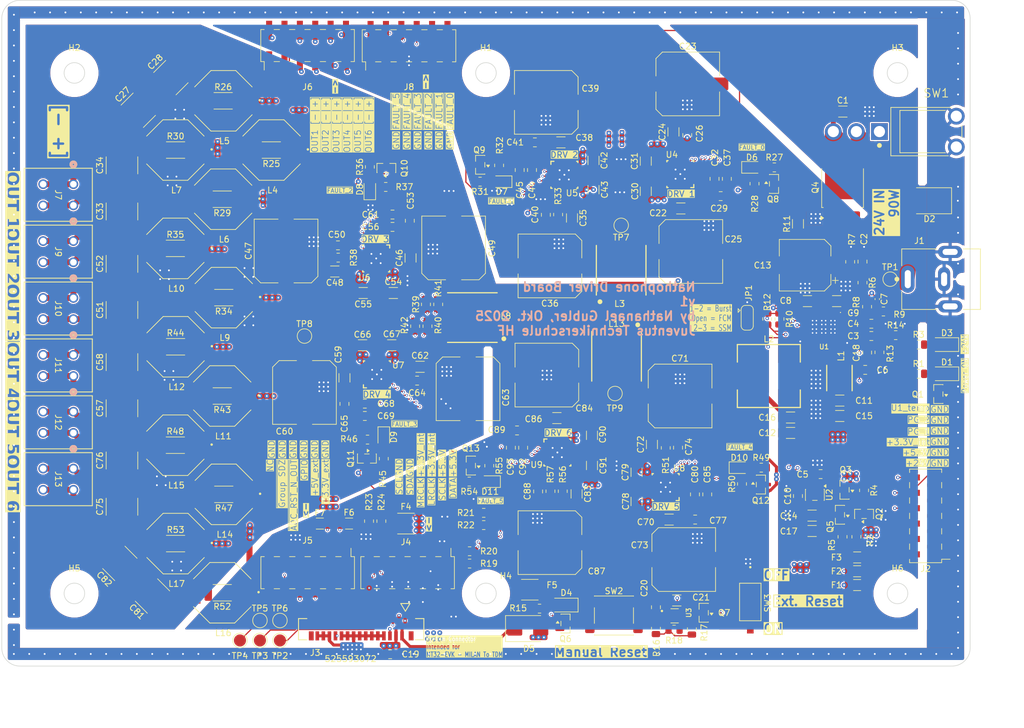
<source format=kicad_pcb>
(kicad_pcb (version 20241229) (generator "pcbnew") (generator_version "9.0")
  (title_block (title "Nathophone Driver Board") (date "2025-10-15") (rev "0") (company "Juventus Technikerschule HF") (comment 4 "AISLER Project ID: TTKHVIER"))
  (layers (0 "F.Cu" signal) (4 "In1.Cu" signal) (6 "In2.Cu" signal) (2 "B.Cu" signal) (13 "F.Paste" user) (15 "B.Paste" user) (5 "F.SilkS" user "F.Silkscreen") (7 "B.SilkS" user "B.Silkscreen") (1 "F.Mask" user) (3 "B.Mask" user) (25 "Edge.Cuts" user))
  (net 0 "")
  (net 1 "GND")
  (net 2 "Net-(Q4-D)")
  (net 3 "Net-(C2-Pad1)")
  (net 4 "Net-(U1-SS1)")
  (net 5 "Net-(U1-SS2)")
  (net 6 "VCC_REG")
  (net 7 "+15V")
  (net 8 "FB_2")
  (net 9 "+24V")
  (net 10 "Net-(U2-BP)")
  (net 11 "+3.3V_int")
  (net 12 "FB_1")
  (net 13 "+3.3V_ext")
  (net 14 "+3.3V")
  (net 15 "OUT1_P")
  (net 16 "OUT1_N")
  (net 17 "Net-(U4-GVDD)")
  (net 18 "Net-(U4-BST_P)")
  (net 19 "OUT2_P")
  (net 20 "OUT2_N")
  (net 21 "Net-(U4-BST_N)")
  (net 22 "Net-(U4-VREF_N)")
  (net 23 "Net-(U4-VCOM)")
  (net 24 "Net-(U4-VREG)")
  (net 25 "Net-(J7-Pin_1)")
  (net 26 "Net-(J7-Pin_3)")
  (net 27 "Net-(U5-GVDD)")
  (net 28 "Net-(U5-BST_P)")
  (net 29 "Net-(U5-BST_N)")
  (net 30 "Net-(U5-VREF_N)")
  (net 31 "Net-(U5-VCOM)")
  (net 32 "Net-(U5-VREG)")
  (net 33 "Net-(U6-GVDD)")
  (net 34 "Net-(U6-BST_P)")
  (net 35 "Net-(U6-BST_N)")
  (net 36 "Net-(U6-VREF_N)")
  (net 37 "Net-(U6-VCOM)")
  (net 38 "Net-(U6-VREG)")
  (net 39 "Net-(J9-Pin_1)")
  (net 40 "Net-(J9-Pin_3)")
  (net 41 "Net-(U7-GVDD)")
  (net 42 "Net-(U7-BST_P)")
  (net 43 "Net-(U7-BST_N)")
  (net 44 "Net-(U7-VCOM)")
  (net 45 "Net-(U7-VREF_N)")
  (net 46 "Net-(J10-Pin_1)")
  (net 47 "Net-(J10-Pin_3)")
  (net 48 "Net-(U7-VREG)")
  (net 49 "Net-(U8-GVDD)")
  (net 50 "Net-(U8-BST_P)")
  (net 51 "Net-(U8-BST_N)")
  (net 52 "Net-(U8-VCOM)")
  (net 53 "Net-(U8-VREF_N)")
  (net 54 "Net-(U8-VREG)")
  (net 55 "Net-(D1-A)")
  (net 56 "Net-(D1-K)")
  (net 57 "Net-(D2-A2)")
  (net 58 "+5V_ext")
  (net 59 "Net-(D4-A)")
  (net 60 "Net-(D6-A)")
  (net 61 "Net-(D7-A)")
  (net 62 "Net-(D8-A)")
  (net 63 "Net-(D9-A)")
  (net 64 "Net-(D10-A)")
  (net 65 "Net-(D11-A)")
  (net 66 "MRCLK_A")
  (net 67 "MRCLK_B")
  (net 68 "SCLK_B")
  (net 70 "GPIO")
  (net 71 "SCL")
  (net 72 "/Data+Power Connections/SDIOC_IN")
  (net 73 "~{ADC_RST_N_OUT}")
  (net 74 "/Data+Power Connections/SDIOD_IN")
  (net 75 "SDA")
  (net 76 "/Data+Power Connections/SDIOE_OUT")
  (net 77 "/Data+Power Connections/SDIOF_IN")
  (net 78 "/Data+Power Connections/SDIOA_OUT")
  (net 79 "SCLK_A")
  (net 80 "+5.3V")
  (net 81 "~{Group_SDZ}")
  (net 82 "PG_2")
  (net 83 "U1_temp")
  (net 84 "PG_1")
  (net 85 "OUT5_N")
  (net 86 "OUT6_P")
  (net 87 "OUT3_N")
  (net 88 "OUT4_P")
  (net 89 "OUT5_P")
  (net 90 "OUT4_N")
  (net 91 "OUT3_P")
  (net 92 "OUT6_N")
  (net 93 "~{FAULT_3}")
  (net 94 "~{FAULT_5}")
  (net 95 "~{FAULT_0}")
  (net 96 "~{FAULT_1}")
  (net 97 "~{FAULT_4}")
  (net 98 "~{FAULT_2}")
  (net 99 "Net-(U1-SW1)")
  (net 100 "Net-(U1-SW2)")
  (net 101 "Net-(Q2-D)")
  (net 102 "Net-(Q8-D)")
  (net 103 "Net-(Q9-D)")
  (net 104 "Net-(Q10-D)")
  (net 105 "Net-(Q11-D)")
  (net 106 "Net-(U1-VC2)")
  (net 107 "Net-(U1-RT)")
  (net 108 "Net-(U5-ADR0)")
  (net 109 "Net-(U8-ADR1)")
  (net 111 "Net-(JP1-C)")
  (net 115 "Net-(J4-Pin_5)")
  (net 116 "Net-(J4-Pin_1)")
  (net 117 "MRCLK_IN")
  (net 118 "LRCLK_IN")
  (net 119 "SCLK_IN")
  (net 120 "DATA_IN")
  (net 121 "LRCLK_A")
  (net 122 "LRCLK_B")
  (net 123 "DATA_B")
  (net 124 "DATA_A")
  (net 125 "Net-(C13-Pad2)")
  (net 126 "Net-(C20-Pad2)")
  (net 127 "Net-(U4-AVDD)")
  (net 128 "Net-(U6-AVDD)")
  (net 129 "Net-(J11-Pin_3)")
  (net 130 "Net-(J11-Pin_1)")
  (net 131 "Net-(U8-AVDD)")
  (net 132 "Net-(J12-Pin_3)")
  (net 133 "Net-(J12-Pin_1)")
  (net 134 "Net-(J13-Pin_3)")
  (net 135 "Net-(J13-Pin_1)")
  (net 136 "Net-(U9-GVDD)")
  (net 137 "Net-(U9-BST_P)")
  (net 138 "Net-(U9-BST_N)")
  (net 139 "Net-(U9-VCOM)")
  (net 140 "Net-(U9-VREF_N)")
  (net 141 "Net-(U9-VREG)")
  (net 142 "Net-(D3-A)")
  (net 143 "Net-(D4-K)")
  (net 144 "Net-(J2-Pin_2)")
  (net 145 "Net-(J2-Pin_4)")
  (net 146 "Net-(J2-Pin_6)")
  (net 147 "Net-(J5-Pin_2)")
  (net 148 "Net-(J5-Pin_4)")
  (net 150 "Net-(Q7-S)")
  (net 151 "Net-(Q7-G)")
  (net 152 "Net-(Q12-D)")
  (net 153 "Net-(Q13-D)")
  (net 154 "Net-(U6-ADR0)")
  (net 155 "Net-(U9-ADR0)")
  (net 156 "Net-(U9-ADR1)")
  (footprint "Capacitor_SMD:C_0805_2012Metric" (layer "F.Cu") (at 176.562 123.796)
    (property "Reference" "C77")
    (property "Value" "1uF")
  )
  (footprint "Resistor_SMD:R_0805_2012Metric" (layer "F.Cu") (at 190.495001 90.654501 -90)
    (property "Reference" "R10")
    (property "Value" "100k")
  )
  (footprint "Capacitor_SMD:C_2220_5750Metric" (layer "F.Cu") (at 84.552968 56.163032 45)
    (property "Reference" "C27")
    (property "Value" "TBD")
  )
  (footprint "Resistor_SMD:R_2010_5025Metric" (layer "F.Cu") (at 98.5785 54.61)
    (property "Reference" "R26")
    (property "Value" "0R")
  )
  (footprint "TestPoint:TestPoint_Pad_D2.0mm" (layer "F.Cu") (at 104.656 140.468)
    (property "Reference" "TP5")
    (property "Value" "TestPoint")
  )
  (footprint "Package_TO_SOT_SMD:SOT-23" (layer "F.Cu") (at 204.469999 122.857499 90)
    (property "Reference" "Q2")
    (property "Value" "2N7002H")
  )
  (footprint "Resistor_SMD:R_0805_2012Metric" (layer "F.Cu") (at 200.914 126.6425 -90)
    (property "Reference" "R5")
    (property "Value" "1M")
  )
  (footprint "Capacitor_SMD:C_1206_3216Metric" (layer "F.Cu") (at 169.418 111.389 90)
    (property "Reference" "C72")
    (property "Value" "100nF")
  )
  (footprint "Package_TO_SOT_SMD:SOT-23" (layer "F.Cu") (at 201.2465 118.872001 180)
    (property "Reference" "Q3")
    (property "Value" "FDN340P")
  )
  (footprint "Package_TO_SOT_SMD:SOT-23" (layer "F.Cu") (at 155.1425 140.97)
    (property "Reference" "Q6")
    (property "Value" "2N7002H")
  )
  (footprint "symbols_footprints:VQFN32_RSM0032B_NV" (layer "F.Cu") (at 123.863999 80.650001 -90)
    (property "Reference" "U6")
    (property "Value" "TAS5720MRSMR")
  )
  (footprint "Capacitor_SMD:C_Elec_10x10.2" (layer "F.Cu") (at 151.966 54.864 180)
    (property "Reference" "C39")
    (property "Value" "100uF")
  )
  (footprint "symbols_footprints:IND_SRU1048-150Y" (layer "F.Cu") (at 98.616 54.61 180)
    (property "Reference" "L5")
    (property "Value" "TBD")
  )
  (footprint "Capacitor_SMD:C_1206_3216Metric" (layer "F.Cu") (at 131.113 98.552)
    (property "Reference" "C62")
    (property "Value" "100nF")
  )
  (footprint "Capacitor_SMD:C_1206_3216Metric" (layer "F.Cu") (at 195.883 125.683 180)
    (property "Reference" "C17")
    (property "Value" "10uF")
  )
  (footprint "Connector_PinHeader_2.54mm:PinHeader_2x06_P2.54mm_Vertical_SMD" (layer "F.Cu") (at 129.048 132.573 -90)
    (property "Reference" "J4")
    (property "Value" "54202-S0806ALF")
  )
  (footprint "Capacitor_SMD:C_1206_3216Metric" (layer "F.Cu") (at 200.454999 106.680001 180)
    (property "Reference" "C15")
    (property "Value" "47uF")
  )
  (footprint "Resistor_SMD:R_0805_2012Metric" (layer "F.Cu") (at 125.118 113.7385 -90)
    (property "Reference" "R45")
    (property "Value" "1k")
  )
  (footprint "Capacitor_SMD:C_0805_2012Metric" (layer "F.Cu") (at 197.292 116.285 180)
    (property "Reference" "C5")
    (property "Value" "10nF")
  )
  (footprint "Capacitor_SMD:C_0805_2012Metric" (layer "F.Cu") (at 170.083 138.2795 -90)
    (property "Reference" "C20")
    (property "Value" "10nF")
  )
  (footprint "Resistor_SMD:R_2010_5025Metric" (layer "F.Cu") (at 98.4265 70.866 180)
    (property "Reference" "R29")
    (property "Value" "0R")
  )
  (footprint "Package_TO_SOT_SMD:SOT-23" (layer "F.Cu") (at 189.5935 68.335)
    (property "Reference" "Q8")
    (property "Value" "BSS84")
  )
  (footprint "Resistor_SMD:R_0805_2012Metric" (layer "F.Cu") (at 132.334 91.8445 -90)
    (property "Reference" "R40")
    (property "Value" "40R2")
  )
  (footprint "Capacitor_SMD:C_2220_5750Metric" (layer "F.Cu") (at 81.86 65.268 90)
    (property "Reference" "C34")
    (property "Value" "TBD")
  )
  (footprint "Capacitor_SMD:C_1206_3216Metric" (layer "F.Cu") (at 166.878 115.977 90)
    (property "Reference" "C79")
    (property "Value" "220nF")
  )
  (footprint "MountingHole:MountingHole_3.2mm_M3" (layer "F.Cu") (at 210 50)
    (property "Reference" "H3")
    (property "Value" "MountingHole")
  )
  (footprint "Resistor_SMD:R_0805_2012Metric" (layer "F.Cu") (at 204.973001 88.622501 -90)
    (property "Reference" "R8")
    (property "Value" "1M")
  )
  (footprint "Capacitor_SMD:C_2220_5750Metric" (layer "F.Cu") (at 81.86 105.41 90)
    (property "Reference" "C57")
    (property "Value" "TBD")
  )
  (footprint "Connector_PinHeader_2.54mm:PinHeader_2x06_P2.54mm_Vertical_SMD" (layer "F.Cu") (at 214.645 123.19 180)
    (property "Reference" "J2")
    (property "Value" "54202-S0806ALF")
  )
  (footprint "Capacitor_SMD:C_0805_2012Metric" (layer "F.Cu") (at 118.618 104.68 -90)
    (property "Reference" "C65")
    (property "Value" "1uF")
  )
  (footprint "Resistor_SMD:R_0805_2012Metric" (layer "F.Cu") (at 122.4275 110.587)
    (property "Reference" "R46")
    (property "Value" "100k")
  )
  (footprint "Resistor_SMD:R_0805_2012Metric" (layer "F.Cu") (at 150.8495 138.513)
    (property "Reference" "R15")
    (property "Value" "470")
  )
  (footprint "symbols_footprints:TE_1-1571986-1" (layer "F.Cu") (at 207.01 59.69)
    (property "Reference" "SW1")
    (property "Value" "1-1571986-1")
  )
  (footprint "Capacitor_SMD:C_0805_2012Metric" (layer "F.Cu") (at 148.148 111.924 90)
    (property "Reference" "C92")
    (property "Value" "1uF")
  )
  (footprint "Resistor_SMD:R_0805_2012Metric" (layer "F.Cu") (at 171.704 111.9515 90)
    (property "Reference" "R51")
    (property "Value" "22k")
  )
  (footprint "Capacitor_SMD:C_1206_3216Metric" (layer "F.Cu") (at 126.697 86.36)
    (property "Reference" "C54")
    (property "Value" "220nF")
  )
  (footprint "Package_TO_SOT_SMD:TO-252-2" (layer "F.Cu") (at 200.921 68.927 90)
    (property "Reference" "Q4")
    (property "Value" "FQD11P06TM")
  )
  (footprint "Capacitor_SMD:C_1206_3216Metric" (layer "F.Cu") (at 159.766 69.287 -90)
    (property "Reference" "C43")
    (property "Value" "220nF")
  )
  (footprint "Capacitor_SMD:C_2220_5750Metric" (layer "F.Cu") (at 81.86 89.164 90)
    (property "Reference" "C51")
    (property "Value" "TBD")
  )
  (footprint "Capacitor_SMD:C_1206_3216Metric" (layer "F.Cu") (at 168.402 64.565 90)
    (property "Reference" "C31")
    (property "Value" "220nF")
  )
  (footprint "symbols_footprints:CONN_1862042" (layer "F.Cu") (at 68.834 81.28 -90)
    (property "Reference" "J9")
    (property "Value" "TERM BLOCK")
  )
  (footprint "symbols_footprints:SOT65P210X110-6N" (layer "F.Cu") (at 173.172 139.7)
    (property "Reference" "U3")
    (property "Value" "74LVC2G07")
  )
  (footprint "Capacitor_SMD:C_0805_2012Metric" (layer "F.Cu") (at 175.26 60.264 90)
    (property "Reference" "C26")
    (property "Value" "1uF")
  )
  (footprint "Resistor_SMD:R_0805_2012Metric" (layer "F.Cu") (at 139.2955 131.064)
    (property "Reference" "R19")
    (property "Value" "40R2")
  )
  (footprint "symbols_footprints:CONN_1862042" (layer "F.Cu") (at 68.834 90.678 -90)
    (property "Reference" "J10")
    (property "Value" "TERM BLOCK")
  )
  (footprint "Capacitor_SMD:C_Elec_10x10.2" (layer "F.Cu") (at 152.572 127.606 180)
    (property "Reference" "C87")
    (property "Value" "100uF")
  )
  (footprint "Capacitor_SMD:C_Elec_10x10.2" (layer "F.Cu") (at 139.036 102.19 -90)
    (property "Reference" "C63")
    (property "Value" "100uF")
  )
  (footprint "symbols_footprints:IND_SRU1048-150Y" (layer "F.Cu") (at 98.4265 135.89 180)
    (property "Reference" "L16")
    (property "Value" "TBD")
  )
  (footprint "symbols_footprints:CONN_1862042" (layer "F.Cu") (at 68.834 71.882 -90)
    (property "Reference" "J7")
    (property "Value" "TERM BLOCK")
  )
  (footprint "Capacitor_SMD:C_0805_2012Metric" (layer "F.Cu") (at 121.986 104.648 180)
    (property "Reference" "C68")
    (property "Value" "1uF")
  )
  (footprint "Capacitor_SMD:C_0805_2012Metric" (layer "F.Cu") (at 204.978001 96.2 90)
    (property "Reference" "C18")
    (property "Value" "220pF")
  )
  (footprint "Package_TO_SOT_SMD:SOT-23" (layer "F.Cu") (at 141.0485 65.174 180)
    (property "Reference" "Q9")
    (property "Value" "BSS84")
  )
  (footprint "symbols_footprints:IND_SRU1048-150Y" (layer "F.Cu") (at 90.7155 95.25 180)
    (property "Reference" "L12")
    (property "Value" "TBD")
  )
  (footprint "Capacitor_SMD:C_1206_3216Metric" (layer "F.Cu") (at 192.326999 109.474)
    (property "Reference" "C12")
    (property "Value" "47uF")
  )
  (footprint "Capacitor_SMD:C_Elec_10x10.2" (layer "F.Cu") (at 152.572 81.886 180)
    (property "Reference" "C36")
    (property "Value" "100uF")
  )
  (footprint "Resistor_SMD:R_0805_2012Metric" (layer "F.Cu") (at 186.37 68.2975 90)
    (property "Reference" "R28")
    (property "Value" "100k")
  )
  (footprint "Resistor_SMD:R_0805_2012Metric" (layer "F.Cu") (at 122.814 65.5255 90)
    (property "Reference" "R36")
    (property "Value" "1k")
  )
  (footprint "Resistor_SMD:R_0805_2012Metric" (layer "F.Cu") (at 203.2 126.6425 -90)
    (property "Reference" "R2")
    (property "Value" "1M")
  )
  (footprint "Resistor_SMD:R_0805_2012Metric" (layer "F.Cu") (at 124.714 124.0555 -90)
    (property "Reference" "R24")
    (property "Value" "3k")
  )
  (footprint "Capacitor_SMD:C_0805_2012Metric" (layer "F.Cu") (at 126.558 75.438)
    (property "Reference" "C56")
    (property "Value" "1uF")
  )
  (footprint "Capacitor_SMD:C_0805_2012Metric" (layer "F.Cu") (at 151.892 73.438 -90)
    (property "Reference" "C40")
    (property "Value" "1uF")
  )
  (footprint "Resistor_SMD:R_0805_2012Metric" (layer "F.Cu") (at 176.022 141.8825 90)
    (property "Reference" "R17")
    (property "Value" "100k")
  )
  (footprint "LED_SMD:LED_0805_2012Metric" (layer "F.Cu") (at 144.6045 67.968 180)
    (property "Reference" "D7")
    (property "Value" "CMD17-21VRD/TR8")
  )
  (footprint "Capacitor_SMD:C_0805_2012Metric" (layer "F.Cu") (at 181.798 67.498 -90)
    (property "Reference" "C37")
    (property "Value" "1uF")
  )
  (footprint "symbols_footprints:VQFN32_RSM0032B_NV" (layer "F.Cu") (at 174.111999 66.713999 180)
    (property "Reference" "U4")
    (property "Value" "TAS5720MRSMR")
  )
  (footprint "LED_SMD:LED_0805_2012Metric" (layer "F.Cu") (at 125.118 110.1575 -90)
    (property "Reference" "D9")
    (property "Value" "CMD17-21VRD/TR8")
  )
  (footprint "symbols_footprints:SW_DS04-254-2-01BK-SMT" (layer "F.Cu") (at 185.674 137.414 -90)
    (property "Reference" "SW3")
    (property "Value" "DS04-254-2-01BK-SMT")
  )
  (footprint "Capacitor_SMD:C_2220_5750Metric" (layer "F.Cu") (at 81.508878 131.038878 135)
    (property "Reference" "C82")
    (property "Value" "TBD")
  )
  (footprint "Fuse:Fuse_1812_4532Metric" (layer "F.Cu") (at 128.778 124.46 180)
    (property "Reference" "F4")
    (property "Value" "Polyfuse")
  )
  (footprint "Capacitor_SMD:C_0805_2012Metric" (layer "F.Cu") (at 117.546 78.486 180)
    (property "Reference" "C50")
    (property "Value" "1uF")
  )
  (footprint "Capacitor_SMD:C_1206_3216Metric" (layer "F.Cu") (at 200.963 56.388)
    (property "Reference" "C1")
    (property "Value" "10nF")
  )
  (footprint "Capacitor_SMD:C_Elec_10x10.2" (layer "F.Cu") (at 108.966 79.42 90)
    (property "Reference" "C47")
    (property "Value" "100uF")
  )
  (footprint "Capacitor_SMD:C_Elec_10x10.2" (layer "F.Cu") (at 175.85 79.502)
    (property "Reference" "C25")
    (property "Value" "100uF")
  )
  (footprint "Capacitor_SMD:C_Elec_10x10.2" (layer "F.Cu") (at 136.652 78.912 90)
    (property "Reference" "C49")
    (property "Value" "100uF")
  )
  (footprint "Capacitor_SMD:C_0805_2012Metric" (layer "F.Cu") (at 193.548 119.907001 90)
    (property "Reference" "C10")
    (property "Value" "10nF")
  )
  (footprint "Resistor_SMD:R_2010_5025Metric" (layer "F.Cu") (at 90.678 78.994)
    (property "Reference" "R35")
    (property "Value" "0R")
  )
  (footprint "symbols_footprints:IND_SRU1048-150Y" (layer "F.Cu") (at 98.6805 87.122 180)
    (property "Reference" "L9")
    (property "Value" "TBD")
  )
  (footprint "Capacitor_SMD:C_1206_3216Metric" (layer "F.Cu") (at 200.454999 104.14 180)
    (property "Reference" "C11")
    (property "Value" "47uF")
  )
  (footprint "Resistor_SMD:R_0805_2012Metric" (layer "F.Cu") (at 204.211001 84.6485 -90)
    (property "Reference" "R6")
    (property "Value" "14k")
  )
  (footprint "Capacitor_SMD:C_0805_2012Metric" (layer "F.Cu") (at 150.082 61.468 180)
    (property "Reference" "C41")
    (property "Value" "1uF")
  )
  (footprint "symbols_footprints:IND_SRU1048-150Y" (layer "F.Cu") (at 106.573 62.738 180)
    (property "Reference" "L4")
    (property "Value" "TBD")
  )
  (footprint "Capacitor_SMD:C_1206_3216Metric" (layer "F.Cu") (at 121.611 94.996 180)
    (property "Reference" "C66")
    (property "Value" "220nF")
  )
  (footprint "Resistor_SMD:R_0805_2012Metric" (layer "F.Cu") (at 207.668501 89.408)
    (property "Reference" "R9")
    (property "Value" "56k")
  )
  (footprint "LED_SMD:LED_1206_3216Metric" (layer "F.Cu") (at 217.826 94.887 180)
    (property "Reference" "D3")
    (property "Value" "CMD15-21VGD/TR8")
  )
  (footprint "Capacitor_SMD:C_1206_3216Metric" (layer "F.Cu") (at 195.882999 123.142999 180)
    (property "Reference" "C14")
    (property "Value" "10uF")
  )
  (footprint "Package_TO_SOT_SMD:SOT-23" (layer "F.Cu") (at 200.4845 123.002 180)
    (property "Reference" "Q5")
    (property "Value" "FDN340P")
  )
  (footprint "Connector_PinHeader_2.54mm:PinHeader_2x06_P2.54mm_Vertical_SMD" (layer "F.Cu") (at 129.286 45.511 90)
    (property "Reference" "J8")
    (property "Value" "54202-S0806ALF")
  )
  (footprint "Resistor_SMD:R_0805_2012Metric" (layer "F.Cu") (at 144.175 65.2775 -90)
    (property "Reference" "R32")
    (property "Value" "100k")
  )
  (footprint "MountingHole:MountingHole_3.2mm_M3" (layer "F.Cu") (at 74 136)
    (property "Reference" "H5")
    (property "Value" "MountingHole")
  )
  (footprint "Capacitor_SMD:C_2220_5750Metric" (layer "F.Cu") (at 86.897032 136.427032 135)
    (property "Reference" "C81")
    (property "Value" "TBD")
  )
  (footprint "Capacitor_SMD:C_0805_2012Metric" (layer "F.Cu") (at 149.606 66.04 90)
    (property "Reference" "C44")
    (property "Value" "1uF")
  )
  (footprint "Capacitor_SMD:C_Elec_10x10.2" (layer "F.Cu") (at 152.064 99.92 180)
    (property "Reference" "C84")
    (property "Value" "100uF")
  )
  (footprint "Resistor_SMD:R_2010_5025Metric" (layer "F.Cu") (at 98.6805 119.634 180)
    (property "Reference" "R47")
    (property "Value" "0R")
  )
  (footprint "Capacitor_SMD:C_Elec_10x10.2" (layer "F.Cu") (at 175.342 51.816)
    (property "Reference" "C23")
    (property "Value" "100uF")
  )
  (footprint "Fuse:Fuse_1206_3216Metric" (layer "F.Cu") (at 203.33 130.048)
    (property "Reference" "F3")
    (property "Value" "Polyfuse")
  )
  (footprint "Capacitor_SMD:C_0805_2012Metric" (layer "F.Cu") (at 129.418 74.422 90)
    (property "Reference" "C53")
    (property "Value" "1uF")
  )
  (footprint "Capacitor_SMD:C_0805_2012Metric" (layer "F.Cu") (at 180.782 70.358)
    (property "Reference" "C29")
    (property "Value" "1uF")
  )
  (footprint "Capacitor_SMD:C_2220_5750Metric" (layer "F.Cu") (at 81.86 81.544 90)
    (property "Reference" "C52")
    (property "Value" "TBD")
  )
  (footprint "Resistor_SMD:R_0805_2012Metric" (layer "F.Cu") (at 153.924 73.4005 90)
    (property "Reference" "R33")
    (property "Value" "22k")
  )
  (footprint "Capacitor_SMD:C_1206_3216Metric" (layer "F.Cu") (at 168.402 69.547 -90)
    (property "Reference" "C30")
    (property "Value" "220nF")
  )
  (footprint "Package_TO_SOT_SMD:SOT-23" (layer "F.Cu") (at 125.542 65.7075 90)
    (property "Reference" "Q10")
    (property "Value" "BSS84")
  )
  (footprint "Capacitor_SMD:C_0805_2012Metric" (layer "F.Cu") (at 179.766 67.498 -90)
    (property "Reference" "C32")
    (property "Value" "1uF")
  )
  (footprint "symbols_footprints:WE-HCI_1050" (layer "F.Cu") (at 188.736999 100.076 180)
    (property "Reference" "L2")
    (property "Value" "10uH")
  )
  (footprint "TestPoint:TestPoint_Pad_D2.0mm" (layer "F.Cu") (at 163.322 102.968 90)
    (property "Reference" "TP9")
    (property "Value" "TestPoint")
  )
  (footprint "Capacitor_SMD:C_1206_3216Metric" (layer "F.Cu") (at 129.54 80.567 90)
    (property "Reference" "C46")
    (property "Value" "100nF")
  )
  (footprint "LED_SMD:LED_0805_2012Metric" (layer "F.Cu") (at 185.9405 65.607)
    (property "Reference" "D6")
    (property "Value" "CMD17-21VRD/TR8")
  )
  (footprint "Capacitor_SMD:C_1206_3216Metric" (layer "F.Cu") (at 195.116 87.71 180)
    (property "Reference" "C8")
    (property "Value" "4.7uF")
  )
  (footprint "Connector_PinHeader_2.54mm:PinHeader_2x06_P2.54mm_Vertical_SMD" (layer "F.Cu") (at 112.538 132.573 -90)
    (property "Reference" "J5")
    (property "Value" "54202-S0806ALF")
  )
  (footprint "Package_TO_SOT_SMD:SOT-23-5" (layer "F.Cu") (at 196.341999 119.708499 -90)
    (property "Reference" "U2")
    (property "Value" "SPX3819M5-L-3-3")
  )
  (footprint "MountingHole:MountingHole_3.2mm_M3" (layer "F.Cu") (at 142 136)
    (property "Reference" "H4")
    (property "Value" "MountingHole")
  )
  (footprint "LED_SMD:LED_0805_2012Metric" (layer "F.Cu") (at 122.814 69.2635 90)
    (property "Reference" "D8")
    (property "Value" "CMD17-21VRD/TR8")
  )
  (footprint "LED_SMD:LED_1206_3216Metric" (layer "F.Cu") (at 217.832 99.713 180)
    (property "Reference" "D1")
    (property "Value" "CMD15-21VGD/TR8")
  )
  (footprint "symbols_footprints:VQFN32_RSM0032B_NV" (layer "F.Cu") (at 153.802004 112.708001)
    (property "Reference" "U9")
    (property "Value" "TAS5720MRSMR")
  )
  (footprint "Capacitor_SMD:C_0402_1005Metric" (layer "F.Cu") (at 206.651 87.3665 -90)
    (property "Reference" "C7")
    (property "Value" "4.7pF")
  )
  (footprint "symbols_footprints:IND_SRU1048-150Y" (layer "F.Cu") (at 98.6805 119.634 180)
    (property "Reference" "L14")
    (property "Value" "TBD")
  )
  (footprint "Capacitor_SMD:C_1206_3216Metric" (layer "F.Cu") (at 117.021 82.804 180)
    (property "Reference" "C48")
    (property "Value" "100nF")
  )
  (footprint "Capacitor_SMD:C_1206_3216Metric" (layer "F.Cu") (at 153.719 107.032 180)
    (property "Reference" "C86")
    (property "Value" "100nF")
  )
  (footprint "Capacitor_SMD:C_1206_3216Metric" (layer "F.Cu") (at 199.942 87.710001)
    (property "Reference" "C9")
    (property "Value" "4.7uF")
  )
  (footprint "Connector_PinHeader_2.54mm:PinHeader_2x06_P2.54mm_Vertical_SMD" (layer "F.Cu") (at 112.522 45.481 90)
    (property "Reference" "J6")
    (property "Value" "54202-S0806ALF")
  )
  (footprint "Resistor_SMD:R_2010_5025Metric" (layer "F.Cu") (at 90.7155 127.762)
    (property "Reference" "R53")
    (property "Value" "0R")
  )
  (footprint "Capacitor_SMD:C_0805_2012Metric" (layer "F.Cu") (at 204.657999 99.060001)
    (property "Reference" "C6")
    (property "Value" "1uF")
  )
  (footprint "Resistor_SMD:R_0805_2012Metric" (layer "F.Cu") (at 141.0235 67.968 180)
    (property "Reference" "R31")
    (property "Value" "1k")
  )
  (footprint "Capacitor_SMD:C_1206_3216Metric" (layer "F.Cu") (at 192.326999 106.934)
    (property "Reference" "C16")
    (property "Value" "47uF")
  )
  (footprint "Resistor_SMD:R_2010_5025Metric" (layer "F.Cu") (at 98.4265 135.89 180)
    (property "Reference" "R52")
    (property "Value" "0R")
  )
  (footprint "MountingHole:MountingHole_3.2mm_M3" (layer "F.Cu") (at 210 136)
    (property "Reference" "H6")
    (property "Value" "MountingHole")
  )
  (footprint "Capacitor_SMD:C_Elec_10x10.2" (layer "F.Cu") (at 112.014 102.796 -90)
    (property "Reference" "C60")
    (property "Value" "100uF")
  )
  (footprint "Capacitor_SMD:C_2220_5750Metric" (layer "F.Cu") (at 81.86 72.888 90)
    (property "Reference" "C33")
    (property "Value" "TBD")
  )
  (footprint "Fuse:Fuse_1206_3216Metric" (layer "F.Cu") (at 203.324 132.334)
    (property "Reference" "F2")
    (property "Value" "Polyfuse")
  )
  (footprint "Resistor_SMD:R_0805_2012Metric" (layer "F.Cu") (at 209.6955 93.33)
    (property "Reference" "R14")
    (property "Value" "178k")
  )
  (footprint "TestPoint:TestPoint_Pad_D2.0mm" (layer "F.Cu") (at 112.014 93.472)
    (property "Reference" "TP8")
    (property "Value" "TestPoint")
  )
  (footprint "Package_TO_SOT_SMD:SOT-23" (layer "F.Cu") (at 216.7405 103.058 180)
    (property "Reference" "Q1")
    (property "Value" "2N7002H")
  )
  (footprint "symbols_footprints:WE-LQS_8065" (layer "F.Cu") (at 163.576 96.82 90)
    (property "Reference" "L13")
    (property "Value" "150uH")
  )
  (footprint "Package_TO_SOT_SMD:SOT-23" (layer "F.Cu") (at 187.4255 118.012)
    (property "Reference" "Q12")
    (property "Value" "BSS84")
  )
  (footprint "Resistor_SMD:R_0805_2012Metric" (layer "F.Cu") (at 154.686 119.1105 90)
    (property "Reference" "R56")
    (property "Value" "22k")
  )
  (footprint "Package_TO_SOT_SMD:SOT-23" (layer "F.Cu") (at 177.9755 139.192 180)
    (property "Reference" "Q7")
    (property "Value" "2N7002H")
  )
  (footprint "Resistor_SMD:R_0805_2012Metric" (layer "F.Cu") (at 170.083 141.798 90)
    (property "Reference" "R16")
    (property "Value" "100k")
  )
  (footprint "Resistor_SMD:R_0805_2012Metric" (layer "F.Cu") (at 117.5835 80.518)
    (property "Reference" "R38")
    (property "Value" "22k")
  )
  (footprint "Capacitor_SMD:C_1206_3216Metric" (layer "F.Cu") (at 156.21 73.963 -90)
    (property "Reference" "C35")
    (property "Value" "100nF")
  )
  (footprint "Resistor_SMD:R_2010_5025Metric" (layer "F.Cu") (at 106.5355 62.738 180)
    (property "Reference" "R25")
    (property "Value" "0R")
  )
  (footprint "TestPoint:TestPoint_Pad_D2.0mm" (layer "F.Cu") (at 164.338 75.184 180)
    (property "Reference" "TP7")
    (property "Value" "TestPoint")
  )
  (footprint "symbols_footprints:IND_SRU1048-150Y" (layer "F.Cu") (at 90.7155 127.762 180)
    (property "Reference" "L17")
    (property "Value" "TBD")
  )
  (footprint "Capacitor_SMD:C_0805_2012Metric" (layer "F.Cu") (at 205.674 91.44)
    (property "Reference" "C4")
    (property "Value" "1nF")
  )
  (footprint "symbols_footprints:CONN_1862042" (layer "F.Cu") (at 68.834 109.474 -90)
    (property "Reference" "J12")
    (property "Value" "TERM BLOCK")
  )
  (footprint "Resistor_SMD:R_0805_2012Metric" (layer "F.Cu") (at 152.654 119.1105 -90)
    (property "Reference" "R57")
    (property "Value" "22k")
  )
  (footprint "Fuse:Fuse_1812_4532Metric" (layer "F.Cu") (at 149.2465 135.382 180)
    (property "Reference" "F5")
    (property "Value" "Polyfuse")
  )
  (footprint "symbols_footprints:IND_SRU1048-150Y" (layer "F.Cu") (at 90.678 62.738 180)
    (property "Reference" "L7")
    (property "Value" "TBD")
  )
  (footprint "Capacitor_SMD:C_0805_2012Metric" (layer "F.Cu") (at 173.736 111.914 90)
    (property "Reference" "C74")
    (property "Value" "1uF")
  )
  (footprint "Capacitor_SMD:C_0805_2012Metric" (layer "F.Cu") (at 147.574 66.04 90)
    (property "Reference" "C45")
    (property "Value" "1uF")
  )
  (footprint "Capacitor_SMD:C_1206_3216Metric" (layer "F.Cu") (at 159.766 64.461 90)
    (property "Reference" "C42")
    (property "Value" "220nF")
  )
  (footprint "Capacitor_SMD:C_0805_2012Metric" (layer "F.Cu") (at 205.674 93.472)
    (property "Reference" "C3")
    (property "Value" "1nF")
  )
  (footprint "symbols_footprints:WE-LQS_8065" (layer "F.Cu") (at 164.338 82.602 -90)
    (property "Reference" "L3")
    (property "Value" "150uH")
  )
  (footprint "Capacitor_SMD:C_Elec_10x10.2" (layer "F.Cu") (at 174.072 103.378)
    (property "Reference" "C71")
    (property "Value" "100uF")
  )
  (footprint "Package_TO_SOT_SMD:SOT-23" (layer "F.Cu") (at 139.498 114.8725 180)
    (property "Reference" "Q13")
    (property "Value" "BSS84")
  )
  (footprint "Capacitor_SMD:C_1206_3216Metric" (layer "F.Cu") (at 172.261 123.796)
    (property "Reference" "C70")
    (property "Value" "100nF")
  )
  (footprint "symbols_footprints:CONN_1862042" (layer "F.Cu") (at 68.834 118.872 -90)
    (property "Reference" "J13")
    (property "Value" "TERM BLOCK")
  )
  (footprint "Capacitor_SMD:C_2220_5750Metric" (layer "F.Cu") (at 89.941122 50.774878 45)
    (property "Reference" "C28")
    (property "Value" "TBD")
  )
  (footprint "Capacitor_SMD:C_1206_3216Metric" (layer "F.Cu") (at 126.437 94.996)
    (property "Reference" "C67")
    (property "Value" "220nF")
  )
  (footprint "Capacitor_SMD:C_1206_3216Metric" (layer "F.Cu") (at 159.512 109.875 90)
    (property "Reference" "C90")
    (property "Value" "220nF")
  )
  (footprint "Capacitor_SMD:C_2220_5750Metric" (layer "F.Cu") (at 81.86 97.78 90)
    (property "Reference" "C58")
    (property "Value" "TBD")
  )
  (footprint "MountingHole:MountingHole_3.2mm_M3" (layer "F.Cu") (at 74 50)
    (property "Reference" "H2")
    (property "Value" "MountingHole")
  )
  (footprint "Capacitor_SMD:C_1206_3216Metric" (layer "F.Cu") (at 159.512 114.857 -90)
    (property "Reference" "C91")
    (property "Value" "220nF")
  )
  (footprint "Fuse:Fuse_1206_3216Metric" (layer "F.Cu") (at 203.324 134.62)
    (property "Reference" "F1")
    (property "Value" "Polyfuse")
  )
  (footprint "Resistor_SMD:R_0805_2012Metric" (layer "F.Cu") (at 139.2955 129.032 180)
    (property "Reference" "R20")
    (property "Value" "40R2")
  )
  (footprint "Capacitor_SMD:C_0805_2012Metric" (layer "F.Cu") (at 121.986 106.68 180)
    (property "Reference" "C69")
    (property "Value" "1uF")
  )
  (footprint "Resistor_SMD:R_0805_2012Metric" (layer "F.Cu") (at 189.6485 65.607)
    (property "Reference" "R27")
    (property "Value" "1k")
  )
  (footprint "symbols_footprints:WE-LQS_8065" (layer "F.Cu") (at 139.752 90.424)
    (property "Reference" "L8")
    (property "Value" "150uH")
  )
  (footprint "Resistor_SMD:R_0805_2012Metric" (layer "F.Cu") (at 213.4875 94.887)
    (property "Reference" "R3")
    (property "Value" "3k6")
  )
  (footprint "Capacitor_SMD:C_1206_3216Metric" (layer "F.Cu") (at 118.618 100.379 -90)
    (property "Reference" "C59")
    (property "Value" "100nF")
  )
  (footprint "symbols_footprints:IND_SRU1048-150Y" (layer "F.Cu") (at 90.678 111.506 180)
    (property "Reference" "L15")
    (property "Value" "TBD")
  )
  (footprint "symbols_footprints:IND_SRU1048-150Y" (layer "F.Cu") (at 98.4265 103.378 180)
    (property "Reference" "L11")
    (property "Value" "TBD")
  )
  (footprint "Resistor_SMD:R_0805_2012Metric" (layer "F.Cu") (at 187.4885 115.218)
    (property "Reference" "R49")
    (property "Value" "1k")
  )
  (footprint "LED_SMD:LED_1206_3216Metric" (layer "F.Cu") (at 154.94 137.922 180)
    (property "Reference" "D4")
    (property "Value" "CMD15-21VYD/TR8")
  )
  (footprint "Capacitor_SMD:C_0805_2012Metric" (layer "F.Cu") (at 146.116 111.924 90)
    (property "Reference" "C93")
    (property "Value" "1uF")
  )
  (footprint "Capacitor_SMD:C_0805_2012Metric" (layer "F.Cu") (at 126.558 73.406)
    (property "Reference" "C61")
    (property "Value" "1uF")
  )
  (footprint "Jumper:SolderJumper-3_P1.3mm_Open_RoundedPad1.0x1.5mm" (layer "F.Cu") (at 185.166 90.454 -90)
    (property "Reference" "JP1")
    (property "Value" "Mode Selector")
  )
  (footprint "Capacitor_SMD:C_1206_3216Metric" (layer "F.Cu") (at 154.383 61.468 180)
    (property "Reference" "C38")
    (property "Value" "100nF")
  )
  (footprint "symbols_footprints:VQFN32_RSM0032B_NV" (layer "F.Cu") (at 123.980001 99.806001 90)
    (property "Reference" "U7")
    (property "Value" "TAS5720MRSMR")
  )
  (footprint "Resistor_SMD:R_0805_2012Metric" (layer "F.Cu") (at 213.4875 99.713)
    (property "Reference" "R1")
    (property "Value" "750")
  )
  (footprint "Capacitor_SMD:C_0805_2012Metric" (layer "F.Cu") (at 126.172 146.05)
    (property "Reference" "C19")
    (property "Value" "10nF")
  )
  (footprint "Capacitor_SMD:C_0805_2012Metric" (layer "F.Cu") (at 150.622 119.148 -90)
    (property "Reference" "C88")
    (property "Value" "1uF")
  )
  (footprint "Resistor_SMD:R_2010_5025Metric" (layer "F.Cu") (at 98.6805 87.122 180)
    (property "Reference" "R34")
    (property "Value" "0R")
  )
  (footprint "symbols_footprints:IND_SRU1048-150Y" (layer "F.Cu") (at 98.576 70.866 180)
    (property "Reference" "L6")
    (property "Value" "TBD")
  )
  (footprint "symbols_footprints:CUI_PJ-063AH" (layer "F.Cu") (at 211.694 84.074)
    (property "Reference" "J1")
    (property "Value" "PJ-063AH")
  )
  (footprint "Resistor_SMD:R_0805_2012Metric" (layer "F.Cu") (at 188.463001 90.654501 -90)
    (property "Reference" "R12")
    (property "Value" "100k")
  )
  (footprint "Capacitor_SMD:C_0805_2012Metric" (layer "F.Cu") (at 178.562 119.634 -90)
    (property "Reference" "C85")
    (property "Value" "1uF")
  )
  (footprint "Capacitor_SMD:C_1206_3216Metric" (layer "F.Cu") (at 166.878 120.803 -90)
    (property "Reference" "C78")
    (property "Value" "220nF")
  )
  (footprint "TestPoint:TestPoint_Pad_D2.0mm" (layer "F.Cu") (at 107.958 143.77)
    (property "Reference" "TP2")
    (property "Value" "TestPoint")
  )
  (footprint "Resistor_SMD:R_0805_2012Metric" (layer "F.Cu") (at 141.6285 124.714)
    (property "Reference" "R21")
    (property "Value" "40R2")
  )
  (footprint "MountingHole:MountingHole_3.2mm_M3" (layer "F.Cu") (at 142 50)
    (property "Reference" "H1")
    (property "Value" "MountingHole")
  )
  (footprint "Capacitor_SMD:C_0805_2012Metric" (layer "F.Cu") (at 130.622 100.838)
    (property "Reference" "C64")
    (property "Value" "1uF")
  )
  (footprint "Resistor_SMD:R_1206_3216Metric" (layer "F.Cu") (at 193.548 74.93 90)
    (property "Reference" "R11")
    (property "Value" "0R5")
  )
  (footprint "symbols_footprints:VQFN32_RSM0032B_NV" (layer "F.Cu") (at 154.955999 66.830001)
    (property "Reference" "U5")
    (property "Value" "TAS5720MRSMR")
  )
  (footprint "Capacitor_SMD:C_2220_5750Metric" (layer "F.Cu") (at 81.86 121.676 90)
    (property "Reference" "C75")
    (property "Value" "TBD")
  )
  (footprint "Resistor_SMD:R_0805_2012Metric" (layer "F.Cu") (at 125.4385 68.834 180)
    (property "Reference" "R37")
    (property "Value" "100k")
  )
  (footprint "TestPoint:TestPoint_Pad_D2.0mm" (layer "F.Cu") (at 208.788 84.074)
    (property "Reference" "TP1")
    (property "Value" "TestPoint")
  )
  (footprint "Resistor_SMD:R_0805_2012Metric" (layer "F.Cu") (at 139.2375 117.522 180)
    (property "Reference" "R54")
    (property "Value" "1k")
  )
  (footprint "Resistor_SMD:R_2010_5025Metric" (layer "F.Cu") (at 90.7155 95.25)
    (property "Reference" "R44")
    (property "Value" "0R")
  )
  (footprint "Capacitor_SMD:C_2220_5750Metric" (layer "F.Cu") (at 81.86 114.036 90)
    (property "Reference" "C76")
    (property "Value" "TBD")
  )
  (footprint "Diode_SMD:D_SMB" (layer "F.Cu") (at 215.274 71.12 180)
    (property "Reference" "D2")
    (property "Value" "CP-063AH-ND")
  )
  (footprint "Capacitor_SMD:C_0805_2012Metric" (layer "F.Cu") (at 204.211 81.172 90)
    (property "Reference" "C2")
    (property "Value" "220pF")
  )
  (footprint "Resistor_SMD:R_2010_5025Metric" (layer "F.Cu") (at 90.7155 62.738)
    (property "Reference" "R30")
    (property "Value" "0R")
  )
  (footprint "Fuse:Fuse_1206_3216Metric" (layer "F.Cu") (at 114.554 124.46 180)
    (property "Reference" "F7")
    (property "Value" "Polyfuse")
  )
  (footprint "Capacitor_SMD:C_0805_2012Metric" (layer "F.Cu") (at 176.53 119.634 -90)
    (property "Reference" "C80")
    (property "Value" "1uF")
  )
  (footprint "Resistor_SMD:R_0805_2012Metric" (layer "F.Cu") (at 132.08 88.2415 90)
    (property "Reference" "R39")
    (property "Value" "40R2")
  )
  (footprint "Capacitor_SMD:C_1206_3216Metric" (layer "F.Cu") (at 173.531 137.16 180)
    (property "Reference" "C21")
    (property "Value" "100nF")
  )
  (footprint "LED_SMD:LED_0805_2012Metric" (layer "F.Cu") (at 142.69 117.522 180)
    (property "Reference" "D11")
    (property "Value" "CMD17-21VRD/TR8")
  )
  (footprint "symbols_footprints:QFN50P600X400X103-32N240X440" (layer "F.Cu") (at 197.825 91.928 -90)
    (property "Reference" "U1")
    (property "Value" "LT8650SEV_PBF")
  )
  (footprint "Resistor_SMD:R_0805_2012Metric" (layer "F.Cu") (at 122.682 124.0555 -90)
    (property "Reference" "R23")
    (property "Value" "3k")
  )
  (footprint "Capacitor_SMD:CP_Elec_8x10" (layer "F.Cu") (at 194.725 81.768 180)
    (property "Reference" "C13")
    (property "Value" "47uF")
  )
  (footprint "Resistor_SMD:R_2010_5025Metric" (layer "F.Cu") (at 98.4265 103.378 180)
    (property "Reference" "R43")
    (property "Value" "0R")
  )
  (footprint "Capacitor_SMD:C_1206_3216Metric" (layer "F.Cu") (at 174.195 72.39)
    (property "Reference" "C22")
    (property "Value" "100nF")
  )
  (footprint "TestPoint:TestPoint_Pad_D2.0mm" (layer "F.Cu") (at 101.354 143.77)
    (property "Reference" "TP4")
    (property "Value" "TestPoint")
  )
  (footprint "Package_TO_SOT_SMD:SOT-23" (layer "F.Cu") (at 122.324 113.7135 -90)
    (property "Reference" "Q11")
    (property "Value" "BSS84")
  )
  (footprint "symbols_footprints:IND_SRU1048-150Y" (layer "F.Cu") (at 90.678 78.994 180)
    (property "Reference" "L10")
    (property "Value" "TBD")
  )
  (footprint "Resistor_SMD:R_0805_2012Metric" (layer "F.Cu") (at 184.299 117.9085 90)
    (property "Reference" "R50")
    (property "Value" "100k")
  )
  (footprint "Resistor_SMD:R_0805_2012Metric" (layer "F.Cu") (at 202.179 81.2095 90)
    (property "Reference" "R7")
    (property "Value" "15k")
  )
  (footprint "symbols_footprints:CON_525593072_MOL" (layer "F.Cu") (at 121.384015 141.608 180)
    (property "Reference" "J3")
    (property "Value" "Conn_01x30")
  )
  (footprint "Capacitor_SMD:C_1206_3216Metric" (layer "F.Cu") (at 121.715 86.36 180)
    (property "Reference" "C55")
    (property "Value" "220nF")
  )
  (footprint "Capacitor_SMD:C_1206_3216Metric" (layer "F.Cu") (at 156.972 119.551 -90)
    (property "Reference" "C83")
    (property "Value" "100nF")
  )
  (footprint "Resistor_SMD:R_2010_5025Metric" (layer "F.Cu") (at 90.678 111.506)
    (property "Reference" "R48")
    (property "Value" "0R")
  )
  (footprint "symbols_footprints:CONN_1862042" (layer "F.Cu") (at 68.834 100.076 -90)
    (property "Reference" "J11")
    (property "Value" "TERM BLOCK")
  )
  (footprint "LED_SMD:LED_0805_2012Metric" (layer "F.Cu") (at 183.8695 115.218)
    (property "Reference" "D10")
    (property "Value" "CMD17-21VRD/TR8")
  )
  (footprint "Fuse:Fuse_1206_3216Metric" (layer "F.Cu") (at 119.38 124.46)
    (property "Reference" "F6")
    (property "Value" "Polyfuse")
  )
  (footprint "TestPoint:TestPoint_Pad_D2.0mm" (layer "F.Cu") (at 104.656 143.77)
    (property "Reference" "TP3")
    (property "Value" "TestPoint")
  )
  (footprint "Button_Switch_SMD:SW_SPST_PTS645Sx43SMTR92" (layer "F.Cu") (at 163.141 139.6515)
    (property "Reference" "SW2")
    (property "Value" "PTS645SM43SMTR92 LFS")
  )
  (footprint "Diode_SMD:D_SMB" (layer "F.Cu") (at 148.897 141.815)
    (property "Reference" "D5")
    (property "Value" "SL215B-TP")
  )
  (footprint "Resistor_SMD:R_0805_2012Metric" (layer "F.Cu") (at 173.0775 141.986)
    (property "Reference" "R18")
    (property "Value" "100k")
  )
  (footprint "Capacitor_SMD:C_Elec_10x10.2" (layer "F.Cu") (at 174.678 130.4)
    (property "Reference" "C73")
    (property "Value" "100uF")
  )
  (footprint "Capacitor_SMD:C_1206_3216Metric" (layer "F.Cu") (at 172.974 59.739 90)
    (property "Reference" "C24")
    (property "Value" "100nF")
  )
  (footprint "Resistor_SMD:R_0805_2012Metric" (layer "F.Cu") (at 207.01 96.1625 90)
    (property "Reference" "R13")
    (property "Value" "1M")
  )
  (footprint "Resistor_SMD:R_0805_2012Metric" (layer "F.Cu") (at 142.546 114.8975 -90)
    (property "Reference" "R55")
    (property "Value" "100k")
  )
  (footprint "symbols_footprints:VQFN32_RSM0032B_NV" (layer "F.Cu") (at 171.687998 118.433999 180)
    (property "Reference" "U8")
    (property "Value" "TAS5720MRSMR")
  )
  (footprint "Resistor_SMD:R_0805_2012Metric" (layer "F.Cu") (at 130.302 91.8445 -90)
    (property "Reference" "R42")
    (property "Value" "40R2")
  )
  (footprint "symbols_footprints:WE-LQS_4025" (layer "F.Cu") (at 200.401 100.411 -90)
    (property "Reference" "L1")
    (property "Value" "1uH")
  )
  (footprint "Capacitor_SMD:C_0805_2012Metric" (layer "F.Cu") (at 147.132 109.064 180)
    (property "Reference" "C89")
    (property "Value" "1uF")
  )
  (footprint "TestPoint:TestPoint_Pad_D2.0mm" (layer "F.Cu") (at 107.958 140.468)
    (property "Reference" "TP6")
    (property "Value" "TestPoint")
  )
  (footprint "Resistor_SMD:R_0805_2012Metric" (layer "F.Cu") (at 134.112 88.2415 90)
    (property "Reference" "R41")
    (property "Value" "40R2")
  )
  (footprint "Resistor_SMD:R_0805_2012Metric" (layer "F.Cu") (at 141.6285 122.682 180)
    (property "Reference" "R22")
    (property "Value" "40R2")
  )
  (footprint "Resistor_SMD:R_0805_2012Metric" (layer "F.Cu") (at 204.47 118.975499 -90)
    (property "Reference" "R4")
    (property "Value" "1M")
  )
  (gr_poly (pts (xy 210.109991 48.30355) (xy 210.219639 48.314226) (xy 210.328571 48.332019) (xy 210.436431 48.35693) (xy 210.54286 48.388958) (xy 210.647502 48.428104) (xy 210.749998 48.474367) (xy 210.849991 48.527747) (xy 210.946214 48.587652) (xy 211.037525 48.653284) (xy 211.123745 48.724332) (xy 211.204696 48.800488) (xy 211.280198 48.881442) (xy 211.350073 48.966883) (xy 211.414141 49.056502) (xy 211.472225 49.149989) (xy 211.524145 49.247036) (xy 211.569723 49.347331) (xy 211.608779 49.450566) (xy 211.641135 49.55643) (xy 211.666612 49.664615) (xy 211.685032 49.774809) (xy 211.696214 49.886705) (xy 211.699982 49.999991) (xy 211.699036 50.056789) (xy 211.696214 50.113277) (xy 211.691539 50.169418) (xy 211.685032 50.225172) (xy 211.676715 50.280502) (xy 211.666612 50.335367) (xy 211.654745 50.38973) (xy 211.641135 50.443551) (xy 211.625806 50.496793) (xy 211.608779 50.549415) (xy 211.590077 50.601381) (xy 211.569723 50.65265) (xy 211.547738 50.703185) (xy 211.524145 50.752945) (xy 211.498967 50.801894) (xy 211.472225 50.849992) (xy 211.443943 50.8972) (xy 211.414141 50.943479) (xy 211.382844 50.988792) (xy 211.350073 51.033098) (xy 211.31585 51.07636) (xy 211.280198 51.118539) (xy 211.243139 51.159596) (xy 211.204696 51.199493) (xy 211.16489 51.23819) (xy 211.123745 51.275648) (xy 211.081283 51.311831) (xy 211.037525 51.346697) (xy 210.992495 51.380209) (xy 210.946214 51.412329) (xy 210.898705 51.443017) (xy 210.849991 51.472234) (xy 210.749998 51.525614) (xy 210.647502 51.571877) (xy 210.54286 51.611023) (xy 210.436431 51.643051) (xy 210.328571 51.667961) (xy 210.219639 51.685755) (xy 210.109991 51.696431) (xy 209.999987 51.69999) (xy 209.889982 51.696431) (xy 209.780335 51.685755) (xy 209.671404 51.667961) (xy 209.563545 51.643051) (xy 209.457118 51.611023) (xy 209.352478 51.571877) (xy 209.249984 51.525614) (xy 209.149994 51.472234) (xy 209.053768 51.412329) (xy 208.962455 51.346697) (xy 208.876233 51.275648) (xy 208.79528 51.199493) (xy 208.719777 51.118539) (xy 208.649901 51.033098) (xy 208.585831 50.943479) (xy 208.527746 50.849992) (xy 208.475825 50.752945) (xy 208.430247 50.65265) (xy 208.391191 50.549415) (xy 208.358835 50.443551) (xy 208.333357 50.335367) (xy 208.314938 50.225172) (xy 208.303755 50.113277) (xy 208.299988 49.999991) (xy 208.300933 49.943193) (xy 208.303755 49.886705) (xy 208.308431 49.830564) (xy 208.314938 49.774809) (xy 208.323254 49.71948) (xy 208.333357 49.664615) (xy 208.345225 49.610252) (xy 208.358835 49.55643) (xy 208.374164 49.503189) (xy 208.391191 49.450566) (xy 208.409893 49.3986) (xy 208.430247 49.347331) (xy 208.452232 49.296797) (xy 208.475825 49.247036) (xy 208.501004 49.198087) (xy 208.527746 49.149989) (xy 208.556029 49.102781) (xy 208.585831 49.056502) (xy 208.617129 49.011189) (xy 208.649901 48.966883) (xy 208.684124 48.92362) (xy 208.719777 48.881442) (xy 208.756836 48.840385) (xy 208.79528 48.800488) (xy 208.835086 48.761791) (xy 208.876233 48.724332) (xy 208.918696 48.68815) (xy 208.962455 48.653284) (xy 209.007486 48.619771) (xy 209.053768 48.587652) (xy 209.101278 48.556964) (xy 209.149994 48.527747) (xy 209.249984 48.474367) (xy 209.352478 48.428104) (xy 209.457118 48.388958) (xy 209.563545 48.35693) (xy 209.671404 48.332019) (xy 209.780335 48.314226) (xy 209.889982 48.30355) (xy 209.999987 48.299991)) (stroke (width 0.1)) (fill no) (layer "Edge.Cuts"))
  (gr_poly (pts (xy 219.148732 38.003681) (xy 219.296485 38.014674) (xy 219.442982 38.032871) (xy 219.587979 38.058171) (xy 219.731228 38.090471) (xy 219.872483 38.12967) (xy 220.0115 38.175666) (xy 220.148031 38.228356) (xy 220.281832 38.28764) (xy 220.412655 38.353415) (xy 220.540256 38.425579) (xy 220.664387 38.504031) (xy 220.784804 38.588668) (xy 220.901261 38.679389) (xy 221.01351 38.776093) (xy 221.121307 38.878676) (xy 221.22389 38.986474) (xy 221.320593 39.098723) (xy 221.411313 39.215179) (xy 221.49595 39.335595) (xy 221.574402 39.459726) (xy 221.646566 39.587325) (xy 221.71234 39.718147) (xy 221.771624 39.851946) (xy 221.824314 39.988476) (xy 221.870309 40.12749) (xy 221.909508 40.268744) (xy 221.941808 40.411992) (xy 221.967107 40.556986) (xy 221.985305 40.703482) (xy 221.996298 40.851234) (xy 221.999985 40.999996) (xy 221.999985 144.999967) (xy 221.996298 145.148729) (xy 221.985305 145.296482) (xy 221.967107 145.442979) (xy 221.941808 145.587975) (xy 221.909508 145.731224) (xy 221.870309 145.872479) (xy 221.824314 146.011495) (xy 221.771624 146.148026) (xy 221.71234 146.281826) (xy 221.646566 146.412649) (xy 221.574402 146.54025) (xy 221.49595 146.664382) (xy 221.411313 146.784799) (xy 221.320593 146.901256) (xy 221.22389 147.013507) (xy 221.121307 147.121305) (xy 221.01351 147.223888) (xy 220.901261 147.32059) (xy 220.784806 147.411311) (xy 220.66439 147.495948) (xy 220.540259 147.574399) (xy 220.41266 147.646563) (xy 220.281838 147.712338) (xy 220.148039 147.771621) (xy 220.011509 147.824312) (xy 219.872494 147.870307) (xy 219.731239 147.909506) (xy 219.587992 147.941806) (xy 219.442996 147.967105) (xy 219.296499 147.985302) (xy 219.148747 147.996295) (xy 218.999985 147.999982) (xy 65.000006 147.999982) (xy 64.851245 147.996295) (xy 64.703493 147.985302) (xy 64.556997 147.967105) (xy 64.412002 147.941806) (xy 64.268754 147.909506) (xy 64.1275 147.870307) (xy 63.988484 147.824312) (xy 63.851954 147.771621) (xy 63.718155 147.712338) (xy 63.587333 147.646563) (xy 63.459733 147.574399) (xy 63.335602 147.495948) (xy 63.215185 147.411311) (xy 63.098729 147.32059) (xy 62.98648 147.223888) (xy 62.878682 147.121305) (xy 62.776099 147.013507) (xy 62.679395 146.901256) (xy 62.588674 146.7848) (xy 62.504037 146.664383) (xy 62.425585 146.540252) (xy 62.353421 146.412652) (xy 62.287646 146.281829) (xy 62.228362 146.14803) (xy 62.175672 146.011499) (xy 62.129676 145.872484) (xy 62.090477 145.73123) (xy 62.058177 145.587982) (xy 62.032877 145.442986) (xy 62.01468 145.296489) (xy 62.003687 145.148737) (xy 62 144.999975) (xy 62 41) (xy 62.003687 40.851239) (xy 62.01468 40.703487) (xy 62.032877 40.556991) (xy 62.058177 40.411996) (xy 62.090477 40.268748) (xy 62.129676 40.127494) (xy 62.175672 39.988478) (xy 62.228362 39.851948) (xy 62.287646 39.718149) (xy 62.353421 39.587327) (xy 62.425585 39.459727) (xy 62.504037 39.335596) (xy 62.588674 39.21518) (xy 62.679395 39.098723) (xy 62.776099 38.986474) (xy 62.878682 38.878676) (xy 62.98648 38.776093) (xy 63.098729 38.679389) (xy 63.215185 38.588668) (xy 63.335601 38.504031) (xy 63.459732 38.425579) (xy 63.587331 38.353415) (xy 63.718153 38.28764) (xy 63.851952 38.228356) (xy 63.988482 38.175666) (xy 64.127496 38.12967) (xy 64.26875 38.090471) (xy 64.411998 38.058171) (xy 64.556992 38.032871) (xy 64.703488 38.014674) (xy 64.85124 38.003681) (xy 65.000002 37.999994) (xy 218.99997 37.999994)) (stroke (width 0.1)) (fill no) (layer "Edge.Cuts"))
  (gr_poly (pts (xy 142.109997 48.30355) (xy 142.219644 48.314226) (xy 142.328576 48.332019) (xy 142.436435 48.35693) (xy 142.542864 48.388958) (xy 142.647504 48.428104) (xy 142.749999 48.474367) (xy 142.849991 48.527747) (xy 142.946215 48.587652) (xy 143.037527 48.653284) (xy 143.123749 48.724332) (xy 143.2047 48.800488) (xy 143.280203 48.881442) (xy 143.350078 48.966883) (xy 143.414148 49.056502) (xy 143.472232 49.149989) (xy 143.524152 49.247036) (xy 143.56973 49.347331) (xy 143.608787 49.450566) (xy 143.641143 49.55643) (xy 143.66662 49.664615) (xy 143.685039 49.774809) (xy 143.696222 49.886705) (xy 143.699989 49.999991) (xy 143.699044 50.056789) (xy 143.696222 50.113277) (xy 143.691546 50.169418) (xy 143.685039 50.225172) (xy 143.676723 50.280502) (xy 143.66662 50.335367) (xy 143.654752 50.38973) (xy 143.641143 50.443551) (xy 143.625813 50.496793) (xy 143.608787 50.549415) (xy 143.590085 50.601381) (xy 143.56973 50.65265) (xy 143.547745 50.703185) (xy 143.524152 50.752945) (xy 143.498974 50.801894) (xy 143.472232 50.849992) (xy 143.443949 50.8972) (xy 143.414148 50.943479) (xy 143.38285 50.988792) (xy 143.350078 51.033098) (xy 143.315855 51.07636) (xy 143.280203 51.118539) (xy 143.243144 51.159596) (xy 143.2047 51.199493) (xy 143.164894 51.23819) (xy 143.123749 51.275648) (xy 143.081286 51.311831) (xy 143.037527 51.346697) (xy 142.992497 51.380209) (xy 142.946215 51.412329) (xy 142.898706 51.443017) (xy 142.849991 51.472234) (xy 142.749999 51.525614) (xy 142.647504 51.571877) (xy 142.542864 51.611023) (xy 142.436436 51.643051) (xy 142.328577 51.667961) (xy 142.219646 51.685755) (xy 142.11 51.696431) (xy 141.999995 51.69999) (xy 141.889991 51.696431) (xy 141.780344 51.685755) (xy 141.671412 51.667961) (xy 141.563553 51.643051) (xy 141.457124 51.611023) (xy 141.352483 51.571877) (xy 141.249987 51.525614) (xy 141.149994 51.472234) (xy 141.053769 51.412329) (xy 140.962457 51.346697) (xy 140.876236 51.275648) (xy 140.795285 51.199493) (xy 140.719782 51.118539) (xy 140.649906 51.033098) (xy 140.585837 50.943479) (xy 140.527753 50.849992) (xy 140.475832 50.752945) (xy 140.430255 50.65265) (xy 140.391198 50.549415) (xy 140.358842 50.443551) (xy 140.333365 50.335367) (xy 140.314945 50.225172) (xy 140.303763 50.113277) (xy 140.299995 49.999991) (xy 140.300941 49.943193) (xy 140.303763 49.886705) (xy 140.308438 49.830564) (xy 140.314945 49.774809) (xy 140.323262 49.71948) (xy 140.333365 49.664615) (xy 140.345232 49.610252) (xy 140.358842 49.55643) (xy 140.374171 49.503189) (xy 140.391198 49.450566) (xy 140.4099 49.3986) (xy 140.430255 49.347331) (xy 140.45224 49.296797) (xy 140.475832 49.247036) (xy 140.501011 49.198087) (xy 140.527753 49.149989) (xy 140.556036 49.102781) (xy 140.585837 49.056502) (xy 140.617135 49.011189) (xy 140.649906 48.966883) (xy 140.684129 48.92362) (xy 140.719782 48.881442) (xy 140.756841 48.840385) (xy 140.795285 48.800488) (xy 140.83509 48.761791) (xy 140.876236 48.724332) (xy 140.918699 48.68815) (xy 140.962457 48.653284) (xy 141.007488 48.619771) (xy 141.053769 48.587652) (xy 141.101279 48.556964) (xy 141.149994 48.527747) (xy 141.249986 48.474367) (xy 141.352481 48.428104) (xy 141.457121 48.388958) (xy 141.56355 48.35693) (xy 141.671409 48.332019) (xy 141.780341 48.314226) (xy 141.889988 48.30355) (xy 141.999992 48.299991)) (stroke (width 0.1)) (fill no) (layer "Edge.Cuts"))
  (gr_poly (pts (xy 74.110007 134.303537) (xy 74.219654 134.314213) (xy 74.328586 134.332007) (xy 74.436445 134.356918) (xy 74.542874 134.388947) (xy 74.647515 134.428093) (xy 74.75001 134.474357) (xy 74.850002 134.527738) (xy 74.946227 134.587645) (xy 75.03754 134.653277) (xy 75.123761 134.724327) (xy 75.204713 134.800483) (xy 75.280216 134.881437) (xy 75.350091 134.966879) (xy 75.414161 135.056498) (xy 75.472245 135.149986) (xy 75.524165 135.247032) (xy 75.569743 135.347327) (xy 75.6088 135.450561) (xy 75.641156 135.556425) (xy 75.666633 135.664609) (xy 75.685053 135.774803) (xy 75.696235 135.886697) (xy 75.700003 135.999982) (xy 75.699057 136.056779) (xy 75.696235 136.113268) (xy 75.69156 136.169408) (xy 75.685053 136.225162) (xy 75.676736 136.280491) (xy 75.666633 136.335356) (xy 75.654766 136.389718) (xy 75.641156 136.443539) (xy 75.625827 136.496781) (xy 75.6088 136.549403) (xy 75.590098 136.601368) (xy 75.569743 136.652638) (xy 75.547758 136.703172) (xy 75.524165 136.752933) (xy 75.498987 136.801881) (xy 75.472245 136.849979) (xy 75.443962 136.897187) (xy 75.414161 136.943467) (xy 75.382863 136.988779) (xy 75.350091 137.033086) (xy 75.315868 137.076348) (xy 75.280216 137.118527) (xy 75.243156 137.159585) (xy 75.204713 137.199481) (xy 75.164907 137.238179) (xy 75.123761 137.275638) (xy 75.081298 137.31182) (xy 75.03754 137.346687) (xy 74.992508 137.3802) (xy 74.946227 137.41232) (xy 74.898718 137.443009) (xy 74.850002 137.472227) (xy 74.75001 137.525608) (xy 74.647515 137.571872) (xy 74.542874 137.611018) (xy 74.436445 137.643047) (xy 74.328586 137.667958) (xy 74.219654 137.685752) (xy 74.110007 137.696428) (xy 74.000002 137.699987) (xy 73.889997 137.696428) (xy 73.78035 137.685752) (xy 73.671418 137.667958) (xy 73.563559 137.643047) (xy 73.45713 137.611018) (xy 73.352489 137.571872) (xy 73.249994 137.525608) (xy 73.150002 137.472227) (xy 73.053777 137.41232) (xy 72.962464 137.346687) (xy 72.876243 137.275638) (xy 72.795291 137.199481) (xy 72.719788 137.118527) (xy 72.649913 137.033086) (xy 72.585843 136.943467) (xy 72.527759 136.849979) (xy 72.475838 136.752933) (xy 72.43026 136.652638) (xy 72.391204 136.549403) (xy 72.358848 136.443539) (xy 72.333371 136.335356) (xy 72.314951 136.225162) (xy 72.303768 136.113268) (xy 72.300001 135.999982) (xy 72.300947 135.943185) (xy 72.303768 135.886697) (xy 72.308444 135.830557) (xy 72.314951 135.774803) (xy 72.323267 135.719474) (xy 72.333371 135.664609) (xy 72.345238 135.610247) (xy 72.358848 135.556425) (xy 72.374177 135.503184) (xy 72.391204 135.450561) (xy 72.409906 135.398596) (xy 72.43026 135.347327) (xy 72.452245 135.296793) (xy 72.475838 135.247032) (xy 72.501017 135.198083) (xy 72.527759 135.149986) (xy 72.556042 135.102778) (xy 72.585843 135.056498) (xy 72.617141 135.011186) (xy 72.649913 134.966879) (xy 72.684136 134.923616) (xy 72.719788 134.881437) (xy 72.756847 134.84038) (xy 72.795291 134.800483) (xy 72.835097 134.761786) (xy 72.876243 134.724327) (xy 72.918706 134.688144) (xy 72.962464 134.653277) (xy 73.007495 134.619765) (xy 73.053777 134.587645) (xy 73.101286 134.556956) (xy 73.150002 134.527738) (xy 73.249994 134.474357) (xy 73.352489 134.428093) (xy 73.45713 134.388947) (xy 73.563559 134.356918) (xy 73.671418 134.332007) (xy 73.78035 134.314213) (xy 73.889997 134.303537) (xy 74.000002 134.299978)) (stroke (width 0.1)) (fill no) (layer "Edge.Cuts"))
  (gr_poly (pts (xy 210.109991 134.303537) (xy 210.219639 134.314213) (xy 210.328571 134.332007) (xy 210.436431 134.356918) (xy 210.54286 134.388947) (xy 210.647502 134.428093) (xy 210.749998 134.474357) (xy 210.849991 134.527738) (xy 210.946214 134.587645) (xy 211.037525 134.653277) (xy 211.123745 134.724327) (xy 211.204696 134.800483) (xy 211.280198 134.881437) (xy 211.350073 134.966879) (xy 211.414141 135.056498) (xy 211.472225 135.149986) (xy 211.524145 135.247032) (xy 211.569723 135.347327) (xy 211.608779 135.450561) (xy 211.641135 135.556425) (xy 211.666612 135.664609) (xy 211.685032 135.774803) (xy 211.696214 135.886697) (xy 211.699982 135.999982) (xy 211.699036 136.056779) (xy 211.696214 136.113268) (xy 211.691539 136.169408) (xy 211.685032 136.225162) (xy 211.676715 136.280491) (xy 211.666612 136.335356) (xy 211.654745 136.389718) (xy 211.641135 136.443539) (xy 211.625806 136.496781) (xy 211.608779 136.549403) (xy 211.590077 136.601368) (xy 211.569723 136.652638) (xy 211.547738 136.703172) (xy 211.524145 136.752933) (xy 211.498967 136.801881) (xy 211.472225 136.849979) (xy 211.443943 136.897187) (xy 211.414141 136.943467) (xy 211.382844 136.988779) (xy 211.350073 137.033086) (xy 211.31585 137.076348) (xy 211.280198 137.118527) (xy 211.243139 137.159585) (xy 211.204696 137.199481) (xy 211.16489 137.238179) (xy 211.123745 137.275638) (xy 211.081283 137.31182) (xy 211.037525 137.346687) (xy 210.992495 137.3802) (xy 210.946214 137.41232) (xy 210.898705 137.443009) (xy 210.849991 137.472227) (xy 210.749998 137.525608) (xy 210.647502 137.571872) (xy 210.54286 137.611018) (xy 210.436431 137.643047) (xy 210.328571 137.667958) (xy 210.219639 137.685752) (xy 210.109991 137.696428) (xy 209.999987 137.699987) (xy 209.889982 137.696428) (xy 209.780335 137.685752) (xy 209.671404 137.667958) (xy 209.563545 137.643047) (xy 209.457118 137.611018) (xy 209.352478 137.571872) (xy 209.249984 137.525608) (xy 209.149994 137.472227) (xy 209.053768 137.41232) (xy 208.962455 137.346687) (xy 208.876233 137.275638) (xy 208.79528 137.199481) (xy 208.719777 137.118527) (xy 208.649901 137.033086) (xy 208.585831 136.943467) (xy 208.527746 136.849979) (xy 208.475825 136.752933) (xy 208.430247 136.652638) (xy 208.391191 136.549403) (xy 208.358835 136.443539) (xy 208.333357 136.335356) (xy 208.314938 136.225162) (xy 208.303755 136.113268) (xy 208.299988 135.999982) (xy 208.300933 135.943185) (xy 208.303755 135.886697) (xy 208.308431 135.830557) (xy 208.314938 135.774803) (xy 208.323254 135.719474) (xy 208.333357 135.664609) (xy 208.345225 135.610247) (xy 208.358835 135.556425) (xy 208.374164 135.503184) (xy 208.391191 135.450561) (xy 208.409893 135.398596) (xy 208.430247 135.347327) (xy 208.452232 135.296793) (xy 208.475825 135.247032) (xy 208.501004 135.198083) (xy 208.527746 135.149986) (xy 208.556029 135.102778) (xy 208.585831 135.056498) (xy 208.617129 135.011186) (xy 208.649901 134.966879) (xy 208.684124 134.923616) (xy 208.719777 134.881437) (xy 208.756836 134.84038) (xy 208.79528 134.800483) (xy 208.835086 134.761786) (xy 208.876233 134.724327) (xy 208.918696 134.688144) (xy 208.962455 134.653277) (xy 209.007486 134.619765) (xy 209.053768 134.587645) (xy 209.101278 134.556956) (xy 209.149994 134.527738) (xy 209.249984 134.474357) (xy 209.352478 134.428093) (xy 209.457118 134.388947) (xy 209.563545 134.356918) (xy 209.671404 134.332007) (xy 209.780335 134.314213) (xy 209.889982 134.303537) (xy 209.999987 134.299978)) (stroke (width 0.1)) (fill no) (layer "Edge.Cuts"))
  (gr_poly (pts (xy 74.110007 48.30355) (xy 74.219654 48.314226) (xy 74.328586 48.332019) (xy 74.436445 48.35693) (xy 74.542874 48.388958) (xy 74.647515 48.428104) (xy 74.75001 48.474367) (xy 74.850002 48.527747) (xy 74.946227 48.587652) (xy 75.03754 48.653284) (xy 75.123761 48.724332) (xy 75.204713 48.800488) (xy 75.280216 48.881442) (xy 75.350091 48.966883) (xy 75.414161 49.056502) (xy 75.472245 49.149989) (xy 75.524165 49.247036) (xy 75.569743 49.347331) (xy 75.6088 49.450566) (xy 75.641156 49.55643) (xy 75.666633 49.664615) (xy 75.685053 49.774809) (xy 75.696235 49.886705) (xy 75.700003 49.999991) (xy 75.699057 50.056789) (xy 75.696235 50.113277) (xy 75.69156 50.169418) (xy 75.685053 50.225172) (xy 75.676736 50.280502) (xy 75.666633 50.335367) (xy 75.654766 50.38973) (xy 75.641156 50.443551) (xy 75.625827 50.496793) (xy 75.6088 50.549415) (xy 75.590098 50.601381) (xy 75.569743 50.65265) (xy 75.547758 50.703185) (xy 75.524165 50.752945) (xy 75.498987 50.801894) (xy 75.472245 50.849992) (xy 75.443962 50.8972) (xy 75.414161 50.943479) (xy 75.382863 50.988792) (xy 75.350091 51.033098) (xy 75.315868 51.07636) (xy 75.280216 51.118539) (xy 75.243156 51.159596) (xy 75.204713 51.199493) (xy 75.164907 51.23819) (xy 75.123761 51.275648) (xy 75.081298 51.311831) (xy 75.03754 51.346697) (xy 74.992508 51.380209) (xy 74.946227 51.412329) (xy 74.898718 51.443017) (xy 74.850002 51.472234) (xy 74.75001 51.525614) (xy 74.647515 51.571877) (xy 74.542874 51.611023) (xy 74.436445 51.643051) (xy 74.328586 51.667961) (xy 74.219654 51.685755) (xy 74.110007 51.696431) (xy 74.000002 51.69999) (xy 73.889997 51.696431) (xy 73.78035 51.685755) (xy 73.671418 51.667961) (xy 73.563559 51.643051) (xy 73.45713 51.611023) (xy 73.352489 51.571877) (xy 73.249994 51.525614) (xy 73.150002 51.472234) (xy 73.053777 51.412329) (xy 72.962464 51.346697) (xy 72.876243 51.275648) (xy 72.795291 51.199493) (xy 72.719788 51.118539) (xy 72.649913 51.033098) (xy 72.585843 50.943479) (xy 72.527759 50.849992) (xy 72.475838 50.752945) (xy 72.43026 50.65265) (xy 72.391204 50.549415) (xy 72.358848 50.443551) (xy 72.333371 50.335367) (xy 72.314951 50.225172) (xy 72.303768 50.113277) (xy 72.300001 49.999991) (xy 72.300947 49.943193) (xy 72.303768 49.886705) (xy 72.308444 49.830564) (xy 72.314951 49.774809) (xy 72.323267 49.71948) (xy 72.333371 49.664615) (xy 72.345238 49.610252) (xy 72.358848 49.55643) (xy 72.374177 49.503189) (xy 72.391204 49.450566) (xy 72.409906 49.3986) (xy 72.43026 49.347331) (xy 72.452245 49.296797) (xy 72.475838 49.247036) (xy 72.501017 49.198087) (xy 72.527759 49.149989) (xy 72.556042 49.102781) (xy 72.585843 49.056502) (xy 72.617141 49.011189) (xy 72.649913 48.966883) (xy 72.684136 48.92362) (xy 72.719788 48.881442) (xy 72.756847 48.840385) (xy 72.795291 48.800488) (xy 72.835097 48.761791) (xy 72.876243 48.724332) (xy 72.918706 48.68815) (xy 72.962464 48.653284) (xy 73.007495 48.619771) (xy 73.053777 48.587652) (xy 73.101286 48.556964) (xy 73.150002 48.527747) (xy 73.249994 48.474367) (xy 73.352489 48.428104) (xy 73.45713 48.388958) (xy 73.563559 48.35693) (xy 73.671418 48.332019) (xy 73.78035 48.314226) (xy 73.889997 48.30355) (xy 74.000002 48.299991)) (stroke (width 0.1)) (fill no) (layer "Edge.Cuts"))
  (gr_poly (pts (xy 142.109997 134.303537) (xy 142.219644 134.314213) (xy 142.328576 134.332007) (xy 142.436435 134.356918) (xy 142.542864 134.388947) (xy 142.647504 134.428093) (xy 142.749999 134.474357) (xy 142.849991 134.527738) (xy 142.946215 134.587645) (xy 143.037527 134.653277) (xy 143.123749 134.724327) (xy 143.2047 134.800483) (xy 143.280203 134.881437) (xy 143.350078 134.966879) (xy 143.414148 135.056498) (xy 143.472232 135.149986) (xy 143.524152 135.247032) (xy 143.56973 135.347327) (xy 143.608787 135.450561) (xy 143.641143 135.556425) (xy 143.66662 135.664609) (xy 143.685039 135.774803) (xy 143.696222 135.886697) (xy 143.699989 135.999982) (xy 143.699044 136.056779) (xy 143.696222 136.113268) (xy 143.691546 136.169408) (xy 143.685039 136.225162) (xy 143.676723 136.280491) (xy 143.66662 136.335356) (xy 143.654752 136.389718) (xy 143.641143 136.443539) (xy 143.625813 136.496781) (xy 143.608787 136.549403) (xy 143.590085 136.601368) (xy 143.56973 136.652638) (xy 143.547745 136.703172) (xy 143.524152 136.752933) (xy 143.498974 136.801881) (xy 143.472232 136.849979) (xy 143.443949 136.897187) (xy 143.414148 136.943467) (xy 143.38285 136.988779) (xy 143.350078 137.033086) (xy 143.315855 137.076348) (xy 143.280203 137.118527) (xy 143.243144 137.159585) (xy 143.2047 137.199481) (xy 143.164894 137.238179) (xy 143.123749 137.275638) (xy 143.081286 137.31182) (xy 143.037527 137.346687) (xy 142.992497 137.3802) (xy 142.946215 137.41232) (xy 142.898706 137.443009) (xy 142.849991 137.472227) (xy 142.749999 137.525608) (xy 142.647504 137.571872) (xy 142.542864 137.611018) (xy 142.436436 137.643047) (xy 142.328577 137.667958) (xy 142.219646 137.685752) (xy 142.11 137.696428) (xy 141.999995 137.699987) (xy 141.889991 137.696428) (xy 141.780344 137.685752) (xy 141.671412 137.667958) (xy 141.563553 137.643047) (xy 141.457124 137.611018) (xy 141.352483 137.571872) (xy 141.249987 137.525608) (xy 141.149994 137.472227) (xy 141.053769 137.41232) (xy 140.962457 137.346687) (xy 140.876236 137.275638) (xy 140.795285 137.199481) (xy 140.719782 137.118527) (xy 140.649906 137.033086) (xy 140.585837 136.943467) (xy 140.527753 136.849979) (xy 140.475832 136.752933) (xy 140.430255 136.652638) (xy 140.391198 136.549403) (xy 140.358842 136.443539) (xy 140.333365 136.335356) (xy 140.314945 136.225162) (xy 140.303763 136.113268) (xy 140.299995 135.999982) (xy 140.300941 135.943185) (xy 140.303763 135.886697) (xy 140.308438 135.830557) (xy 140.314945 135.774803) (xy 140.323262 135.719474) (xy 140.333365 135.664609) (xy 140.345232 135.610247) (xy 140.358842 135.556425) (xy 140.374171 135.503184) (xy 140.391198 135.450561) (xy 140.4099 135.398596) (xy 140.430255 135.347327) (xy 140.45224 135.296793) (xy 140.475832 135.247032) (xy 140.501011 135.198083) (xy 140.527753 135.149986) (xy 140.556036 135.102778) (xy 140.585837 135.056498) (xy 140.617135 135.011186) (xy 140.649906 134.966879) (xy 140.684129 134.923616) (xy 140.719782 134.881437) (xy 140.756841 134.84038) (xy 140.795285 134.800483) (xy 140.83509 134.761786) (xy 140.876236 134.724327) (xy 140.918699 134.688144) (xy 140.962457 134.653277) (xy 141.007488 134.619765) (xy 141.053769 134.587645) (xy 141.101279 134.556956) (xy 141.149994 134.527738) (xy 141.249986 134.474357) (xy 141.352481 134.428093) (xy 141.457121 134.388947) (xy 141.56355 134.356918) (xy 141.671409 134.332007) (xy 141.780341 134.314213) (xy 141.889988 134.303537) (xy 141.999992 134.299978)) (stroke (width 0.1)) (fill no) (layer "Edge.Cuts"))
  (gr_text "~{FAULT_3}" (at 131.318 59.436 90) (layer "F.SilkS" knockout) (effects (font (size 1 1) (thickness 0.1)) (justify left bottom)))
  (gr_text "GND" (at 114.3 113.792 90) (layer "F.SilkS" knockout) (effects (font (size 1 1) (thickness 0.1)) (justify left bottom)))
  (gr_text "->" (at 132.588 52.832 90) (layer "F.SilkS" knockout) (effects (font (size 1 1) (thickness 0.2) (bold yes)) (justify left bottom)))
  (gr_text "GND" (at 112.522 113.792 90) (layer "F.SilkS" knockout) (effects (font (size 1 1) (thickness 0.1)) (justify left bottom)))
  (gr_text "~{FAULT_0}" (at 185.928 62.738 0) (layer "F.SilkS" knockout) (effects (font (size 0.7 0.7) (thickness 0.1)) (justify bottom)))
  (gr_text "~{FAULT_2}" (at 133.096 59.436 90) (layer "F.SilkS" knockout) (effects (font (size 1 1) (thickness 0.1)) (justify left bottom)))
  (gr_text "GND" (at 127.762 62.738 90) (layer "F.SilkS" knockout) (effects (font (size 1 1) (thickness 0.1)) (justify left bottom)))
  (gr_text "~{FAULT_5}" (at 127.762 59.436 90) (layer "F.SilkS" knockout) (effects (font (size 1 1) (thickness 0.1)) (justify left bottom)))
  (gr_text "SCL" (at 128.27 116.84 90) (layer "F.SilkS" knockout) (effects (font (size 1 1) (thickness 0.1)) (justify right bottom)))
  (gr_text "Power ON" (at 221.742 97.028 90) (layer "F.SilkS" knockout) (effects (font (size 1 0.8) (thickness 0.1)) (justify right bottom)))
  (gr_text "~{FAULT_1}" (at 134.874 59.436 90) (layer "F.SilkS" knockout) (effects (font (size 1 1) (thickness 0.1)) (justify left bottom)))
  (gr_text "GND" (at 215.392 106.172 0) (layer "F.SilkS" knockout) (effects (font (size 1 1) (thickness 0.1)) (justify left bottom)))
  (gr_text "U1_temp" (at 215.392 105.918 0) (layer "F.SilkS" knockout) (effects (font (size 1 1) (thickness 0.1)) (justify right bottom)))
  (gr_text "LRCLK" (at 133.604 116.84 90) (layer "F.SilkS" knockout) (effects (font (size 1 1) (thickness 0.1)) (justify right bottom)))
  (gr_text "OUT 1" (at 62.484 66.294 270) (layer "F.SilkS" knockout) (effects (font (size 2 2) (thickness 0.2) (bold yes)) (justify left bottom)))
  (gr_text "GND" (at 128.27 116.84 90) (layer "F.SilkS" knockout) (effects (font (size 1 1) (thickness 0.1)) (justify left bottom)))
  (gr_text "[+ -]" (at 72.39 64.516 90) (layer "F.SilkS" knockout) (effects (font (size 2 2) (thickness 0.4) (bold yes)) (justify left bottom)))
  (gr_text "+5V_ext" (at 114.335866 113.792 90) (layer "F.SilkS" knockout) (effects (font (size 1 1) (thickness 0.1)) (justify right bottom)))
  (gr_text "+24V" (at 215.392 115.062 0) (layer "F.SilkS" knockout) (effects (font (size 1 1) (thickness 0.1)) (justify right bottom)))
  (gr_text "SCLK" (at 135.382 116.84 90) (layer "F.SilkS" knockout) (effects (font (size 1 1) (thickness 0.1)) (justify right bottom)))
  (gr_text "GND" (at 215.392 107.95 0) (layer "F.SilkS" knockout) (effects (font (size 1 1) (thickness 0.1)) (justify left bottom)))
  (gr_text "OUT4 [-|+]" (at 119.634 63.246 90) (layer "F.SilkS" knockout) (effects (font (size 1 1) (thickness 0.1)) (justify left bottom)))
  (gr_text "~{FAULT_2}" (at 117.856 69.85 0) (layer "F.SilkS" knockout) (effects (font (size 0.7 0.7) (thickness 0.1)) (justify bottom)))
  (gr_text "System Connector\nIntended for \nMT32-EVK - MILAN To TDM" (at 132.08 146.558 0) (layer "F.SilkS" knockout) (effects (font (size 0.8 0.6) (thickness 0.12) (bold yes)) (justify left bottom)))
  (gr_text "+24V" (at 221.742 93.218 90) (layer "F.SilkS" knockout) (effects (font (size 1 0.8) (thickness 0.1)) (justify right bottom)))
  (gr_text "GND" (at 131.318 62.738 90) (layer "F.SilkS" knockout) (effects (font (size 1 1) (thickness 0.1)) (justify left bottom)))
  (gr_text "+3.3V_int" (at 131.826 116.84 90) (layer "F.SilkS" knockout) (effects (font (size 1 1) (thickness 0.1)) (justify left bottom)))
  (gr_text "GND" (at 130.048 116.84 90) (layer "F.SilkS" knockout) (effects (font (size 1 1) (thickness 0.1)) (justify left bottom)))
  (gr_text "GND" (at 215.392 109.728 0) (layer "F.SilkS" knockout) (effects (font (size 1 1) (thickness 0.1)) (justify left bottom)))
  (gr_text "OUT 6" (at 62.484 113.03 270) (layer "F.SilkS" knockout) (effects (font (size 2 2) (thickness 0.2) (bold yes)) (justify left bottom)))
  (gr_text "SDA" (at 130.048 116.84 90) (layer "F.SilkS" knockout) (effects (font (size 1 1) (thickness 0.1)) (justify right bottom)))
  (gr_text "GND" (at 134.874 62.738 90) (layer "F.SilkS" knockout) (effects (font (size 1 1) (thickness 0.1)) (justify left bottom)))
  (gr_text "~{Group SDZ}" (at 108.8928 113.792 90) (layer "F.SilkS" knockout) (effects (font (size 1 1) (thickness 0.1)) (justify right bottom)))
  (gr_text "OUT3 [-|+]" (at 117.856 63.246 90) (layer "F.SilkS" knockout) (effects (font (size 1 1) (thickness 0.1)) (justify left bottom)))
  (gr_text "~{FAULT_0}" (at 136.652 59.436 90) (layer "F.SilkS" knockout) (effects (font (size 1 1) (thickness 0.1)) (justify left bottom)))
  (gr_text "GND" (at 129.54 62.738 90) (layer "F.SilkS" knockout) (effects (font (size 1 1) (thickness 0.1)) (justify left bottom)))
  (gr_text "~{FAULT_5}" (at 142.748 121.158 0) (layer "F.SilkS" knockout) (effects (font (size 0.7 0.7) (thickness 0.1)) (justify bottom)))
  (gr_text "->" (at 111.76 120.904 270) (layer "F.SilkS" knockout) (effects (font (size 1 1) (thickness 0.2) (bold yes)) (justify left bottom)))
  (gr_text "->" (at 117.602 53.594 90) (layer "F.SilkS" knockout) (effects (font (size 1 1) (thickness 0.2) (bold yes)) (justify left bottom)))
  (gr_text "+3.3V_ext" (at 116.078 113.792 90) (layer "F.SilkS" knockout) (effects (font (size 1 1) (thickness 0.1)) (justify right bottom)))
  (gr_text "GND" (at 116.078 113.792 90) (layer "F.SilkS" knockout) (effects (font (size 1 1) (thickness 0.1)) (justify left bottom)))
  (gr_text "->" (at 132.08 123.19 270) (layer "F.SilkS" knockout) (effects (font (size 1 1) (thickness 0.2) (bold yes)) (justify left bottom)))
  (gr_text "PG_2" (at 215.392 107.8768 0) (layer "F.SilkS" knockout) (effects (font (size 1 1) (thickness 0.1)) (justify right bottom)))
  (gr_text "GND" (at 133.096 62.738 90) (layer "F.SilkS" knockout) (effects (font (size 1 1) (thickness 0.1)) (justify left bottom)))
  (gr_text "~{FAULT_4}" (at 183.896 112.268 0) (layer "F.SilkS" knockout) (effects (font (size 0.7 0.7) (thickness 0.1)) (justify bottom)))
  (gr_text "OUT5 [-|+]" (at 121.412 63.246 90) (layer "F.SilkS" knockout) (effects (font (size 1 1) (thickness 0.1)) (justify left bottom)))
  (gr_text "+3.3V_int" (at 133.604 116.84 90) (layer "F.SilkS" knockout) (effects (font (size 1 1) (thickness 0.1)) (justify left bottom)))
  (gr_text "+5.3V" (at 215.392 113.319866 0) (layer "F.SilkS" knockout) (effects (font (size 1 1) (thickness 0.1)) (justify right bottom)))
  (gr_text "+5.3V" (at 137.16 116.84 90) (layer "F.SilkS" knockout) (effects (font (size 1 1) (thickness 0.1)) (justify left bottom)))
  (gr_text "GND" (at 215.392 113.284 0) (layer "F.SilkS" knockout) (effects (font (size 1 1) (thickness 0.1)) (justify left bottom)))
  (gr_text "1-2 = Burst\nOpen = FCM\n2-3 = SSM" (at 182.626 92.71 0) (layer "F.SilkS" knockout) (effects (font (size 1 0.7) (thickness 0.1)) (justify right bottom)))
  (gr_text "PG_1" (at 215.392 109.835599 0) (layer "F.SilkS" knockout) (effects (font (size 1 1) (thickness 0.1)) (justify right bottom)))
  (gr_text "Manual Reset" (at 153.162 146.558 0) (layer "F.SilkS" knockout) (effects (font (size 1.5 1.5) (thickness 0.3) (bold yes)) (justify left bottom)))
  (gr_text "GND" (at 215.392 115.062 0) (layer "F.SilkS" knockout) (effects (font (size 1 1) (thickness 0.1)) (justify left bottom)))
  (gr_text "NC" (at 106.934 113.792 90) (layer "F.SilkS" knockout) (effects (font (size 1 1) (thickness 0.1)) (justify right bottom)))
  (gr_text "OUT2 [-|+]" (at 116.078 63.246 90) (layer "F.SilkS" knockout) (effects (font (size 1 1) (thickness 0.1)) (justify left bottom)))
  (gr_text "OUT 3" (at 62.484 84.836 270) (layer "F.SilkS" knockout) (effects (font (size 2 2) (thickness 0.2) (bold yes)) (justify left bottom)))
  (gr_text "GND" (at 215.392 111.506 0) (layer "F.SilkS" knockout) (effects (font (size 1 1) (thickness 0.1)) (justify left bottom)))
  (gr_text "ON" (at 187.706 142.748 0) (layer "F.SilkS" knockout) (effects (font (size 1.5 1.5) (thickness 0.3) (bold yes)) (justify left bottom)))
  (gr_text "~{FAULT_1}" (at 144.526 71.628 0) (layer "F.SilkS" knockout) (effects (font (size 0.7 0.7) (thickness 0.1)) (justify bottom)))
  (gr_text "OUT1 [-|+]" (at 114.3 63.246 90) (layer "F.SilkS" knockout) (effects (font (size 1 1) (thickness 0.1)) (justify left bottom)))
  (gr_text "+3.3V_int" (at 215.392 111.577733 0) (layer "F.SilkS" knockout) (effects (font (size 1 1) (thickness 0.1)) (justify right bottom)))
  (gr_text "DATA" (at 137.16 116.84 90) (layer "F.SilkS" knockout) (effects (font (size 1 1) (thickness 0.1)) (justify right bottom)))
  (gr_text "~{FAULT_4}" (at 129.54 59.436 90) (layer "F.SilkS" knockout) (effects (font (size 1 1) (thickness 0.1)) (justify left bottom)))
  (gr_text "~{FAULT_3}" (at 128.524 108.458 0) (layer "F.SilkS" knockout) (effects (font (size 0.7 0.7) (thickness 0.1)) (justify bottom)))
  (gr_text "24V IN\n90W" (at 210.312 69.088 90) (layer "F.SilkS" knockout) (effects (font (size 1.5 1.5) (thickness 0.3) (bold yes)) (justify right bottom)))
  (gr_text "OUT6 [-|+]" (at 123.19 63.246 90) (layer "F.SilkS" knockout) (effects (font (size 1 1) (thickness 0.1)) (justify left bottom)))
  (gr_text "GND" (at 108.966 113.792 90) (layer "F.SilkS" knockout) (effects (font (size 1 1) (thickness 0.1)) (justify left bottom)))
  (gr_text "OFF" (at 187.706 133.858 0) (layer "F.SilkS" knockout) (effects (font (size 1.5 1.5) (thickness 0.3) (bold yes)) (justify left bottom)))
  (gr_text "MRCLK" (at 131.826 116.84 90) (layer "F.SilkS" knockout) (effects (font (size 1 1) (thickness 0.1)) (justify right bottom)))
  (gr_text "OUT 2" (at 62.484 75.438 270) (layer "F.SilkS" knockout) (effects (font (size 2 2) (thickness 0.2) (bold yes)) (justify left bottom)))
  (gr_text "GND" (at 136.652 62.738 90) (layer "F.SilkS" knockout) (effects (font (size 1 1) (thickness 0.1)) (justify left bottom)))
  (gr_text "Ext. Reset" (at 189.23 138.176 0) (layer "F.SilkS" knockout) (effects (font (size 1.5 1.5) (thickness 0.3) (bold yes)) (justify left bottom)))
  (gr_text "OUT 4" (at 62.484 94.488 270) (layer "F.SilkS" knockout) (effects (font (size 2 2) (thickness 0.2) (bold yes)) (justify left bottom)))
  (gr_text "OUT 5" (at 62.484 103.632 270) (layer "F.SilkS" knockout) (effects (font (size 2 2) (thickness 0.2) (bold yes)) (justify left bottom)))
  (gr_text "GND" (at 107.188 113.792 90) (layer "F.SilkS" knockout) (effects (font (size 1 1) (thickness 0.1)) (justify left bottom)))
  (gr_text "~{ADC_RST_N_OUT}" (at 110.851599 113.792 90) (layer "F.SilkS" knockout) (effects (font (size 1 1) (thickness 0.1)) (justify right bottom)))
  (gr_text "GPIO" (at 112.593733 113.792 90) (layer "F.SilkS" knockout) (effects (font (size 1 1) (thickness 0.1)) (justify right bottom)))
  (gr_text "GND" (at 110.744 113.792 90) (layer "F.SilkS" knockout) (effects (font (size 1 1) (thickness 0.1)) (justify left bottom)))
  (gr_text "+5.3V" (at 135.382 116.84 90) (layer "F.SilkS" knockout) (effects (font (size 1 1) (thickness 0.1)) (justify left bottom)))
  (gr_text "Nathophone Driver Board\nv1\nby Nathanael Gubler, Okt. 2025\nJuventus Technikerschule HF" (at 176.784 93.472 0) (layer "B.SilkS") (effects (font (size 1.5 1.5) (thickness 0.3) (bold yes)) (justify left bottom mirror)))
  (segment (start 169.787999 118.634001) (end 171.487996 118.634001) (width 0.2) (layer "F.Cu") (net 1))
  (segment (start 154.002009 112.507999) (end 153.802007 112.708001) (width 0.2) (layer "F.Cu") (net 1))
  (segment (start 114.134 143.008) (end 116.134 143.008) (width 0.5) (layer "F.Cu") (net 1))
  (segment (start 171.487996 114.591996) (end 171.487996 116.534) (width 0.2) (layer "F.Cu") (net 1))
  (segment (start 196.342001 118.570997) (end 196.341999 118.570999) (width 0.6) (layer "F.Cu") (net 1))
  (segment (start 124.980002 100.805999) (end 123.980001 99.805998) (width 0.2) (layer "F.Cu") (net 1))
  (segment (start 171.087997 119.034) (end 171.687998 118.433999) (width 0.2) (layer "F.Cu") (net 1))
  (segment (start 123.38 97.906002) (end 123.38 99.206) (width 0.2) (layer "F.Cu") (net 1))
  (segment (start 153.956001 67.830002) (end 154.956002 66.830001) (width 0.2) (layer "F.Cu") (net 1))
  (segment (start 124.180001 99.605998) (end 123.980001 99.805998) (width 0.2) (layer "F.Cu") (net 1))
  (segment (start 153.602004 110.808002) (end 153.602004 112.507998) (width 0.2) (layer "F.Cu") (net 1))
  (segment (start 121.964 79.650003) (end 122.863998 79.650003) (width 0.2) (layer "F.Cu") (net 1))
  (segment (start 172.212 66.914001) (end 173.911994 66.914001) (width 0.2) (layer "F.Cu") (net 1))
  (segment (start 171.316 137.9) (end 172.056 137.16) (width 0.2) (layer "F.Cu") (net 1))
  (segment (start 123.779999 99.605996) (end 123.980001 99.805998) (width 0.2) (layer "F.Cu") (net 1))
  (segment (start 155.702003 112.507999) (end 154.002009 112.507999) (width 0.2) (layer "F.Cu") (net 1))
  (segment (start 123.663999 82.55) (end 123.663999 80.850004) (width 0.2) (layer "F.Cu") (net 1))
  (segment (start 173.911997 64.814) (end 173.911997 66.513997) (width 0.2) (layer "F.Cu") (net 1))
  (segment (start 193.548 73.4675) (end 195.8955 73.4675) (width 1) (layer "F.Cu") (net 1))
  (segment (start 169.418 109.914) (end 170.619 111.115) (width 0.2) (layer "F.Cu") (net 1))
  (segment (start 172.687996 116.534) (end 172.687996 117.433998) (width 0.2) (layer "F.Cu") (net 1))
  (segment (start 155.556003 66.23) (end 154.956002 66.830001) (width 0.2) (layer "F.Cu") (net 1))
  (segment (start 156.855998 67.43) (end 157.080001 67.43) (width 0.2) (layer "F.Cu") (net 1))
  (segment (start 173.511997 66.114) (end 174.111996 66.713999) (width 0.2) (layer "F.Cu") (net 1))
  (segment (start 156.855998 66.23) (end 156.908 66.23) (width 0.2) (layer "F.Cu") (net 1))
  (segment (start 176.53 60.584) (end 175.26 59.314) (width 0.2) (layer "F.Cu") (net 1))
  (segment (start 154.755999 64.331999) (end 152.908 62.484) (width 0.2) (layer "F.Cu") (net 1))
  (segment (start 196.342001 116.285) (end 196.342001 118.570997) (width 0.6) (layer "F.Cu") (net 1))
  (segment (start 125.88 100.805999) (end 124.980002 100.805999) (width 0.2) (layer "F.Cu") (net 1))
  (segment (start 155.156004 66.629999) (end 154.956002 66.830001) (width 0.2) (layer "F.Cu") (net 1))
  (segment (start 154.714006 113.308) (end 154.536006 113.486) (width 0.2) (layer "F.Cu") (net 1))
  (segment (start 155.702003 113.308) (end 154.714006 113.308) (width 0.2) (layer "F.Cu") (net 1))
  (segment (start 172.212 66.114) (end 173.511997 66.114) (width 0.2) (layer "F.Cu") (net 1))
  (segment (start 171.487996 118.233997) (end 171.687998 118.433999) (width 0.2) (layer "F.Cu") (net 1))
  (segment (start 125.763998 80.450001) (end 124.064002 80.450001) (width 0.2) (layer "F.Cu") (net 1))
  (segment (start 194.072 109.474) (end 196.506 107.04) (width 0.8) (layer "F.Cu") (net 1))
  (segment (start 154.755999 64.930002) (end 154.755999 66.629998) (width 0.2) (layer "F.Cu") (net 1))
  (segment (start 155.556001 67.43) (end 154.956002 66.830001) (width 0.2) (layer "F.Cu") (net 1))
  (segment (start 194.437 106.934) (end 196.506 104.865) (width 0.8) (layer "F.Cu") (net 1))
  (segment (start 196.469 74.041) (end 198.567 74.041) (width 0.8) (layer "F.Cu") (net 1))
  (segment (start 122.080002 100.006001) (end 123.779998 100.006001) (width 0.2) (layer "F.Cu") (net 1))
  (segment (start 171.887998 121.947998) (end 173.736 123.796) (width 0.2) (layer "F.Cu") (net 1))
  (segment (start 170.619 111.115) (end 170.619 113.723) (width 0.2) (layer "F.Cu") (net 1))
  (segment (start 173.911997 66.513997) (end 174.111999 66.713999) (width 0.2) (layer "F.Cu") (net 1))
  (segment (start 124.464 81.250005) (end 123.863999 80.650004) (width 0.2) (layer "F.Cu") (net 1))
  (segment (start 169.787999 117.834) (end 171.087999 117.834) (width 0.2) (layer "F.Cu") (net 1))
  (segment (start 124.58 99.205999) (end 123.980001 99.805998) (width 0.2) (layer "F.Cu") (net 1))
  (segment (start 173.911996 66.513999) (end 174.111996 66.713999) (width 0.2) (layer "F.Cu") (net 1))
  (segment (start 128.181999 80.450001) (end 129.54 79.092) (width 0.2) (layer "F.Cu") (net 1))
  (segment (start 198.979998 104.14) (end 197.231 104.14) (width 0.8) (layer "F.Cu") (net 1))
  (segment (start 198.979998 106.680001) (end 197.596001 106.680001) (width 0.8) (layer "F.Cu") (net 1))
  (segment (start 153.602004 112.507998) (end 153.802007 112.708001) (width 0.2) (layer "F.Cu") (net 1))
  (segment (start 171.487998 118.233999) (end 171.687998 118.433999) (width 0.2) (layer "F.Cu") (net 1))
  (segment (start 169.787999 119.034) (end 171.087997 119.034) (width 0.2) (layer "F.Cu") (net 1))
  (segment (start 124.58 97.906002) (end 124.58 99.205999) (width 0.2) (layer "F.Cu") (net 1))
  (segment (start 155.702003 112.108) (end 154.402008 112.108) (width 0.2) (layer "F.Cu") (net 1))
  (segment (start 154.755999 64.930002) (end 154.755999 64.331999) (width 0.2) (layer "F.Cu") (net 1))
  (segment (start 123.663996 80.450001) (end 123.863999 80.650004) (width 0.2) (layer "F.Cu") (net 1))
  (segment (start 208.581001 90.884999) (end 208.026 91.44) (width 0.2) (layer "F.Cu") (net 1))
  (segment (start 123.264 82.55) (end 123.264 81.250003) (width 0.2) (layer "F.Cu") (net 1))
  (segment (start 197.231 104.14) (end 196.506 104.865) (width 0.8) (layer "F.Cu") (net 1))
  (segment (start 206.623999 91.44) (end 211.201 91.44) (width 0.2) (layer "F.Cu") (net 1))
  (segment (start 169.787999 118.233999) (end 171.487998 118.233999) (width 0.2) (layer "F.Cu") (net 1))
  (segment (start 173.511995 67.314) (end 174.111996 66.713999) (width 0.2) (layer "F.Cu") (net 1))
  (segment (start 197.596001 106.680001) (end 196.506 105.59) (width 0.8) (layer "F.Cu") (net 1))
  (segment (start 171.487996 116.534) (end 171.487996 118.233997) (width 0.2) (layer "F.Cu") (net 1))
  (segment (start 204.211 80.222001) (end 204.211 78.999) (width 0.2) (layer "F.Cu") (net 1))
  (segment (start 175.111997 64.814) (end 175.111997 65.701999) (width 0.2) (layer "F.Cu") (net 1))
  (segment (start 171.316 139.346774) (end 171.316 137.9) (width 0.2) (layer "F.Cu") (net 1))
  (segment (start 124.064002 80.450001) (end 123.863999 80.650004) (width 0.2) (layer "F.Cu") (net 1))
  (segment (start 153.602004 108.390004) (end 152.244 107.032) (width 0.2) (layer "F.Cu") (net 1))
  (segment (start 172.687996 117.433998) (end 171.687995 118.433999) (width 0.2) (layer "F.Cu") (net 1))
  (segment (start 124.064001 82.55) (end 124.064001 80.850006) (width 0.2) (layer "F.Cu") (net 1))
  (segment (start 155.702003 112.908001) (end 154.002007 112.908001) (width 0.2) (layer "F.Cu") (net 1))
  (segment (start 124.464 82.55) (end 124.464 81.250005) (width 0.2) (layer "F.Cu") (net 1))
  (segment (start 122.863998 79.650003) (end 123.863999 80.650004) (width 0.2) (layer "F.Cu") (net 1))
  (segment (start 172.212 139.7) (end 171.669226 139.7) (width 0.2) (layer "F.Cu") (net 1))
  (segment (start 171.887998 120.333998) (end 171.887998 118.634002) (width 0.2) (layer "F.Cu") (net 1))
  (segment (start 155.156002 67.030001) (end 154.956002 66.830001) (width 0.2) (layer "F.Cu") (net 1))
  (segment (start 172.212 66.513999) (end 173.911996 66.513999) (width 0.2) (layer "F.Cu") (net 1))
  (segment (start 154.002007 112.908001) (end 153.802007 112.708001) (width 0.2) (layer "F.Cu") (net 1))
  (segment (start 156.855998 67.030001) (end 155.156002 67.030001) (width 0.2) (layer "F.Cu") (net 1))
  (segment (start 156.855998 66.629999) (end 155.156004 66.629999) (width 0.2) (layer "F.Cu") (net 1))
  (segment (start 171.487996 118.634001) (end 171.687998 118.433999) (width 0.2) (layer "F.Cu") (net 1))
  (segment (start 198.567 74.041) (end 198.641 73.967) (width 0.8) (layer "F.Cu") (net 1))
  (segment (start 154.755999 67.030004) (end 154.956002 66.830001) (width 0.2) (layer "F.Cu") (net 1))
  (segment (start 152.908 62.484) (end 152.908 61.468) (width 0.2) (layer "F.Cu") (net 1))
  (segment (start 116.134 143.82) (end 116.84 144.526) (width 0.5) (layer "F.Cu") (net 1))
  (segment (start 124.180001 100.006001) (end 123.980001 99.806001) (width 0.2) (layer "F.Cu") (net 1))
  (segment (start 125.134 143.008) (end 118.134 143.008) (width 0.5) (layer "F.Cu") (net 1))
  (segment (start 152.802006 113.708002) (end 153.802007 112.708001) (width 0.2) (layer "F.Cu") (net 1))
  (segment (start 156.855998 67.43) (end 155.556001 67.43) (width 0.2) (layer "F.Cu") (net 1))
  (segment (start 120.134 143.008) (end 120.134 144.047) (width 0.5) (layer "F.Cu") (net 1))
  (segment (start 175.111997 64.814) (end 175.111997 63.394003) (width 0.2) (layer "F.Cu") (net 1))
  (segment (start 219.202 56.642) (end 219.71 57.15) (width 0.8) (layer "F.Cu") (net 1))
  (segment (start 174.311999 64.814) (end 174.311999 66.513996) (width 0.2) (layer "F.Cu") (net 1))
  (segment (start 123.38 99.206) (end 123.980001 99.806001) (width 0.2) (layer "F.Cu") (net 1))
  (segment (start 195.8955 73.4675) (end 196.469 74.041) (width 1) (layer "F.Cu") (net 1))
  (segment (start 125.763998 80.450001) (end 128.181999 80.450001) (width 0.2) (layer "F.Cu") (net 1))
  (segment (start 185.166 89.154) (end 185.166 87.884) (width 0.2) (layer "F.Cu") (net 1))
  (segment (start 193.802 106.934) (end 194.437 106.934) (width 0.8) (layer "F.Cu") (net 1))
  (segment (start 123.779999 97.906002) (end 123.779999 99.605996) (width 0.2) (layer "F.Cu") (net 1))
  (segment (start 123.779998 100.006001) (end 123.980001 99.805998) (width 0.2) (layer "F.Cu") (net 1))
  (segment (start 123.264 81.250003) (end 123.863999 80.650004) (width 0.2) (layer "F.Cu") (net 1))
  (segment (start 125.88 100.006001) (end 124.180001 100.006001) (width 0.2) (layer "F.Cu") (net 1))
  (segment (start 202.179 80.297) (end 202.179 78.872) (width 0.2) (layer "F.Cu") (net 1))
  (segment (start 153.956001 68.73) (end 153.956001 67.830002) (width 0.2) (layer "F.Cu") (net 1))
  (segment (start 156.855998 66.23) (end 155.556003 66.23) (width 0.2) (layer "F.Cu") (net 1))
  (segment (start 116.134 143.008) (end 116.134 143.82) (width 0.5) (layer "F.Cu") (net 1))
  (segment (start 204.211 78.999) (end 204.47 78.74) (width 0.2) (layer "F.Cu") (net 1))
  (segment (start 172.212 67.314) (end 173.511995 67.314) (width 0.2) (layer "F.Cu") (net 1))
  (segment (start 170.619 113.723) (end 171.487996 114.591996) (width 0.2) (layer "F.Cu") (net 1))
  (segment (start 154.755999 68.73) (end 154.755999 67.030004) (width 0.2) (layer "F.Cu") (net 1))
  (segment (start 120.465999 100.006001) (end 118.618 101.854) (width 0.2) (layer "F.Cu") (net 1))
  (segment (start 202.179 78.872) (end 202.311 78.74) (width 0.2) (layer "F.Cu") (net 1))
  (segment (start 174.311999 68.613998) (end 174.311999 66.914002) (width 0.2) (layer "F.Cu") (net 1))
  (segment (start 206.623999 93.472) (end 206.623999 91.44) (width 0.2) (layer "F.Cu") (net 1))
  (segment (start 173.911994 66.914001) (end 174.111996 66.713999) (width 0.2) (layer "F.Cu") (net 1))
  (segment (start 154.755999 66.629998) (end 154.956002 66.830001) (width 0.2) (layer "F.Cu") (net 1))
  (segment (start 154.402008 112.108) (end 153.802007 112.708001) (width 0.2) (layer "F.Cu") (net 1))
  (segment (start 122.080002 100.006001) (end 120.465999 100.006001) (width 0.2) (layer "F.Cu") (net 1))
  (segment (start 174.311999 66.513996) (end 174.111996 66.713999) (width 0.2) (layer "F.Cu") (net 1))
  (segment (start 171.887998 120.333998) (end 171.887998 121.947998) (width 0.2) (layer "F.Cu") (net 1))
  (segment (start 124.180001 97.906002) (end 124.180001 99.605998) (width 0.2) (layer "F.Cu") (net 1))
  (segment (start 121.964 80.450001) (end 123.663996 80.450001) (width 0.2) (layer "F.Cu") (net 1))
  (segment (start 174.311999 66.914002) (end 174.111996 66.713999) (width 0.2) (layer "F.Cu") (net 1))
  (segment (start 120.134 144.047) (end 120.613 144.526) (width 0.5) (layer "F.Cu") (net 1))
  (segment (start 153.602004 110.808002) (end 153.602004 108.390004) (width 0.2) (layer "F.Cu") (net 1))
  (segment (start 124.064001 80.850006) (end 123.863999 80.650004) (width 0.2) (layer "F.Cu") (net 1))
  (segment (start 193.802 109.474) (end 194.072 109.474) (width 0.8) (layer "F.Cu") (net 1))
  (segment (start 123.663999 80.850004) (end 123.863999 80.650004) (width 0.2) (layer "F.Cu") (net 1))
  (segment (start 171.669226 139.7) (end 171.316 139.346774) (width 0.2) (layer "F.Cu") (net 1))
  (segment (start 116.84 144.526) (end 119.163 144.526) (width 0.5) (layer "F.Cu") (net 1))
  (segment (start 171.887998 118.634002) (end 171.687995 118.433999) (width 0.2) (layer "F.Cu") (net 1))
  (segment (start 174.311999 71.031999) (end 174.311999 68.613998) (width 0.2) (layer "F.Cu") (net 1))
  (segment (start 175.111997 65.701999) (end 174.845998 65.967998) (width 0.2) (layer "F.Cu") (net 1))
  (segment (start 175.111997 63.394003) (end 176.53 61.976) (width 0.2) (layer "F.Cu") (net 1))
  (segment (start 176.53 61.976) (end 176.53 60.584) (width 0.2) (layer "F.Cu") (net 1))
  (segment (start 175.67 72.39) (end 174.311999 71.031999) (width 0.2) (layer "F.Cu") (net 1))
  (segment (start 171.087999 117.834) (end 171.687998 118.433999) (width 0.2) (layer "F.Cu") (net 1))
  (segment (start 152.802006 114.608) (end 152.802006 113.708002) (width 0.2) (layer "F.Cu") (net 1))
  (segment (start 208.581001 89.408) (end 208.581001 90.884999) (width 0.2) (layer "F.Cu") (net 1))
  (via (at 123.19 99.06) (size 0.6) (drill 0.3) (layers "F.Cu" "B.Cu") (net 1))
  (via (at 64.008 68.326) (size 0.6) (drill 0.3) (layers "F.Cu" "B.Cu") (net 1))
  (via (at 206.084 55.663) (size 0.6) (drill 0.3) (layers "F.Cu" "B.Cu") (net 1))
  (via (at 64.008 106.426) (size 0.6) (drill 0.3) (layers "F.Cu" "B.Cu") (net 1))
  (via (at 135.89 69.504) (size 0.6) (drill 0.3) (layers "F.Cu" "B.Cu") (net 1))
  (via (at 89.408 68.58) (size 0.6) (drill 0.3) (layers "F.Cu" "B.Cu") (net 1))
  (via (at 119.163 145.251) (size 0.6) (drill 0.3) (layers "F.Cu" "B.Cu") (net 1))
  (via (at 135.509 100.039) (size 0.6) (drill 0.3) (layers "F.Cu" "B.Cu") (net 1))
  (via (at 123.28 72.607) (size 0.6) (drill 0.3) (layers "F.Cu" "B.Cu") (net 1))
  (via (at 64.008 134.366) (size 0.6) (drill 0.3) (layers "F.Cu" "B.Cu") (net 1))
  (via (at 174.797 100.547) (size 0.6) (drill 0.3) (layers "F.Cu" "B.Cu") (net 1))
  (via (at 64.008 58.166) (size 0.6) (drill 0.3) (layers "F.Cu" "B.Cu") (net 1))
  (via (at 129.286 48.731) (size 0.6) (drill 0.3) (layers "F.Cu" "B.Cu") (net 1))
  (via (at 134.784 99.314) (size 0.6) (drill 0.3) (layers "F.Cu" "B.Cu") (net 1))
  (via (at 196.506 107.04) (size 0.6) (drill 0.3) (layers "F.Cu" "B.Cu") (net 1))
  (via (at 220 132.3) (size 0.6) (drill 0.3) (layers "F.Cu" "B.Cu") (net 1))
  (via (at 111.252 127.127) (size 0.6) (drill 0.3) (layers "F.Cu" "B.Cu") (net 1))
  (via (at 197.231 99.187) (size 0.6) (drill 0.3) (layers "F.Cu" "B.Cu") (net 1))
  (via (at 88.9 100.711) (size 0.6) (drill 0.3) (layers "F.Cu" "B.Cu") (net 1))
  (via (at 113.538 78.613) (size 0.6) (drill 0.3) (layers "F.Cu" "B.Cu") (net 1))
  (via (at 174.535 54.557) (size 0.6) (drill 0.3) (layers "F.Cu" "B.Cu") (net 1))
  (via (at 201.422 85.217) (size 0.6) (drill 0.3) (layers "F.Cu" "B.Cu") (net 1))
  (via (at 120.613 145.251) (size 0.6) (drill 0.3) (layers "F.Cu" "B.Cu") (net 1))
  (via (at 220 96.74) (size 0.6) (drill 0.3) (layers "F.Cu" "B.Cu") (net 1))
  (via (at 163.576 114.898) (size 0.6) (drill 0.3) (layers "F.Cu" "B.Cu") (net 1))
  (via (at 174.845998 65.967998) (size 0.6) (drill 0.3) (layers "F.Cu" "B.Cu") (net 1))
  (via (at 201.422 85.942) (size 0.6) (drill 0.3) (layers "F.Cu" "B.Cu") (net 1))
  (via (at 64.008 131.826) (size 0.6) (drill 0.3) (layers "F.Cu" "B.Cu") (net 1))
  (via (at 218.94 146) (size 0.6) (drill 0.3) (layers "F.Cu" "B.Cu") (net 1))
  (via (at 126.492 134.874) (size 0.6) (drill 0.3) (layers "F.Cu" "B.Cu") (net 1))
  (via (at 113.157 40.005) (size 0.6) (drill 0.3) (layers "F.Cu" "B.Cu") (net 1))
  (via (at 192.241 122.375) (size 0.6) (drill 0.3) (layers "F.Cu" "B.Cu") (net 1))
  (via (at 192.241 123.1) (size 0.6) (drill 0.3) (layers "F.Cu" "B.Cu") (net 1))
  (via (at 118.237 40.005) (size 0.6) (drill 0.3) (layers "F.Cu" "B.Cu") (net 1))
  (via (at 139.954 120.396) (size 0.6) (drill 0.3) (layers "F.Cu" "B.Cu") (net 1))
  (via (at 170.897997 119.211998) (size 0.6) (drill 0.3) (layers "F.Cu" "B.Cu") (net 1))
  (via (at 64.008 48.006) (size 0.6) (drill 0.3) (layers "F.Cu" "B.Cu") (net 1))
  (via (at 198.62 146) (size 0.6) (drill 0.3) (layers "F.Cu" "B.Cu") (net 1))
  (via (at 175.985 54.557) (size 0.6) (drill 0.3) (layers "F.Cu" "B.Cu") (net 1))
  (via (at 197.231 104.865) (size 0.6) (drill 0.3) (layers "F.Cu" "B.Cu") (net 1))
  (via (at 105.537 40.005) (size 0.6) (drill 0.3) (layers "F.Cu" "B.Cu") (net 1))
  (via (at 114.8 146) (size 0.6) (drill 0.3) (layers "F.Cu" "B.Cu") (net 1))
  (via (at 77.597 40.005) (size 0.6) (drill 0.3) (layers "F.Cu" "B.Cu") (net 1))
  (via (at 196.506 104.14) (size 0.6) (drill 0.3) (layers "F.Cu" "B.Cu") (net 1))
  (via (at 141.097 40.005) (size 0.6) (drill 0.3) (layers "F.Cu" "B.Cu") (net 1))
  (via (at 132.498 78.396) (size 0.6) (drill 0.3) (layers "F.Cu" "B.Cu") (net 1))
  (via (at 123.980001 99.806001) (size 0.6) (drill 0.3) (layers "F.Cu" "B.Cu") (net 1))
  (via (at 206.883 99.568) (size 0.6) (drill 0.3) (layers "F.Cu" "B.Cu") (net 1))
  (via (at 173.321998 67.491998) (size 0.6) (drill 0.3) (layers "F.Cu" "B.Cu") (net 1))
  (via (at 220 127.22) (size 0.6) (drill 0.3) (layers "F.Cu" "B.Cu") (net 1))
  (via (at 129.032 84.328) (size 0.6) (drill 0.3) (layers "F.Cu" "B.Cu") (net 1))
  (via (at 133.948 78.396) (size 0.6) (drill 0.3) (layers "F.Cu" "B.Cu") (net 1))
  (via (at 120.613 144.526) (size 0.6) (drill 0.3) (layers "F.Cu" "B.Cu") (net 1))
  (via (at 220 134.84) (size 0.6) (drill 0.3) (layers "F.Cu" "B.Cu") (net 1))
  (via (at 197.485 91.567) (size 0.5) (drill 0.25) (layers "F.Cu" "B.Cu") (net 1))
  (via (at 148.717 40.005) (size 0.6) (drill 0.3) (layers "F.Cu" "B.Cu") (net 1))
  (via (at 94.48 146) (size 0.6) (drill 0.3) (layers "F.Cu" "B.Cu") (net 1))
  (via (at 220 142.46) (size 0.6) (drill 0.3) (layers "F.Cu" "B.Cu") (net 1))
  (via (at 220 124.68) (size 0.6) (drill 0.3) (layers "F.Cu" "B.Cu") (net 1))
  (via (at 91.94 146) (size 0.6) (drill 0.3) (layers "F.Cu" "B.Cu") (net 1))
  (via (at 173.22 146) (size 0.6) (drill 0.3) (layers "F.Cu" "B.Cu") (net 1))
  (via (at 151.22 122.883) (size 0.6) (drill 0.3) (layers "F.Cu" "B.Cu") (net 1))
  (via (at 115.189 101.129) (size 0.6) (drill 0.3) (layers "F.Cu" "B.Cu") (net 1))
  (via (at 112.813 78.613) (size 0.6) (drill 0.3) (layers "F.Cu" "B.Cu") (net 1))
  (via (at 199.009 91.567) (size 0.5) (drill 0.25) (layers "F.Cu" "B.Cu") (net 1))
  (via (at 130.937 40.005) (size 0.6) (drill 0.3) (layers "F.Cu" "B.Cu") (net 1))
  (via (at 202.057 40.005) (size 0.6) (drill 0.3) (layers "F.Cu" "B.Cu") (net 1))
  (via (at 64.008 50.546) (size 0.6) (drill 0.3) (layers "F.Cu" "B.Cu") (net 1))
  (via (at 153.326 78.957) (size 0.6) (drill 0.3) (layers "F.Cu" "B.Cu") (net 1))
  (via (at 90.297 40.005) (size 0.6) (drill 0.3) (layers "F.Cu" "B.Cu") (net 1))
  (via (at 103.558 83.693) (size 0.6) (drill 0.3) (layers "F.Cu" "B.Cu") (net 1))
  (via (at 155.690001 67.608) (size 0.6) (drill 0.3) (layers "F.Cu" "B.Cu") (net 1))
  (via (at 194.003 85.561) (size 0.6) (drill 0.3) (layers "F.Cu" "B.Cu") (net 1))
  (via (at 124.206 146) (size 0.6) (drill 0.3) (layers "F.Cu" "B.Cu") (net 1))
  (via (at 191.516 123.1) (size 0.6) (drill 0.3) (layers "F.Cu" "B.Cu") (net 1))
  (via (at 204.978 127.381) (size 0.6) (drill 0.3) (layers "F.Cu" "B.Cu") (net 1))
  (via (at 184.277 40.005) (size 0.6) (drill 0.3) (layers "F.Cu" "B.Cu") (net 1))
  (via (at 197.485 114.771) (size 0.6) (drill 0.3) (layers "F.Cu" "B.Cu") (net 1))
  (via (at 147.82 146) (size 0.6) (drill 0.3) (layers "F.Cu" "B.Cu") (net 1))
  (via (at 175.26 56.007) (size 0.6) (drill 0.3) (layers "F.Cu" "B.Cu") (net 1))
  (via (at 149.77 123.608) (size 0.6) (drill 0.3) (layers "F.Cu" "B.Cu") (net 1))
  (via (at 181.737 40.005) (size 0.6) (drill 0.3) (layers "F.Cu" "B.Cu") (net 1))
  (via (at 126.492 134.112) (size 0.6) (drill 0.3) (layers "F.Cu" "B.Cu") (net 1))
  (via (at 135.382 104.648) (size 0.6) (drill 0.3) (layers "F.Cu" "B.Cu") (net 1))
  (via (at 64 146) (size 0.6) (drill 0.3) (layers "F.Cu" "B.Cu") (net 1))
  (via (at 174.797 101.272) (size 0.6) (drill 0.3) (layers "F.Cu" "B.Cu") (net 1))
  (via (at 196.469 74.766) (size 0.6) (drill 0.3) (layers "F.Cu" "B.Cu") (net 1))
  (via (at 212.217 40.005) (size 0.6) (drill 0.3) (layers "F.Cu" "B.Cu") (net 1))
  (via (at 220 114.52) (size 0.6) (drill 0.3) (layers "F.Cu" "B.Cu") (net 1))
  (via (at 123.28 71.882) (size 0.6) (drill 0.3) (layers "F.Cu" "B.Cu") (net 1))
  (via (at 199.009 92.329) (size 0.5) (drill 0.25) (layers "F.Cu" "B.Cu") (net 1))
  (via (at 173.347 100.547) (size 0.6) (drill 0.3) (layers "F.Cu" "B.Cu") (net 1))
  (via (at 135.509 99.314) (size 0.6) (drill 0.3) (layers "F.Cu" "B.Cu") (net 1))
  (via (at 90.858 68.58) (size 0.6) (drill 0.3) (layers "F.Cu" "B.Cu") (net 1))
  (via (at 208.026 123.825) (size 0.6) (drill 0.3) (layers "F.Cu" "B.Cu") (net 1))
  (via (at 196.596 92.964) (size 0.5) (drill 0.25) (layers "F.Cu" "B.Cu") (net 1))
  (via (at 183.38 146) (size 0.6) (drill 0.3) (layers "F.Cu" "B.Cu") (net 1))
  (via (at 64.008 86.106) (size 0.6) (drill 0.3) (layers "F.Cu" "B.Cu") (net 1))
  (via (at 163.613 64.262) (size 0.6) (drill 0.3) (layers "F.Cu" "B.Cu") (net 1))
  (via (at 154.166001 66.084) (size 0.6) (drill 0.3) (layers "F.Cu" "B.Cu") (net 1))
  (via (at 174.117 40.005) (size 0.6) (drill 0.3) (layers "F.Cu" "B.Cu") (net 1))
  (via (at 145.28 146) (size 0.6) (drill 0.3) (layers "F.Cu" "B.Cu") (net 1))
  (via (at 64.008 42.926) (size 0.6) (drill 0.3) (layers "F.Cu" "B.Cu") (net 1))
  (via (at 129.159 134.112) (size 0.6) (drill 0.3) (layers "F.Cu" "B.Cu") (net 1))
  (via (at 173.347 101.272) (size 0.6) (drill 0.3) (layers "F.Cu" "B.Cu") (net 1))
  (via (at 195.961 92.329) (size 0.5) (drill 0.25) (layers "F.Cu" "B.Cu") (net 1))
  (via (at 136.234 98.589) (size 0.6) (drill 0.3) (layers "F.Cu" "B.Cu") (net 1))
  (via (at 186.817 40.005) (size 0.6) (drill 0.3) (layers "F.Cu" "B.Cu") (net 1))
  (via (at 195.781 106.315) (size 0.6) (drill 0.3) (layers "F.Cu" "B.Cu") (net 1))
  (via (at 102.997 40.005) (size 0.6) (drill 0.3) (layers "F.Cu" "B.Cu") (net 1))
  (via (at 197.485 92.329) (size 0.5) (drill 0.25) (layers "F.Cu" "B.Cu") (net 1))
  (via (at 133.477 40.005) (size 0.6) (drill 0.3) (layers "F.Cu" "B.Cu") (net 1))
  (via (at 64.008 83.566) (size 0.6) (drill 0.3) (layers "F.Cu" "B.Cu") (net 1))
  (via (at 108.077 40.005) (size 0.6) (drill 0.3) (layers "F.Cu" "B.Cu") (net 1))
  (via (at 120.777 40.005) (size 0.6) (drill 0.3) (layers "F.Cu" "B.Cu") (net 1))
  (via (at 88.9 99.261) (size 0.6) (drill 0.3) (layers "F.Cu" "B.Cu") (net 1))
  (via (at 202.438 89.662) (size 0.6) (drill 0.3) (layers "F.Cu" "B.Cu") (net 1))
  (via (at 198.12 92.329) (size 0.5) (drill 0.25) (layers "F.Cu" "B.Cu") (net 1))
  (via (at 64.008 139.446) (size 0.6) (drill 0.3) (layers "F.Cu" "B.Cu") (net 1))
  (via (at 115.914 102.579) (size 0.6) (drill 0.3) (layers "F.Cu" "B.Cu") (net 1))
  (via (at 117.34 146) (size 0.6) (drill 0.3) (layers "F.Cu" "B.Cu") (net 1))
  (via (at 128.397 40.005) (size 0.6) (drill 0.3) (layers "F.Cu" "B.Cu") (net 1))
  (via (at 153.012006 111.962) (size 0.6) (drill 0.3) (layers "F.Cu" "B.Cu") (net 1))
  (via (at 118.438 144.526) (size 0.6) (drill 0.3) (layers "F.Cu" "B.Cu") (net 1))
  (via (at 194.728 84.836) (size 0.6) (drill 0.3) (layers "F.Cu" "B.Cu") (net 1))
  (via (at 74.16 146) (size 0.6) (drill 0.3) (layers "F.Cu" "B.Cu") (net 1))
  (via (at 64.008 53.086) (size 0.6) (drill 0.3) (layers "F.Cu" "B.Cu") (net 1))
  (via (at 90.678 57.531) (size 0.6) (drill 0.3) (layers "F.Cu" "B.Cu") (net 1))
  (via (at 134.747 123.317) (size 0.6) (drill 0.3) (layers "F.Cu" "B.Cu") (net 1))
  (via (at 195.744 74.041) (size 0.6) (drill 0.3) (layers "F.Cu" "B.Cu") (net 1))
  (via (at 164.338 64.262) (size 0.6) (drill 0.3) (layers "F.Cu" "B.Cu") (net 1))
  (via (at 174.072 99.822) (size 0.6) (drill 0.3) (layers "F.Cu" "B.Cu") (net 1))
  (via (at 195.453 85.561) (size 0.6) (drill 0.3) (layers "F.Cu" "B.Cu") (net 1))
  (via (at 205.703 128.106) (size 0.6) (drill 0.3) (layers "F.Cu" "B.Cu") (net 1))
  (via (at 135.636 123.317) (size 0.6) (drill 0.3) (layers "F.Cu" "B.Cu") (net 1))
  (via (at 64.008 126.746) (size 0.6) (drill 0.3) (layers "F.Cu" "B.Cu") (net 1))
  (via (at 129.286 137.414) (size 0.6) (drill 0.3) (layers "F.Cu" "B.Cu") (net 1))
  (via (at 176.657 40.005) (size 0.6) (drill 0.3) (layers "F.Cu" "B.Cu") (net 1))
  (via (at 89.408 67.13) (size 0.6) (drill 0.3) (layers "F.Cu" "B.Cu") (net 1))
  (via (at 103.558 82.243) (size 0.6) (drill 0.3) (layers "F.Cu" "B.Cu") (net 1))
  (via (at 200.697 85.942) (size 0.6) (drill 0.3) (layers "F.Cu" "B.Cu") (net 1))
  (via (at 197.231 105.59) (size 0.6) (drill 0.3) (layers "F.Cu" "B.Cu") (net 1))
  (via (at 79.24 146) (size 0.6) (drill 0.3) (layers "F.Cu" "B.Cu") (net 1))
  (via (at 76.7 146) (size 0.6) (drill 0.3) (layers "F.Cu" "B.Cu") (net 1))
  (via (at 174.111999 66.713999) (size 0.6) (drill 0.3) (layers "F.Cu" "B.Cu") (net 1))
  (via (at 204.634 57.113) (size 0.6) (drill 0.3) (layers "F.Cu" "B.Cu") (net 1))
  (via (at 64.008 103.886) (size 0.6) (drill 0.3) (layers "F.Cu" "B.Cu") (net 1))
  (via (at 128.27 146) (size 0.6) (drill 0.3) (layers "F.Cu" "B.Cu") (net 1))
  (via (at 191.897 40.005) (size 0.6) (drill 0.3) (layers "F.Cu" "B.Cu") (net 1))
  (via (at 199.644 91.567) (size 0.5) (drill 0.25) (layers "F.Cu" "B.Cu") (net 1))
  (via (at 138.557 40.005) (size 0.6) (drill 0.3) (layers "F.Cu" "B.Cu") (net 1))
  (via (at 174.072 100.547) (size 0.6) (drill 0.3) (layers "F.Cu" "B.Cu") (net 1))
  (via (at 121.412 126.238) (size 0.6) (drill 0.3) (layers "F.Cu" "B.Cu") (net 1))
  (via (at 195.453 84.836) (size 0.6) (drill 0.3) (layers "F.Cu" "B.Cu") (net 1))
  (via (at 176.911 126.185) (size 0.6) (drill 0.3) (layers "F.Cu" "B.Cu") (net 1))
  (via (at 169.037 40.005) (size 0.6) (drill 0.3) (layers "F.Cu" "B.Cu") (net 1))
  (via (at 122.174 127) (size 0.6) (drill 0.3) (layers "F.Cu" "B.Cu") (net 1))
  (via (at 220 53.56) (size 0.6) (drill 0.3) (layers "F.Cu" "B.Cu") (net 1))
  (via (at 196.596 91.567) (size 0.5) (drill 0.25) (layers "F.Cu" "B.Cu") (net 1))
  (via (at 102.108 82.243) (size 0.6) (drill 0.3) (layers "F.Cu" "B.Cu") (net 1))
  (via (at 125.857 40.005) (size 0.6) (drill 0.3) (layers "F.Cu" "B.Cu") (net 1))
  (via (at 151.167 57.822) (size 0.6) (drill 0.3) (layers "F.Cu" "B.Cu") (net 1))
  (via (at 207.301 123.825) (size 0.6) (drill 0.3) (layers "F.Cu" "B.Cu") (net 1))
  (via (at 87.757 40.005) (size 0.6) (drill 0.3) (layers "F.Cu" "B.Cu") (net 1))
  (via (at 220 129.76) (size 0.6) (drill 0.3) (layers "F.Cu" "B.Cu") (net 1))
  (via (at 197.194 74.766) (size 0.6) (drill 0.3) (layers "F.Cu" "B.Cu") (net 1))
  (via (at 87.63 118.11) (size 0.6) (drill 0.3) (layers "F.Cu" "B.Cu") (net 1))
  (via (at 112.26 146) (size 0.6) (drill 0.3) (layers "F.Cu" "B.Cu") (net 1))
  (via (at 196.76 114.046) (size 0.6) (drill 0.3) (layers "F.Cu" "B.Cu") (net 1))
  (via (at 156.337 40.005) (size 0.6) (drill 0.3) (layers "F.Cu" "B.Cu") (net 1))
  (via (at 165.063 64.262) (size 0.6) (drill 0.3) (layers "F.Cu" "B.Cu") (net 1))
  (via (at 92.128 57.531) (size 0.6) (drill 0.3) (layers "F.Cu" "B.Cu") (net 1))
  (via (at 151.892 57.097) (size 0.6) (drill 0.3) (layers "F.Cu" "B.Cu") (net 1))
  (via (at 92.837 40.005) (size 0.6) (drill 0.3) (layers "F.Cu" "B.Cu") (net 1))
  (via (at 197.194 73.316) (size 0.6) (drill 0.3) (layers "F.Cu" "B.Cu") (net 1))
  (via (at 220 137.38) (size 0.6) (drill 0.3) (layers "F.Cu" "B.Cu") (net 1))
  (via (at 129.286 48.006) (size 0.6) (drill 0.3) (layers "F.Cu" "B.Cu") (net 1))
  (via (at 197.485 114.046) (size 0.6) (drill 0.3) (layers "F.Cu" "B.Cu") (net 1))
  (via (at 172.421997 117.687998) (size 0.6) (drill 0.3) (layers "F.Cu" "B.Cu") (net 1))
  (via (at 115.697 40.005) (size 0.6) (drill 0.3) (layers "F.Cu" "B.Cu") (net 1))
  (via (at 197.194 74.041) (size 0.6) (drill 0.3) (layers "F.Cu" "B.Cu") (net 1))
  (via (at 119.888 144.526) (size 0.6) (drill 0.3) (layers "F.Cu" "B.Cu") (net 1))
  (via (at 102.108 83.693) (size 0.6) (drill 0.3) (layers "F.Cu" "B.Cu") (net 1))
  (via (at 64.008 45.466) (size 0.6) (drill 0.3) (layers "F.Cu" "B.Cu") (net 1))
  (via (at 92.128 56.081) (size 0.6) (drill 0.3) (layers "F.Cu" "B.Cu") (net 1))
  (via (at 198.12 91.567) (size 0.5) (drill 0.25) (layers "F.Cu" "B.Cu") (net 1))
  (via (at 196.506 102.087) (size 0.6) (drill 0.3) (layers "F.Cu" "B.Cu") (net 1))
  (via (at 205.359 56.388) (size 0.6) (drill 0.3) (layers "F.Cu" "B.Cu") (net 1))
  (via (at 110.527 126.402) (size 0.6) (drill 0.3) (layers "F.Cu" "B.Cu") (net 1))
  (via (at 191 146) (size 0.6) (drill 0.3) (layers "F.Cu" "B.Cu") (net 1))
  (via (at 203.7 146) (size 0.6) (drill 0.3) (layers "F.Cu" "B.Cu") (net 1))
  (via (at 196.506 100.637) (size 0.6) (drill 0.3) (layers "F.Cu" "B.Cu") (net 1))
  (via (at 174.845998 67.491998) (size 0.6) (drill 0.3) (layers "F.Cu" "B.Cu") (net 1))
  (via (at 129.032 92.456) (size 0.6) (drill 0.3) (layers "F.Cu" "B.Cu") (net 1))
  (via (at 199.644 92.329) (size 0.5) (drill 0.25) (layers "F.Cu" "B.Cu") (net 1))
  (via (at 220 119.6) (size 0.6) (drill 0.3) (layers "F.Cu" "B.Cu") (net 1))
  (via (at 149.77 122.883) (size 0.6) (drill 0.3) (layers "F.Cu" "B.Cu") (net 1))
  (via (at 206.428 127.381) (size 0.6) (drill 0.3) (layers "F.Cu" "B.Cu") (net 1))
  (via (at 110.527 127.127) (size 0.6) (drill 0.3) (layers "F.Cu" "B.Cu") (net 1))
  (via (at 195.781 99.912) (size 0.6) (drill 0.3) (layers "F.Cu" "B.Cu") (net 1))
  (via (at 149.77 124.333) (size 0.6) (drill 0.3) (layers "F.Cu" "B.Cu") (net 1))
  (via (at 143.764 69.469) (size 0.6) (drill 0.3) (layers "F.Cu" "B.Cu") (net 1))
  (via (at 64.008 111.506) (size 0.6) (drill 0.3) (layers "F.Cu" "B.Cu") (net 1))
  (via (at 195.781 105.59) (size 0.6) (drill 0.3) (layers "F.Cu" "B.Cu") (net 1))
  (via (at 124.714 100.584) (size 0.6) (drill 0.3) (layers "F.Cu" "B.Cu") (net 1))
  (via (at 143.637 40.005) (size 0.6) (drill 0.3) (layers "F.Cu" "B.Cu") (net 1))
  (via (at 64.008 141.986) (size 0.6) (drill 0.3) (layers "F.Cu" "B.Cu") (net 1))
  (via (at 197.485 90.932) (size 0.5) (drill 0.25) (layers "F.Cu" "B.Cu") (net 1))
  (via (at 220 48.48) (size 0.6) (drill 0.3) (layers "F.Cu" "B.Cu") (net 1))
  (via (at 152.617 58.547) (size 0.6) (drill 0.3) (layers "F.Cu" "B.Cu") (net 1))
  (via (at 207.301 122.375) (size 0.6) (drill 0.3) (layers "F.Cu" "B.Cu") (net 1))
  (via (at 194.728 85.561) (size 0.6) (drill 0.3) (layers "F.Cu" "B.Cu") (net 1))
  (via (at 197.485 92.964) (size 0.5) (drill 0.25) (layers "F.Cu" "B.Cu") (net 1))
  (via (at 64.008 96.266) (size 0.6) (drill 0.3) (layers "F.Cu" "B.Cu") (net 1))
  (via (at 178.091 74.496) (size 0.6) (drill 0.3) (layers "F.Cu" "B.Cu") (net 1))
  (via (at 196.506 99.912) (size 0.6) (drill 0.3) (layers "F.Cu" "B.Cu") (net 1))
  (via (at 194.437 40.005) (size 0.6) (drill 0.3) (layers "F.Cu" "B.Cu") (net 1))
  (via (at 196.469 73.316) (size 0.6) (drill 0.3) (layers "F.Cu" "B.Cu") (net 1))
  (via (at 200.697 84.492) (size 0.6) (drill 0.3) (layers "F.Cu" "B.Cu") (net 1))
  (via (at 136.144 105.41) (size 0.6) (drill 0.3) (layers "F.Cu" "B.Cu") (net 1))
  (via (at 177.636 126.185) (size 0.6) (drill 0.3) (layers "F.Cu" "B.Cu") (net 1))
  (via (at 185.674 131.064) (size 0.6) (drill 0.3) (layers "F.Cu" "B.Cu") (net 1))
  (via (at 153.797 40.005) (size 0.6) (drill 0.3) (layers "F.Cu" "B.Cu") (net 1))
  (via (at 64.008 75.946) (size 0.6) (drill 0.3) (layers "F.Cu" "B.Cu") (net 1))
  (via (at 130.04 146) (size 0.6) (drill 0.3) (layers "F.Cu" "B.Cu") (net 1))
  (via (at 140.97 120.396) (size 0.6) (drill 0.3) (layers "F.Cu" "B.Cu") (net 1))
  (via (at 197.231 102.087) (size 0.6) (drill 0.3) (layers "F.Cu" "B.Cu") (net 1))
  (via (at 174.535 55.282) (size 0.6) (drill 0.3) (layers "F.Cu" "B.Cu") (net 1))
  (via (at 115.189 102.579) (size 0.6) (drill 0.3) (layers "F.Cu" "B.Cu") (net 1))
  (via (at 154.536006 111.962) (size 0.6) (drill 0.3) (layers "F.Cu" "B.Cu") (net 1))
  (via (at 185.166 87.884) (size 0.6) (drill 0.3) (layers "F.Cu" "B.Cu") (net 1))
  (via (at 196.76 114.771) (size 0.6) (drill 0.3) (layers "F.Cu" "B.Cu") (net 1))
  (via (at 205.703 127.381) (size 0.6) (drill 0.3) (layers "F.Cu" "B.Cu") (net 1))
  (via (at 154.776 78.957) (size 0.6) (drill 0.3) (layers "F.Cu" "B.Cu") (net 1))
  (via (at 199.644 92.964) (size 0.5) (drill 0.25) (layers "F.Cu" "B.Cu") (net 1))
  (via (at 67.437 40.005) (size 0.6) (drill 0.3) (layers "F.Cu" "B.Cu") (net 1))
  (via (at 196.035 114.046) (size 0.6) (drill 0.3) (layers "F.Cu" "B.Cu") (net 1))
  (via (at 129.032 90.932) (size 0.6) (drill 0.3) (layers "F.Cu" "B.Cu") (net 1))
  (via (at 133.223 79.846) (size 0.6) (drill 0.3) (layers "F.Cu" "B.Cu") (net 1))
  (via (at 217.297 40.005) (size 0.6) (drill 0.3) (layers "F.Cu" "B.Cu") (net 1))
  (via (at 102.108 91.694) (size 0.6) (drill 0.3) (layers "F.Cu" "B.Cu") (net 1))
  (via (at 178.816 75.221) (size 0.6) (drill 0.3) (layers "F.Cu" "B.Cu") (net 1))
  (via (at 152.064 100.645) (size 0.6) (drill 0.3) (layers "F.Cu" "B.Cu") (net 1))
  (via (at 184.949 131.064) (size 0.6) (drill 0.3) (layers "F.Cu" "B.Cu") (net 1))
  (via (at 194.003 84.836) (size 0.6) (drill 0.3) (layers "F.Cu" "B.Cu") (net 1))
  (via (at 122.936 126.238) (size 0.6) (drill 0.3) (layers "F.Cu" "B.Cu") (net 1))
  (via (at 220 139.92) (size 0.6) (drill 0.3) (layers "F.Cu" "B.Cu") (net 1))
  (via (at 193.54 146) (size 0.6) (drill 0.3) (layers "F.Cu" "B.Cu") (net 1))
  (via (at 89.616969 82.618289) (size 0.6) (drill 0.3) (layers "F.Cu" "B.Cu") (net 1))
  (via (at 220 51.02) (size 0.6) (drill 0.3) (layers "F.Cu" "B.Cu") (net 1))
  (via (at 132.588 110.998) (size 0.6) (drill 0.3) (layers "F.Cu" "B.Cu") (net 1))
  (via (at 184.949 130.339) (size 0.6) (drill 0.3) (layers "F.Cu" "B.Cu") (net 1))
  (via (at 198.12 90.932) (size 0.5) (drill 0.25) (layers "F.Cu" "B.Cu") (net 1))
  (via (at 216.4 146) (size 0.6) (drill 0.3) (layers "F.Cu" "B.Cu") (net 1))
  (via (at 80.137 40.005) (size 0.6) (drill 0.3) (layers "F.Cu" "B.Cu") (net 1))
  (via (at 146.267 71.755) (size 0.6) (drill 0.3) (layers "F.Cu" "B.Cu") (net 1))
  (via (at 64.008 98.806) (size 0.6) (drill 0.3) (layers "F.Cu" "B.Cu") (net 1))
  (via (at 64.008 144.526) (size 0.6) (drill 0.3) (layers "F.Cu" "B.Cu") (net 1))
  (via (at 197.231 101.362) (size 0.6) (drill 0.3) (layers "F.Cu" "B.Cu") (net 1))
  (via (at 150.495 122.883) (size 0.6) (drill 0.3) (layers "F.Cu" "B.Cu") (net 1))
  (via (at 195.781 107.04) (size 0.6) (drill 0.3) (layers "F.Cu" "B.Cu") (net 1))
  (via (at 91.62 130.757) (size 0.6) (drill 0.3) (layers "F.Cu" "B.Cu") (net 1))
  (via (at 220 73.88) (size 0.6) (drill 0.3) (layers "F.Cu" "B.Cu") (net 1))
  (via (at 196.506 106.315) (size 0.6) (drill 0.3) (layers "F.Cu" "B.Cu") (net 1))
  (via (at 151.04 70.866) (size 0.6) (drill 0.3) (layers "F.Cu" "B.Cu") (net 1))
  (via (at 119.88 146) (size 0.6) (drill 0.3) (layers "F.Cu" "B.Cu") (net 1))
  (via (at 64.008 55.626) (size 0.6) (drill 0.3) (layers "F.Cu" "B.Cu") (net 1))
  (via (at 199.009 92.964) (size 0.5) (drill 0.25) (layers "F.Cu" "B.Cu") (net 1))
  (via (at 132.842 132.334) (size 0.6) (drill 0.3) (layers "F.Cu" "B.Cu") (net 1))
  (via (at 197.231 100.637) (size 0.6) (drill 0.3) (layers "F.Cu" "B.Cu") (net 1))
  (via (at 90.35 99.261) (size 0.6) (drill 0.3) (layers "F.Cu" "B.Cu") (net 1))
  (via (at 134.112 134.62) (size 0.6) (drill 0.3) (layers "F.Cu" "B.Cu") (net 1))
  (via (at 143.002 69.469) (size 0.6) (drill 0.3) (layers "F.Cu" "B.Cu") (net 1))
  (via (at 118.438 145.251) (size 0.6) (drill 0.3) (layers "F.Cu" "B.Cu") (net 1))
  (via (at 151.765 70.866) (size 0.6) (drill 0.3) (layers "F.Cu" "B.Cu") (net 1))
  (via (at 174.072 101.272) (size 0.6) (drill 0.3) (layers "F.Cu" "B.Cu") (net 1))
  (via (at 64.008 114.046) (size 0.6) (drill 0.3) (layers "F.Cu" "B.Cu") (net 1))
  (via (at 95.377 40.005) (size 0.6) (drill 0.3) (layers "F.Cu" "B.Cu") (net 1))
  (via (at 197.231 106.315) (size 0.6) (drill 0.3) (layers "F.Cu" "B.Cu") (net 1))
  (via (at 131.572 137.414) (size 0.6) (drill 0.3) (layers "F.Cu" "B.Cu") (net 1))
  (via (at 195.781 100.637) (size 0.6) (drill 0.3) (layers "F.Cu" "B.Cu") (net 1))
  (via (at 124.714 99.06) (size 0.6) (drill 0.3) (layers "F.Cu" "B.Cu") (net 1))
  (via (at 123.863999 80.650004) (size 0.6) (drill 0.3) (layers "F.Cu" "B.Cu") (net 1))
  (via (at 146.177 40.005) (size 0.6) (drill 0.3) (layers "F.Cu" "B.Cu") (net 1))
  (via (at 195.453 86.286) (size 0.6) (drill 0.3) (layers "F.Cu" "B.Cu") (net 1))
  (via (at 90.17 130.757) (size 0.6) (drill 0.3) (layers "F.Cu" "B.Cu") (net 1))
  (via (at 104.64 146) (size 0.6) (drill 0.3) (layers "F.Cu" "B.Cu") (net 1))
  (via (at 151.339 99.92) (size 0.6) (drill 0.3) (layers "F.Cu" "B.Cu") (net 1))
  (via (at 137.66 146) (size 0.6) (drill 0.3) (layers "F.Cu" "B.Cu") (net 1))
  (via (at 180.84 146) (size 0.6) (drill 0.3) (layers "F.Cu" "B.Cu") (net 1))
  (via (at 141.84212 120.38) (size 0.6) (drill 0.3) (layers "F.Cu" "B.Cu") (net 1))
  (via (at 64.008 121.666) (size 0.6) (drill 0.3) (layers "F.Cu" "B.Cu") (net 1))
  (via (at 119.888 145.251) (size 0.6) (drill 0.3) (layers "F.Cu" "B.Cu") (net 1))
  (via (at 194.728 86.286) (size 0.6) (drill 0.3) (layers "F.Cu" "B.Cu") (net 1))
  (via (at 220 122.14) (size 0.6) (drill 0.3) (layers "F.Cu" "B.Cu") (net 1))
  (via (at 122.555 72.607) (size 0.6) (drill 0.3) (layers "F.Cu" "B.Cu") (net 1))
  (via (at 144.526 69.469) (size 0.6) (drill 0.3) (layers "F.Cu" "B.Cu") (net 1))
  (via (at 134.366 127.381) (size 0.6) (drill 0.3) (layers "F.Cu" "B.Cu") (net 1))
  (via (at 135.12 146) (size 0.6) (drill 0.3) (layers "F.Cu" "B.Cu") (net 1))
  (via (at 204.634 55.663) (size 0.6) (drill 0.3) (layers "F.Cu" "B.Cu") (net 1))
  (via (at 129.032 91.694) (size 0.6) (drill 0.3) (layers "F.Cu" "B.Cu") (net 1))
  (via (at 134.784 98.589) (size 0.6) (drill 0.3) (layers "F.Cu" "B.Cu") (net 1))
  (via (at 152.064 99.92) (size 0.6) (drill 0.3) (layers "F.Cu" "B.Cu") (net 1))
  (via (at 220 86.58) (size 0.6) (drill 0.3) (layers "F.Cu" "B.Cu") (net 1))
  (via (at 135.128 127.381) (size 0.6) (drill 0.3) (layers "F.Cu" "B.Cu") (net 1))
  (via (at 220 111.98) (size 0.6) (drill 0.3) (layers "F.Cu" "B.Cu") (net 1))
  (via (at 122.936 127) (size 0.6) (drill 0.3) (layers "F.Cu" "B.Cu") (net 1))
  (via (at 109.802 127.127) (size 0.6) (drill 0.3) (layers "F.Cu" "B.Cu") (net 1))
  (via (at 114.464 102.579) (size 0.6) (drill 0.3) (layers "F.Cu" "B.Cu") (net 1))
  (via (at 150.495 124.333) (size 0.6) (drill 0.3) (layers "F.Cu" "B.Cu") (net 1))
  (via (at 163.576 115.623) (size 0.6) (drill 0.3) (layers "F.Cu" "B.Cu") (net 1))
  (via (at 141.732 110.998) (size 0.6) (drill 0.3) (layers "F.Cu" "B.Cu") (net 1))
  (via (at 219.964 71.12) (size 0.6) (drill 0.3) (layers "F.Cu" "B.Cu") (net 1))
  (via (at 175.985 56.007) (size 0.6) (drill 0.3) (layers "F.Cu" "B.Cu") (net 1))
  (via (at 207.899 98.679) (size 0.6) (drill 0.3) (layers "F.Cu" "B.Cu") (net 1))
  (via (at 213.86 146) (size 0.6) (drill 0.3) (layers "F.Cu" "B.Cu") (net 1))
  (via (at 196.506 105.59) (size 0.6) (drill 0.3) (layers "F.Cu" "B.Cu") (net 1))
  (via (at 175.76 146) (size 0.6) (drill 0.3) (layers "F.Cu" "B.Cu") (net 1))
  (via (at 195.781 104.14) (size 0.6) (drill 0.3) (layers "F.Cu" "B.Cu") (net 1))
  (via (at 150.315 70.866) (size 0.6) (drill 0.3) (layers "F.Cu" "B.Cu") (net 1))
  (via (at 197.231 99.912) (size 0.6) (drill 0.3) (layers "F.Cu" "B.Cu") (net 1))
  (via (at 131.572 135.128) (size 0.6) (drill 0.3) (layers "F.Cu" "B.Cu") (net 1))
  (via (at 195.961 90.932) (size 0.5) (drill 0.25) (layers "F.Cu" "B.Cu") (net 1))
  (via (at 153.326 78.232) (size 0.6) (drill 0.3) (layers "F.Cu" "B.Cu") (net 1))
  (via (at 220 101.82) (size 0.6) (drill 0.3) (layers "F.Cu" "B.Cu") (net 1))
  (via (at 135.509 98.589) (size 0.6) (drill 0.3) (layers "F.Cu" "B.Cu") (net 1))
  (via (at 179.197 40.005) (size 0.6) (drill 0.3) (layers "F.Cu" "B.Cu") (net 1))
  (via (at 204.634 56.388) (size 0.6) (drill 0.3) (layers "F.Cu" "B.Cu") (net 1))
  (via (at 136.271 139.827) (size 0.6) (drill 0.3) (layers "F.Cu" "B.Cu") (net 1))
  (via (at 136.234 99.314) (size 0.6) (drill 0.3) (layers "F.Cu" "B.Cu") (net 1))
  (via (at 153.326 77.507) (size 0.6) (drill 0.3) (layers "F.Cu" "B.Cu") (net 1))
  (via (at 154.776 78.232) (size 0.6) (drill 0.3) (layers "F.Cu" "B.Cu") (net 1))
  (via (at 123.073998 81.428003) (size 0.6) (drill 0.3) (layers "F.Cu" "B.Cu") (net 1))
  (via (at 196.596 90.932) (size 0.5) (drill 0.25) (layers "F.Cu" "B.Cu") (net 1))
  (via (at 208.78 146) (size 0.6) (drill 0.3) (layers "F.Cu" "B.Cu") (net 1))
  (via (at 64.008 70.866) (size 0.6) (drill 0.3) (layers "F.Cu" "B.Cu") (net 1))
  (via (at 122.42 146) (size 0.6) (drill 0.3) (layers "F.Cu" "B.Cu") (net 1))
  (via (at 134.112 135.345) (size 0.6) (drill 0.3) (layers "F.Cu" "B.Cu") (net 1))
  (via (at 129.032 83.566) (size 0.6) (drill 0.3) (layers "F.Cu" "B.Cu") (net 1))
  (via (at 69.977 40.005) (size 0.6) (drill 0.3) (layers "F.Cu" "B.Cu") (net 1))
  (via (at 84.32 146) (size 0.6) (drill 0.3) (layers "F.Cu" "B.Cu") (net 1))
  (via (at 206.883 98.679) (size 0.6) (drill 0.3) (layers "F.Cu" "B.Cu") (net 1))
  (via (at 204.47 78.74) (size 0.6) (drill 0.3) (layers "F.Cu" "B.Cu") (net 1))
  (via (at 103.558 90.244) (size 0.6) (drill 0.3) (layers "F.Cu" "B.Cu") (net 1))
  (via (at 195.961 91.567) (size 0.5) (drill 0.25) (layers "F.Cu" "B.Cu") (net 1))
  (via (at 152.617 57.097) (size 0.6) (drill 0.3) (layers "F.Cu" "B.Cu") (net 1))
  (via (at 115.914 101.129) (size 0.6) (drill 0.3) (layers "F.Cu" "B.Cu") (net 1))
  (via (at 145.542 71.755) (size 0.6) (drill 0.3) (layers "F.Cu" "B.Cu") (net 1))
  (via (at 154.956002 66.830001) (size 0.6) (drill 0.3) (layers "F.Cu" "B.Cu") (net 1))
  (via (at 151.892 58.547) (size 0.6) (drill 0.3) (layers "F.Cu" "B.Cu") (net 1))
  (via (at 154.776 77.507) (size 0.6) (drill 0.3) (layers "F.Cu" "B.Cu") (net 1))
  (via (at 177.636 126.91) (size 0.6) (drill 0.3) (layers "F.Cu" "B.Cu") (net 1))
  (via (at 64.008 116.586) (size 0.6) (drill 0.3) (layers "F.Cu" "B.Cu") (net 1))
  (via (at 64.008 65.786) (size 0.6) (drill 0.3) (layers "F.Cu" "B.Cu") (net 1))
  (via (at 178.091 75.946) (size 0.6) (drill 0.3) (layers "F.Cu" "B.Cu") (net 1))
  (via (at 64.008 91.186) (size 0.6) (drill 0.3) (layers "F.Cu" "B.Cu") (net 1))
  (via (at 119.163 144.526) (size 0.6) (drill 0.3) (layers "F.Cu" "B.Cu") (net 1))
  (via (at 142.148 111.76) (size 0.6) (drill 0.3) (layers "F.Cu" "B.Cu") (net 1))
  (via (at 192.241 123.825) (size 0.6) (drill 0.3) (layers "F.Cu" "B.Cu") (net 1))
  (via (at 64.008 93.726) (size 0.6) (drill 0.3) (layers "F.Cu" "B.Cu") (net 1))
  (via (at 102.1 146) (size 0.6) (drill 0.3) (layers "F.Cu" "B.Cu") (net 1))
  (via (at 123.19 100.584) (size 0.6) (drill 0.3) (layers "F.Cu" "B.Cu") (net 1))
  (via (at 113.538 77.163) (size 0.6) (drill 0.3) (layers "F.Cu" "B.Cu") (net 1))
  (via (at 196.035 114.771) (size 0.6) (drill 0.3) (layers "F.Cu" "B.Cu") (net 1))
  (via (at 195.961 92.964) (size 0.5) (drill 0.25) (layers "F.Cu" "B.Cu") (net 1))
  (via (at 176.911 126.91) (size 0.6) (drill 0.3) (layers "F.Cu" "B.Cu") (net 1))
  (via (at 114.263 77.163) (size 0.6) (drill 0.3) (layers "F.Cu" "B.Cu") (net 1))
  (via (at 121.412 127) (size 0.6) (drill 0.3) (layers "F.Cu" "B.Cu") (net 1))
  (via (at 122.555 71.882) (size 0.6) (drill 0.3) (layers "F.Cu" "B.Cu") (net 1))
  (via (at 64.008 81.026) (size 0.6) (drill 0.3) (layers "F.Cu" "B.Cu") (net 1))
  (via (at 173.321998 65.967998) (size 0.6) (drill 0.3) (layers "F.Cu" "B.Cu") (net 1))
  (via (at 134.62 103.886) (size 0.6) (drill 0.3) (layers "F.Cu" "B.Cu") (net 1))
  (via (at 102.108 90.244) (size 0.6) (drill 0.3) (layers "F.Cu" "B.Cu") (net 1))
  (via (at 97.02 146) (size 0.6) (drill 0.3) (layers "F.Cu" "B.Cu") (net 1))
  (via (at 179.541 75.946) (size 0.6) (drill 0.3) (layers "F.Cu" "B.Cu") (net 1))
  (via (at 103.558 91.694) (size 0.6) (drill 0.3) (layers "F.Cu" "B.Cu") (net 1))
  (via (at 150.36 146) (size 0.6) (drill 0.3) (layers "F.Cu" "B.Cu") (net 1))
  (via (at 64.008 136.906) (size 0.6) (drill 0.3) (layers "F.Cu" "B.Cu") (net 1))
  (via (at 91.62 132.207) (size 0.6) (drill 0.3) (layers "F.Cu" "B.Cu") (net 1))
  (via (at 157.98 146) (size 0.6) (drill 0.3) (layers "F.Cu" "B.Cu") (net 1))
  (via (at 64.008 88.646) (size 0.6) (drill 0.3) (layers "F.Cu" "B.Cu") (net 1))
  (via (at 220 76.42) (size 0.6) (drill 0.3) (layers "F.Cu" "B.Cu") (net 1))
  (via (at 174.797 99.822) (size 0.6) (drill 0.3) (layers "F.Cu" "B.Cu") (net 1))
  (via (at 178.816 75.946) (size 0.6) (drill 0.3) (layers "F.Cu" "B.Cu") (net 1))
  (via (at 154.051 78.232) (size 0.6) (drill 0.3) (layers "F.Cu" "B.Cu") (net 1))
  (via (at 205.359 55.663) (size 0.6) (drill 0.3) (layers "F.Cu" "B.Cu") (net 1))
  (via (at 178.3 146) (size 0.6) (drill 0.3) (layers "F.Cu" "B.Cu") (net 1))
  (via (at 163.957 40.005) (size 0.6) (drill 0.3) (layers "F.Cu" "B.Cu") (net 1))
  (via (at 122.174 126.238) (size 0.6) (drill 0.3) (layers "F.Cu" "B.Cu") (net 1))
  (via (at 145.542 71.03) (size 0.6) (drill 0.3) (layers "F.Cu" "B.Cu") (net 1))
  (via (at 196.506 101.362) (size 0.6) (drill 0.3) (layers "F.Cu" "B.Cu") (net 1))
  (via (at 64.008 119.126) (size 0.6) (drill 0.3) (layers "F.Cu" "B.Cu") (net 1))
  (via (at 170.897997 117.687998) (size 0.6) (drill 0.3) (layers "F.Cu" "B.Cu") (net 1))
  (via (at 111.252 126.402) (size 0.6) (drill 0.3) (layers "F.Cu" "B.Cu") (net 1))
  (via (at 64.008 108.966) (size 0.6) (drill 0.3) (layers "F.Cu" "B.Cu") (net 1))
  (via (at 154.051 78.957) (size 0.6) (drill 0.3) (layers "F.Cu" "B.Cu") (net 1))
  (via (at 69.08 146) (size 0.6) (drill 0.3) (layers "F.Cu" "B.Cu") (net 1))
  (via (at 220 145) (size 0.6) (drill 0.3) (layers "F.Cu" "B.Cu") (net 1))
  (via (at 140.2 146) (size 0.6) (drill 0.3) (layers "F.Cu" "B.Cu") (net 1))
  (via (at 214.757 40.005) (size 0.6) (drill 0.3) (layers "F.Cu" "B.Cu") (net 1))
  (via (at 81.78 146) (size 0.6) (drill 0.3) (layers "F.Cu" "B.Cu") (net 1))
  (via (at 189.357 40.005) (size 0.6) (drill 0.3) (layers "F.Cu" "B.Cu") (net 1))
  (via (at 211.201 91.44) (size 0.6) (drill 0.3) (layers "F.Cu" "B.Cu") (net 1))
  (via (at 173.347 99.822) (size 0.6) (drill 0.3) (layers "F.Cu" "B.Cu") (net 1))
  (via (at 185.674 130.339) (size 0.6) (drill 0.3) (layers "F.Cu" "B.Cu") (net 1))
  (via (at 220 104.36) (size 0.6) (drill 0.3) (layers "F.Cu" "B.Cu") (net 1))
  (via (at 178.816 74.496) (size 0.6) (drill 0.3) (layers "F.Cu" "B.Cu") (net 1))
  (via (at 124.597998 81.428003) (size 0.6) (drill 0.3) (layers "F.Cu" "B.Cu") (net 1))
  (via (at 135.128 69.504) (size 0.6) (drill 0.3) (layers "F.Cu" "B.Cu") (net 1))
  (via (at 206.084 57.113) (size 0.6) (drill 0.3) (layers "F.Cu" "B.Cu") (net 1))
  (via (at 202.311 78.74) (size 0.6) (drill 0.3) (layers "F.Cu" "B.Cu") (net 1))
  (via (at 154.051 77.507) (size 0.6) (drill 0.3) (layers "F.Cu" "B.Cu") (net 1))
  (via (at 123.073998 79.904003) (size 0.6) (drill 0.3) (layers "F.Cu" "B.Cu") (net 1))
  (via (at 191.643 118.962) (size 0.6) (drill 0.3) (layers "F.Cu" "B.Cu") (net 1))
  (via (at 152.064 99.195) (size 0.6) (drill 0.3) (layers "F.Cu" "B.Cu") (net 1))
  (via (at 199.517 40.005) (size 0.6) (drill 0.3) (layers "F.Cu" "B.Cu") (net 1))
  (via (at 165.6 146) (size 0.6) (drill 0.3) (layers "F.Cu" "B.Cu") (net 1))
  (via (at 175.26 54.557) (size 0.6) (drill 0.3) (layers "F.Cu" "B.Cu") (net 1))
  (via (at 164.121 69.723) (size 0.6) (drill 0.3) (layers "F.Cu" "B.Cu") (net 1))
  (via (at 206.428 128.106) (size 0.6) (drill 0.3) (layers "F.Cu" "B.Cu") (net 1))
  (via (at 176.186 126.185) (size 0.6) (drill 0.3) (layers "F.Cu" "B.Cu") (net 1))
  (via (at 204.978 128.106) (size 0.6) (drill 0.3) (layers "F.Cu" "B.Cu") (net 1))
  (via (at 112.813 77.163) (size 0.6) (drill 0.3) (layers "F.Cu" "B.Cu") (net 1))
  (via (at 220 43.4) (size 0.6) (drill 0.3) (layers "F.Cu" "B.Cu") (net 1))
  (via (at 179.541 74.496) (size 0.6) (drill 0.3) (layers "F.Cu" "B.Cu") (net 1))
  (via (at 154.166001 67.608) (size 0.6) (drill 0.3) (layers "F.Cu" "B.Cu") (net 1))
  (via (at 114.263 78.613) (size 0.6) (drill 0.3) (layers "F.Cu" "B.Cu") (net 1))
  (via (at 171.577 40.005) (size 0.6) (drill 0.3) (layers "F.Cu" "B.Cu") (net 1))
  (via (at 90.678 56.081) (size 0.6) (drill 0.3) (layers "F.Cu" "B.Cu") (net 1))
  (via (at 179.541 75.221) (size 0.6) (drill 0.3) (layers "F.Cu" "B.Cu") (net 1))
  (via (at 133.948 79.846) (size 0.6) (drill 0.3) (layers "F.Cu" "B.Cu") (net 1))
  (via (at 82.677 40.005) (size 0.6) (drill 0.3) (layers "F.Cu" "B.Cu") (net 1))
  (via (at 64.008 60.706) (size 0.6) (drill 0.3) (layers "F.Cu" "B.Cu") (net 1))
  (via (at 107.18 146) (size 0.6) (drill 0.3) (layers "F.Cu" "B.Cu") (net 1))
  (via (at 151.257 40.005) (size 0.6) (drill 0.3) (layers "F.Cu" "B.Cu") (net 1))
  (via (at 191.516 122.375) (size 0.6) (drill 0.3) (layers "F.Cu" "B.Cu") (net 1))
  (via (at 188.46 146) (size 0.6) (drill 0.3) (layers "F.Cu" "B.Cu") (net 1))
  (via (at 123.952 135.472) (size 0.6) (drill 0.3) (layers "F.Cu" "B.Cu") (net 1))
  (via (at 151.339 100.645) (size 0.6) (drill 0.3) (layers "F.Cu" "B.Cu") (net 1))
  (via (at 199.009 90.932) (size 0.5) (drill 0.25) (layers "F.Cu" "B.Cu") (net 1))
  (via (at 115.914 101.854) (size 0.6) (drill 0.3) (layers "F.Cu" "B.Cu") (net 1))
  (via (at 175.26 55.282) (size 0.6) (drill 0.3) (layers "F.Cu" "B.Cu") (net 1))
  (via (at 64.008 63.246) (size 0.6) (drill 0.3) (layers "F.Cu" "B.Cu") (net 1))
  (via (at 197.231 104.14) (size 0.6) (drill 0.3) (layers "F.Cu" "B.Cu") (net 1))
  (via (at 177.636 127.635) (size 0.6) (drill 0.3) (layers "F.Cu" "B.Cu") (net 1))
  (via (at 166.497 40.005) (size 0.6) (drill 0.3) (layers "F.Cu" "B.Cu") (net 1))
  (via (at 195.781 104.865) (size 0.6) (drill 0.3) (layers "F.Cu" "B.Cu") (net 1))
  (via (at 151.167 58.547) (size 0.6) (drill 0.3) (layers "F.Cu" "B.Cu") (net 1))
  (via (at 129.159 134.874) (size 0.6) (drill 0.3) (layers "F.Cu" "B.Cu") (net 1))
  (via (at 204.597 40.005) (size 0.6) (drill 0.3) (layers "F.Cu" "B.Cu") (net 1))
  (via (at 195.781 101.362) (size 0.6) (drill 0.3) (layers "F.Cu" "B.Cu") (net 1))
  (via (at 64.008 73.406) (size 0.6) (drill 0.3) (layers "F.Cu" "B.Cu") (net 1))
  (via (at 151.892 57.822) (size 0.6) (drill 0.3) (layers "F.Cu" "B.Cu") (net 1))
  (via (at 219.837 40.005) (size 0.6) (drill 0.3) (layers "F.Cu" "B.Cu") (net 1))
  (via (at 136.652 69.504) (size 0.6) (drill 0.3) (layers "F.Cu" "B.Cu") (net 1))
  (via (at 194.003 86.286) (size 0.6) (drill 0.3) (layers "F.Cu" "B.Cu") (net 1))
  (via (at 99.56 146) (size 0.6) (drill 0.3) (layers "F.Cu" "B.Cu") (net 1))
  (via (at 163.06 146) (size 0.6) (drill 0.3) (layers "F.Cu" "B.Cu") (net 1))
  (via (at 87.63 116.66) (size 0.6) (drill 0.3) (layers "F.Cu" "B.Cu") (net 1))
  (via (at 220 117.06) (size 0.6) (drill 0.3) (layers "F.Cu" "B.Cu") (net 1))
  (via (at 152.617 57.822) (size 0.6) (drill 0.3) (layers "F.Cu" "B.Cu") (net 1))
  (via (at 196.977 40.005) (size 0.6) (drill 0.3) (layers "F.Cu" "B.Cu") (net 1))
  (via (at 199.644 90.932) (size 0.5) (drill 0.25) (layers "F.Cu" "B.Cu") (net 1))
  (via (at 121.338 145.251) (size 0.6) (drill 0.3) (layers "F.Cu" "B.Cu") (net 1))
  (via (at 142.748 120.396) (size 0.6) (drill 0.3) (layers "F.Cu" "B.Cu") (net 1))
  (via (at 89.08 118.11) (size 0.6) (drill 0.3) (layers "F.Cu" "B.Cu") (net 1))
  (via (at 195.781 99.187) (size 0.6) (drill 0.3) (layers "F.Cu" "B.Cu") (net 1))
  (via (at 114.263 77.888) (size 0.6) (drill 0.3) (layers "F.Cu" "B.Cu") (net 1))
  (via (at 121.338 144.526) (size 0.6) (drill 0.3) (layers "F.Cu" "B.Cu") (net 1))
  (via (at 202.147 84.492) (size 0.6) (drill 0.3) (layers "F.Cu" "B.Cu") (net 1))
  (via (at 109.72 146) (size 0.6) (drill 0.3) (layers "F.Cu" "B.Cu") (net 1))
  (via (at 89.08 116.66) (size 0.6) (drill 0.3) (layers "F.Cu" "B.Cu") (net 1))
  (via (at 64.008 101.346) (size 0.6) (drill 0.3) (layers "F.Cu" "B.Cu") (net 1))
  (via (at 220 106.9) (size 0.6) (drill 0.3) (layers "F.Cu" "B.Cu") (net 1))
  (via (at 176.911 127.635) (size 0.6) (drill 0.3) (layers "F.Cu" "B.Cu") (net 1))
  (via (at 109.802 126.402) (size 0.6) (drill 0.3) (layers "F.Cu" "B.Cu") (net 1))
  (via (at 208.026 122.375) (size 0.6) (drill 0.3) (layers "F.Cu" "B.Cu") (net 1))
  (via (at 201.16 146) (size 0.6) (drill 0.3) (layers "F.Cu" "B.Cu") (net 1))
  (via (at 136.234 100.039) (size 0.6) (drill 0.3) (layers "F.Cu" "B.Cu") (net 1))
  (via (at 75.057 40.005) (size 0.6) (drill 0.3) (layers "F.Cu" "B.Cu") (net 1))
  (via (at 90.17 132.207) (size 0.6) (drill 0.3) (layers "F.Cu" "B.Cu") (net 1))
  (via (at 172.421997 119.211998) (size 0.6) (drill 0.3) (layers "F.Cu" "B.Cu") (net 1))
  (via (at 196.506 99.187) (size 0.6) (drill 0.3) (layers "F.Cu" "B.Cu") (net 1))
  (via (at 220 81.5) (size 0.6) (drill 0.3) (layers "F.Cu" "B.Cu") (net 1))
  (via (at 132.58 146) (size 0.6) (drill 0.3) (layers "F.Cu" "B.Cu") (net 1))
  (via (at 206.084 56.388) (size 0.6) (drill 0.3) (layers "F.Cu" "B.Cu") (net 1))
  (via (at 151.339 99.195) (size 0.6) (drill 0.3) (layers "F.Cu" "B.Cu") (net 1))
  (via (at 72.517 40.005) (size 0.6) (drill 0.3) (layers "F.Cu" "B.Cu") (net 1))
  (via (at 160.52 146) (size 0.6) (drill 0.3) (layers "F.Cu" "B.Cu") (net 1))
  (via (at 202.147 85.217) (size 0.6) (drill 0.3) (layers "F.Cu" "B.Cu") (net 1))
  (via (at 195.781 102.087) (size 0.6) (drill 0.3) (layers "F.Cu" "B.Cu") (net 1))
  (via (at 151.22 124.333) (size 0.6) (drill 0.3) (layers "F.Cu" "B.Cu") (net 1))
  (via (at 124.597998 79.904003) (size 0.6) (drill 0.3) (layers "F.Cu" "B.Cu") (net 1))
  (via (at 191.516 123.825) (size 0.6) (drill 0.3) (layers "F.Cu" "B.Cu") (net 1))
  (via (at 152.789 100.645) (size 0.6) (drill 0.3) (layers "F.Cu" "B.Cu") (net 1))
  (via (at 86.86 146) (size 0.6) (drill 0.3) (layers "F.Cu" "B.Cu") (net 1))
  (via (at 154.536006 113.486) (size 0.6) (drill 0.3) (layers "F.Cu" "B.Cu") (net 1))
  (via (at 196.596 92.329) (size 0.5) (drill 0.25) (layers "F.Cu" "B.Cu") (net 1))
  (via (at 66.54 146) (size 0.6) (drill 0.3) (layers "F.Cu" "B.Cu") (net 1))
  (via (at 146.267 71.03) (size 0.6) (drill 0.3) (layers "F.Cu" "B.Cu") (net 1))
  (via (at 205.359 57.113) (size 0.6) (drill 0.3) (layers "F.Cu" "B.Cu") (net 1))
  (via (at 198.12 92.964) (size 0.5) (drill 0.25) (layers "F.Cu" "B.Cu") (net 1))
  (via (at 152.789 99.195) (size 0.6) (drill 0.3) (layers "F.Cu" "B.Cu") (net 1))
  (via (at 64.008 129.286) (size 0.6) (drill 0.3) (layers "F.Cu" "B.Cu") (net 1))
  (via (at 133.223 78.396) (size 0.6) (drill 0.3) (layers "F.Cu" "B.Cu") (net 1))
  (via (at 153.802007 112.708001) (size 0.6) (drill 0.3) (layers "F.Cu" "B.Cu") (net 1))
  (via (at 176.186 127.635) (size 0.6) (drill 0.3) (layers "F.Cu" "B.Cu") (net 1))
  (via (at 220 68.8) (size 0.6) (drill 0.3) (layers "F.Cu" "B.Cu") (net 1))
  (via (at 113.538 77.888) (size 0.6) (drill 0.3) (layers "F.Cu" "B.Cu") (net 1))
  (via (at 115.189 101.854) (size 0.6) (drill 0.3) (layers "F.Cu" "B.Cu") (net 1))
  (via (at 185.92 146) (size 0.6) (drill 0.3) (layers "F.Cu" "B.Cu") (net 1))
  (via (at 132.498 79.846) (size 0.6) (drill 0.3) (layers "F.Cu" "B.Cu") (net 1))
  (via (at 209.55 91.44) (size 0.6) (drill 0.3) (layers "F.Cu" "B.Cu") (net 1))
  (via (at 89.4 146) (size 0.6) (drill 0.3) (layers "F.Cu" "B.Cu") (net 1))
  (via (at 161.417 40.005) (size 0.6) (drill 0.3) (layers "F.Cu" "B.Cu") (net 1))
  (via (at 152.789 99.92) (size 0.6) (drill 0.3) (layers "F.Cu" "B.Cu") (net 1))
  (via (at 97.917 40.005) (size 0.6) (drill 0.3) (layers "F.Cu" "B.Cu") (net 1))
  (via (at 208.026 91.44) (size 0.6) (drill 0.3) (layers "F.Cu" "B.Cu") (net 1))
  (via (at 112.813 77.888) (size 0.6) (drill 0.3) (layers "F.Cu" "B.Cu") (net 1))
  (via (at 89.616969 84.068289) (size 0.6) (drill 0.3) (layers "F.Cu" "B.Cu") (net 1))
  (via (at 110.617 40.005) (size 0.6) (drill 0.3) (layers "F.Cu" "B.Cu") (net 1))
  (via (at 158.877 40.005) (size 0.6) (drill 0.3) (layers "F.Cu" "B.Cu") (net 1))
  (via (at 123.317 40.005) (size 0.6) (drill 0.3) (layers "F.Cu" "B.Cu") (net 1))
  (via (at 176.186 126.91) (size 0.6) (drill 0.3) (layers "F.Cu" "B.Cu") (net 1))
  (via (at 201.422 84.492) (size 0.6) (drill 0.3) (layers "F.Cu" "B.Cu") (net 1))
  (via (at 175.985 55.282) (size 0.6) (drill 0.3) (layers "F.Cu" "B.Cu") (net 1))
  (via (at 201.676 94.615) (size 0.6) (drill 0.3) (layers "F.Cu" "B.Cu") (net 1))
  (via (at 178.091 75.221) (size 0.6) (drill 0.3) (layers "F.Cu" "B.Cu") (net 1))
  (via (at 171.687998 118.433999) (size 0.6) (drill 0.3) (layers "F.Cu" "B.Cu") (net 1))
  (via (at 195.744 74.766) (size 0.6) (drill 0.3) (layers "F.Cu" "B.Cu") (net 1))
  (via (at 90.35 100.711) (size 0.6) (drill 0.3) (layers "F.Cu" "B.Cu") (net 1))
  (via (at 211.32 146) (size 0.6) (drill 0.3) (layers "F.Cu" "B.Cu") (net 1))
  (via (at 220 109.44) (size 0.6) (drill 0.3) (layers "F.Cu" "B.Cu") (net 1))
  (via (at 134.784 100.039) (size 0.6) (drill 0.3) (layers "F.Cu" "B.Cu") (net 1))
  (via (at 64.008 124.206) (size 0.6) (drill 0.3) (layers "F.Cu" "B.Cu") (net 1))
  (via (at 133.948 79.121) (size 0.6) (drill 0.3) (layers "F.Cu" "B.Cu") (net 1))
  (via (at 71.62 146) (size 0.6) (drill 0.3) (layers "F.Cu" "B.Cu") (net 1))
  (via (at 136.017 40.005) (size 0.6) (drill 0.3) (layers "F.Cu" "B.Cu") (net 1))
  (via (at 220 45.94) (size 0.6) (drill 0.3) (layers "F.Cu" "B.Cu") (net 1))
  (via (at 137.033 139.827) (size 0.6) (drill 0.3) (layers "F.Cu" "B.Cu") (net 1))
  (via (at 163.576 114.173) (size 0.6) (drill 0.3) (layers "F.Cu" "B.Cu") (net 1))
  (via (at 129.286 47.281) (size 0.6) (drill 0.3) (layers "F.Cu" "B.Cu") (net 1))
  (via (at 64.008 40.386) (size 0.6) (drill 0.3) (layers "F.Cu" "B.Cu") (net 1))
  (via (at 133.223 79.121) (size 0.6) (drill 0.3) (layers "F.Cu" "B.Cu") (net 1))
  (via (at 196.506 104.865) (size 0.6) (drill 0.3) (layers "F.Cu" "B.Cu") (net 1))
  (via (at 123.952 134.747) (size 0.6) (drill 0.3) (layers "F.Cu" "B.Cu") (net 1))
  (via (at 163.396 69.723) (size 0.6) (drill 0.3) (layers "F.Cu" "B.Cu") (net 1))
  (via (at 195.744 73.316) (size 0.6) (drill 0.3) (layers "F.Cu" "B.Cu") (net 1))
  (via (at 209.677 40.005) (size 0.6) (drill 0.3) (layers "F.Cu" "B.Cu") (net 1))
  (via (at 207.137 40.005) (size 0.6) (drill 0.3) (layers "F.Cu" "B.Cu") (net 1))
  (via (at 200.697 85.217) (size 0.6) (drill 0.3) (layers "F.Cu" "B.Cu") (net 1))
  (via (at 168.14 146) (size 0.6) (drill 0.3) (layers "F.Cu" "B.Cu") (net 1))
  (via (at 150.495 123.608) (size 0.6) (drill 0.3) (layers "F.Cu" "B.Cu") (net 1))
  (via (at 191.643 118.237) (size 0.6) (drill 0.3) (layers "F.Cu" "B.Cu") (net 1))
  (via (at 132.498 79.121) (size 0.6) (drill 0.3) (layers "F.Cu" "B.Cu") (net 1))
  (via (at 129.032 85.09) (size 0.6) (drill 0.3) (layers "F.Cu" "B.Cu") (net 1))
  (via (at 88.166969 82.618289) (size 0.6) (drill 0.3) (layers "F.Cu" "B.Cu") (net 1))
  (via (at 196.08 146) (size 0.6) (drill 0.3) (layers "F.Cu" "B.Cu") (net 1))
  (via (at 202.147 85.942) (size 0.6) (drill 0.3) (layers "F.Cu" "B.Cu") (net 1))
  (via (at 174.535 56.007) (size 0.6) (drill 0.3) (layers "F.Cu" "B.Cu") (net 1))
  (via (at 155.44 146) (size 0.6) (drill 0.3) (layers "F.Cu" "B.Cu") (net 1))
  (via (at 134.112 112.522) (size 0.6) (drill 0.3) (layers "F.Cu" "B.Cu") (net 1))
  (via (at 114.464 101.854) (size 0.6) (drill 0.3) (layers "F.Cu" "B.Cu") (net 1))
  (via (at 64.008 78.486) (size 0.6) (drill 0.3) (layers "F.Cu" "B.Cu") (net 1))
  (via (at 151.167 57.097) (size 0.6) (drill 0.3) (layers "F.Cu" "B.Cu") (net 1))
  (via (at 152.9 146) (size 0.6) (drill 0.3) (layers "F.Cu" "B.Cu") (net 1))
  (via (at 90.858 67.13) (size 0.6) (drill 0.3) (layers "F.Cu" "B.Cu") (net 1))
  (via (at 85.217 40.005) (size 0.6) (drill 0.3) (layers "F.Cu" "B.Cu") (net 1))
  (via (at 206.24 146) (size 0.6) (drill 0.3) (layers "F.Cu" "B.Cu") (net 1))
  (via (at 153.012006 113.486) (size 0.6) (drill 0.3) (layers "F.Cu" "B.Cu") (net 1))
  (via (at 155.690001 66.084) (size 0.6) (drill 0.3) (layers "F.Cu" "B.Cu") (net 1))
  (via (at 197.231 107.04) (size 0.6) (drill 0.3) (layers "F.Cu" "B.Cu") (net 1))
  (via (at 142.74 146) (size 0.6) (drill 0.3) (layers "F.Cu" "B.Cu") (net 1))
  (via (at 193.929 94.361) (size 0.6) (drill 0.3) (layers "F.Cu" "B.Cu") (net 1))
  (via (at 151.22 123.608) (size 0.6) (drill 0.3) (layers "F.Cu" "B.Cu") (net 1))
  (via (at 196.469 74.041) (size 0.6) (drill 0.3) (layers "F.Cu" "B.Cu") (net 1))
  (via (at 100.457 40.005) (size 0.6) (drill 0.3) (layers "F.Cu" "B.Cu") (net 1))
  (via (at 133.35 111.76) (size 0.6) (drill 0.3) (layers "F.Cu" "B.Cu") (net 1))
  (via (at 170.68 146) (size 0.6) (drill 0.3) (layers "F.Cu" "B.Cu") (net 1))
  (via (at 207.899 99.568) (size 0.6) (drill 0.3) (layers "F.Cu" "B.Cu") (net 1))
  (via (at 114.464 101.129) (size 0.6) (drill 0.3) (layers "F.Cu" "B.Cu") (net 1))
  (via (at 88.166969 84.068289) (size 0.6) (drill 0.3) (layers "F.Cu" "B.Cu") (net 1))
  (via (at 164.846 69.723) (size 0.6) (drill 0.3) (layers "F.Cu" "B.Cu") (net 1))
  (segment (start 199.39 59.69) (end 199.39 56.642) (width 0.8) (layer "F.Cu") (net 2))
  (segment (start 204.211001 83.736) (end 204.211 82.121999) (width 0.2) (layer "F.Cu") (net 3))
  (segment (start 203.430001 92.178) (end 204.724001 93.472) (width 0.2) (layer "F.Cu") (net 4))
  (segment (start 200.725 92.178) (end 203.430001 92.178) (width 0.2) (layer "F.Cu") (net 4))
  (segment (start 204.486001 91.678) (end 204.724001 91.44) (width 0.2) (layer "F.Cu") (net 5))
  (segment (start 200.725 91.678) (end 204.486001 91.678) (width 0.2) (layer "F.Cu") (net 5))
  (segment (start 203.708 96.266) (end 203.708 95.504) (width 0.2) (layer "F.Cu") (net 6))
  (segment (start 203.708 100.838) (end 203.708 99.060001) (width 0.2) (layer "F.Cu") (net 6))
  (segment (start 203.708 99.060001) (end 203.708 98.552) (width 0.2) (layer "F.Cu") (net 6))
  (segment (start 203.708 95.504) (end 201.382 93.178) (width 0.2) (layer "F.Cu") (net 6))
  (segment (start 203.708 98.552) (end 199.575 94.419) (width 0.2) (layer "F.Cu") (net 6))
  (segment (start 185.166 91.786) (end 188.63 95.25) (width 0.2) (layer "F.Cu") (net 6))
  (segment (start 185.166 91.754) (end 185.166 91.786) (width 0.2) (layer "F.Cu") (net 6))
  (segment (start 201.382 93.178) (end 200.725 93.178) (width 0.2) (layer "F.Cu") (net 6))
  (segment (start 199.575 94.419) (end 199.575 93.828) (width 0.2) (layer "F.Cu") (net 6))
  (via (at 203.708 96.266) (size 0.6) (drill 0.3) (layers "F.Cu" "B.Cu") (net 6))
  (via (at 188.63 95.25) (size 0.6) (drill 0.3) (layers "F.Cu" "B.Cu") (net 6))
  (via (at 203.708 100.838) (size 0.6) (drill 0.3) (layers "F.Cu" "B.Cu") (net 6))
  (segment (start 204.973001 87.126999) (end 205.74 86.36) (width 0.2) (layer "F.Cu") (net 7))
  (segment (start 173.736 88.9) (end 184.912 100.076) (width 0.2) (layer "F.Cu") (net 7))
  (segment (start 173.736 84.328) (end 173.736 88.9) (width 0.2) (layer "F.Cu") (net 7))
  (segment (start 190.851998 106.934) (end 190.851998 106.015998) (width 0.8) (layer "F.Cu") (net 7))
  (segment (start 190.851998 109.474) (end 190.851998 106.934) (width 0.8) (layer "F.Cu") (net 7))
  (segment (start 190.851998 106.015998) (end 184.912 100.076) (width 0.8) (layer "F.Cu") (net 7))
  (segment (start 206.2665 86.8865) (end 205.74 86.36) (width 0.2) (layer "F.Cu") (net 7))
  (segment (start 204.973001 87.710001) (end 204.973001 87.126999) (width 0.2) (layer "F.Cu") (net 7))
  (segment (start 206.651 86.8865) (end 206.2665 86.8865) (width 0.2) (layer "F.Cu") (net 7))
  (via (at 173.736 84.328) (size 0.8) (drill 0.3) (layers "F.Cu" "B.Cu") (net 7))
  (via (at 205.74 86.36) (size 0.8) (drill 0.3) (layers "F.Cu" "B.Cu") (net 7))
  (segment (start 206.756001 87.969001) (end 206.751 87.964) (width 0.2) (layer "F.Cu") (net 8))
  (segment (start 204.973001 89.535001) (end 206.629 89.535001) (width 0.2) (layer "F.Cu") (net 8))
  (segment (start 202.946 91.186) (end 204.596999 89.535001) (width 0.2) (layer "F.Cu") (net 8))
  (segment (start 200.725 91.178) (end 200.922 91.178) (width 0.2) (layer "F.Cu") (net 8))
  (segment (start 200.93 91.186) (end 202.946 91.186) (width 0.2) (layer "F.Cu") (net 8))
  (segment (start 206.629 89.535001) (end 206.756001 89.408) (width 0.2) (layer "F.Cu") (net 8))
  (segment (start 200.922 91.178) (end 200.93 91.186) (width 0.2) (layer "F.Cu") (net 8))
  (segment (start 206.756001 89.408) (end 206.756001 87.969001) (width 0.2) (layer "F.Cu") (net 8))
  (segment (start 204.596999 89.535001) (end 204.973001 89.535001) (width 0.2) (layer "F.Cu") (net 8))
  (segment (start 212.575 94.887) (end 212.575 90.401) (width 0.2) (layer "F.Cu") (net 9))
  (segment (start 195.6 81.768) (end 197.975 81.768) (width 0.2) (layer "F.Cu") (net 9))
  (segment (start 189.47705 88.838077) (end 192.532 85.783127) (width 0.2) (layer "F.Cu") (net 9))
  (segment (start 189.538973 88.9) (end 192.532 88.9) (width 0.2) (layer "F.Cu") (net 9))
  (segment (start 189.47705 88.838077) (end 189.538973 88.9) (width 0.2) (layer "F.Cu") (net 9))
  (segment (start 192.532 85.783127) (end 192.532 84.836) (width 0.2) (layer "F.Cu") (net 9))
  (segment (start 205.237 83.063) (end 205.237 76.003) (width 0.2) (layer "F.Cu") (net 9))
  (segment (start 194.31 90.678) (end 194.925 90.678) (width 0.2) (layer "F.Cu") (net 9))
  (segment (start 205.237 76.003) (end 203.201 73.967) (width 0.2) (layer "F.Cu") (net 9))
  (segment (start 192.532 88.9) (end 194.31 90.678) (width 0.2) (layer "F.Cu") (net 9))
  (segment (start 212.575 90.401) (end 205.237 83.063) (width 0.2) (layer "F.Cu") (net 9))
  (segment (start 192.532 84.836) (end 195.6 81.768) (width 0.2) (layer "F.Cu") (net 9))
  (via (at 201.168 134.62) (size 0.8) (drill 0.3) (layers "F.Cu" "B.Cu") (net 9))
  (via (at 189.47705 88.838077) (size 0.8) (drill 0.3) (layers "F.Cu" "B.Cu") (net 9))
  (segment (start 193.548 120.857) (end 195.380999 120.857) (width 0.2) (layer "F.Cu") (net 10))
  (segment (start 195.380999 120.857) (end 195.392 120.845999) (width 0.2) (layer "F.Cu") (net 10))
  (segment (start 197.358001 125.683) (end 197.358001 129.412999) (width 0.8) (layer "F.Cu") (net 11))
  (segment (start 124.714 123.143) (end 125.448 122.409) (width 0.3) (layer "F.Cu") (net 11))
  (segment (start 197.291998 123.076997) (end 197.358 123.142999) (width 0.5) (layer "F.Cu") (net 11))
  (segment (start 125.448 122.409) (end 129.267 122.409) (width 0.3) (layer "F.Cu") (net 11))
  (segment (start 197.358001 129.412999) (end 194.564 132.207) (width 0.8) (layer "F.Cu") (net 11))
  (segment (start 129.267 122.409) (end 130.429 123.571) (width 0.3) (layer "F.Cu") (net 11))
  (segment (start 197.291998 120.845999) (end 197.291998 123.076997) (width 0.5) (layer "F.Cu") (net 11))
  (segment (start 197.358001 125.683) (end 201.723001 130.048) (width 0.2) (layer "F.Cu") (net 11))
  (segment (start 200.914 125.73) (end 197.405001 125.73) (width 0.2) (layer "F.Cu") (net 11))
  (segment (start 194.564 132.207) (end 193.929 132.207) (width 0.8) (layer "F.Cu") (net 11))
  (segment (start 199.546999 123.002) (end 199.546999 123.494002) (width 0.5) (layer "F.Cu") (net 11))
  (segment (start 197.358 123.142999) (end 197.358001 125.683) (width 1) (layer "F.Cu") (net 11))
  (segment (start 199.546999 123.494002) (end 197.358001 125.683) (width 0.5) (layer "F.Cu") (net 11))
  (segment (start 201.723001 130.048) (end 201.93 130.048) (width 0.2) (layer "F.Cu") (net 11))
  (segment (start 197.405001 125.73) (end 197.358001 125.683) (width 0.2) (layer "F.Cu") (net 11))
  (segment (start 122.682 123.143) (end 124.714 123.143) (width 0.3) (layer "F.Cu") (net 11))
  (via (at 131.445 123.571) (size 0.8) (drill 0.3) (layers "F.Cu" "B.Cu") (net 11))
  (via (at 192.913 131.191) (size 0.8) (drill 0.3) (layers "F.Cu" "B.Cu") (net 11))
  (via (at 134.366 143.51) (size 0.8) (drill 0.3) (layers "F.Cu" "B.Cu") (net 11))
  (via (at 192.913 132.207) (size 0.8) (drill 0.3) (layers "F.Cu" "B.Cu") (net 11))
  (via (at 194.945 131.191) (size 0.8) (drill 0.3) (layers "F.Cu" "B.Cu") (net 11))
  (via (at 132.334 142.494) (size 0.8) (drill 0.3) (layers "F.Cu" "B.Cu") (net 11))
  (via (at 131.445 124.587) (size 0.8) (drill 0.3) (layers "F.Cu" "B.Cu") (net 11))
  (via (at 193.929 132.207) (size 0.8) (drill 0.3) (layers "F.Cu" "B.Cu") (net 11))
  (via (at 130.429 124.587) (size 0.8) (drill 0.3) (layers "F.Cu" "B.Cu") (net 11))
  (via (at 134.366 142.494) (size 0.8) (drill 0.3) (layers "F.Cu" "B.Cu") (net 11))
  (via (at 133.35 143.51) (size 0.8) (drill 0.3) (layers "F.Cu" "B.Cu") (net 11))
  (via (at 130.429 123.571) (size 0.8) (drill 0.3) (layers "F.Cu" "B.Cu") (net 11))
  (via (at 131.445 125.603) (size 0.8) (drill 0.3) (layers "F.Cu" "B.Cu") (net 11))
  (via (at 194.945 132.207) (size 0.8) (drill 0.3) (layers "F.Cu" "B.Cu") (net 11))
  (via (at 132.334 143.51) (size 0.8) (drill 0.3) (layers "F.Cu" "B.Cu") (net 11))
  (via (at 133.35 142.494) (size 0.8) (drill 0.3) (layers "F.Cu" "B.Cu") (net 11))
  (via (at 130.429 125.603) (size 0.8) (drill 0.3) (layers "F.Cu" "B.Cu") (net 11))
  (via (at 193.929 131.191) (size 0.8) (drill 0.3) (layers "F.Cu" "B.Cu") (net 11))
  (segment (start 202.406 92.678) (end 204.978001 95.250001) (width 0.2) (layer "F.Cu") (net 12))
  (segment (start 200.725 92.678) (end 202.406 92.678) (width 0.2) (layer "F.Cu") (net 12))
  (segment (start 204.978001 95.250001) (end 208.788 95.25) (width 0.2) (layer "F.Cu") (net 12))
  (segment (start 208.783 95.245) (end 208.788 95.25) (width 0.2) (layer "F.Cu") (net 12))
  (segment (start 208.783 93.33) (end 208.783 95.245) (width 0.2) (layer "F.Cu") (net 12))
  (segment (start 127.127 143.015) (end 127.134 143.008) (width 0.5) (layer "F.Cu") (net 13))
  (segment (start 200.406 118.969002) (end 200.406 120.142) (width 0.5) (layer "F.Cu") (net 13))
  (segment (start 127.634001 139.638999) (end 127.635 139.638) (width 0.2) (layer "F.Cu") (net 13))
  (segment (start 125.222 144.78) (end 125.095 144.653) (width 0.5) (layer "F.Cu") (net 13))
  (segment (start 203.2 125.73) (end 203.2 124.114998) (width 0.5) (layer "F.Cu") (net 13))
  (segment (start 127.134 143.008) (end 127.134 141.66) (width 0.5) (layer "F.Cu") (net 13))
  (segment (start 201.422 123.952) (end 203.362998 123.952) (width 0.5) (layer "F.Cu") (net 13))
  (segment (start 203.362998 123.952) (end 203.519999 123.794999) (width 0.5) (layer "F.Cu") (net 13))
  (segment (start 203.519999 122.558399) (end 203.519999 123.794999) (width 0.5) (layer "F.Cu") (net 13))
  (segment (start 201.8656 120.904) (end 203.519999 122.558399) (width 0.5) (layer "F.Cu") (net 13))
  (segment (start 125.222 146.05) (end 125.222 144.78) (width 0.5) (layer "F.Cu") (net 13))
  (segment (start 127.134 141.66) (end 127.634001 141.159999) (width 0.5) (layer "F.Cu") (net 13))
  (segment (start 203.2 125.73) (end 205.359 125.73) (width 0.5) (layer "F.Cu") (net 13))
  (segment (start 205.359 125.73) (end 205.613 125.476) (width 0.5) (layer "F.Cu") (net 13))
  (segment (start 127.127 144.653) (end 127.127 143.015) (width 0.5) (layer "F.Cu") (net 13))
  (segment (start 200.308999 118.872001) (end 200.406 118.969002) (width 0.5) (layer "F.Cu") (net 13))
  (segment (start 127.122 144.658) (end 127.127 144.653) (width 0.5) (layer "F.Cu") (net 13))
  (segment (start 201.168 120.904) (end 201.8656 120.904) (width 0.5) (layer "F.Cu") (net 13))
  (segment (start 200.406 120.142) (end 201.168 120.904) (width 0.5) (layer "F.Cu") (net 13))
  (segment (start 127.634001 141.159999) (end 127.634001 140.208) (width 0.5) (layer "F.Cu") (net 13))
  (segment (start 203.2 124.114998) (end 203.519999 123.794999) (width 0.5) (layer "F.Cu") (net 13))
  (segment (start 127.634001 140.208) (end 127.634001 139.638999) (width 0.2) (layer "F.Cu") (net 13))
  (via (at 127.635 139.638) (size 0.5) (drill 0.25) (layers "F.Cu" "B.Cu") (net 13))
  (via (at 126.111 144.653) (size 0.8) (drill 0.3) (layers "F.Cu" "B.Cu") (net 13))
  (via (at 204.724 125.476) (size 0.8) (drill 0.3) (layers "F.Cu" "B.Cu") (net 13))
  (via (at 205.613 126.365) (size 0.8) (drill 0.3) (layers "F.Cu" "B.Cu") (net 13))
  (via (at 117.856 125.476) (size 0.5) (drill 0.25) (layers "F.Cu" "B.Cu") (net 13))
  (via (at 206.502 125.476) (size 0.8) (drill 0.3) (layers "F.Cu" "B.Cu") (net 13))
  (via (at 125.095 144.653) (size 0.8) (drill 0.3) (layers "F.Cu" "B.Cu") (net 13))
  (via (at 205.613 125.476) (size 0.8) (drill 0.3) (layers "F.Cu" "B.Cu") (net 13))
  (via (at 206.502 126.365) (size 0.8) (drill 0.3) (layers "F.Cu" "B.Cu") (net 13))
  (via (at 204.724 126.365) (size 0.8) (drill 0.3) (layers "F.Cu" "B.Cu") (net 13))
  (via (at 127.127 144.653) (size 0.8) (drill 0.3) (layers "F.Cu" "B.Cu") (net 13))
  (segment (start 170.083 142.7105) (end 171.4405 142.7105) (width 0.2) (layer "F.Cu") (net 14))
  (segment (start 125.903678 63.6815) (end 121.4845 63.6815) (width 0.3) (layer "F.Cu") (net 14))
  (segment (start 126.746 100.838) (end 127.8128 100.838) (width 0.2) (layer "F.Cu") (net 14))
  (segment (start 172.287997 116.534) (end 172.287997 114.312003) (width 0.2) (layer "F.Cu") (net 14))
  (segment (start 150.622 118.198) (end 147.662 121.158) (width 0.2) (layer "F.Cu") (net 14))
  (segment (start 121.4845 63.6815) (end 120.904 64.262) (width 0.3) (layer "F.Cu") (net 14))
  (segment (start 173.166 142.987) (end 172.165 141.986) (width 0.2) (layer "F.Cu") (net 14))
  (segment (start 173.236 138.355) (end 174.431 137.16) (width 0.2) (layer "F.Cu") (net 14))
  (segment (start 154.356 68.73) (end 154.356 70.024) (width 0.2) (layer "F.Cu") (net 14))
  (segment (start 186.488 118.962) (end 184.44 118.962) (width 0.5) (layer "F.Cu") (net 14))
  (segment (start 116.671 80.311) (end 116.671 80.518) (width 0.2) (layer "F.Cu") (net 14))
  (segment (start 189.992 115.098208) (end 187.757792 112.864) (width 0.5) (layer "F.Cu") (net 14))
  (segment (start 174.431 137.16) (end 175.006 137.16) (width 0.2) (layer "F.Cu") (net 14))
  (segment (start 199.323999 117.922001) (end 198.628 118.618) (width 0.5) (layer "F.Cu") (net 14))
  (segment (start 125.88 100.406) (end 126.314 100.406) (width 0.2) (layer "F.Cu") (net 14))
  (segment (start 173.589226 139.7) (end 174.132 139.7) (width 0.2) (layer "F.Cu") (net 14))
  (segment (start 138.684 68.03966) (end 138.684 65.024) (width 0.2) (layer "F.Cu") (net 14))
  (segment (start 125.88 99.605999) (end 126.580799 99.605999) (width 0.2) (layer "F.Cu") (net 14))
  (segment (start 118.496 78.486) (end 116.671 80.311) (width 0.2) (layer "F.Cu") (net 14))
  (segment (start 182.118 132.08) (end 182.118 125.8486) (width 0.3) (layer "F.Cu") (net 14))
  (segment (start 126.492 68.693) (end 126.351 68.834) (width 0.3) (layer "F.Cu") (net 14))
  (segment (start 202.184 117.922001) (end 199.323999 117.922001) (width 0.5) (layer "F.Cu") (net 14))
  (segment (start 142.127 64.365) (end 141.986 64.224) (width 0.2) (layer "F.Cu") (net 14))
  (segment (start 189.992 117.094) (end 189.992 117.9746) (width 0.5) (layer "F.Cu") (net 14))
  (segment (start 126.492 66.645) (end 126.492 64.269822) (width 0.3) (layer "F.Cu") (net 14))
  (segment (start 118.496 78.486) (end 118.496 70.353) (width 0.2) (layer "F.Cu") (net 14))
  (segment (start 120.060002 80.050002) (end 118.496 78.486) (width 0.2) (layer "F.Cu") (net 14))
  (segment (start 174.711998 64.814) (end 174.711998 61.762002) (width 0.2) (layer "F.Cu") (net 14))
  (segment (start 189.0046 118.962) (end 186.488 118.962) (width 0.5) (layer "F.Cu") (net 14))
  (segment (start 126.580799 99.605999) (end 127.8128 100.838) (width 0.2) (layer "F.Cu") (net 14))
  (segment (start 123.523938 118.697938) (end 120.904 116.078) (width 0.2) (layer "F.Cu") (net 14))
  (segment (start 137.871438 113.9225) (end 133.096 118.697938) (width 0.2) (layer "F.Cu") (net 14))
  (segment (start 142.546 113.985) (end 140.498 113.985) (width 0.2) (layer "F.Cu") (net 14))
  (segment (start 118.496 70.353) (end 120.904 67.945) (width 0.2) (layer "F.Cu") (net 14))
  (segment (start 202.184 117.922001) (end 202.184 116.205) (width 0.5) (layer "F.Cu") (net 14))
  (segment (start 148.8948 73.152) (end 148.8948 73.061323) (width 0.2) (layer "F.Cu") (net 14))
  (segment (start 153.202005 114.608) (end 153.202005 115.617995) (width 0.2) (layer "F.Cu") (net 14))
  (segment (start 126.492 66.645) (end 126.492 68.693) (width 0.3) (layer "F.Cu") (net 14))
  (segment (start 182.118 125.8486) (end 189.992 117.9746) (width 0.3) (layer "F.Cu") (net 14))
  (segment (start 173.236 140.915) (end 173.236 140.053226) (width 0.2) (layer "F.Cu") (net 14))
  (segment (start 140.4355 113.9225) (end 137.871438 113.9225) (width 0.2) (layer "F.Cu") (net 14))
  (segment (start 173.236 139.346774) (end 173.236 138.355) (width 0.2) (layer "F.Cu") (net 14))
  (segment (start 198.628 118.618) (end 198.628 121.158) (width 0.5) (layer "F.Cu") (net 14))
  (segment (start 154.356 70.024) (end 151.892 72.488) (width 0.2) (layer "F.Cu") (net 14))
  (segment (start 172.287997 114.312003) (end 173.736 112.864) (width 0.2) (layer "F.Cu") (net 14))
  (segment (start 173.236 140.053226) (end 173.589226 139.7) (width 0.2) (layer "F.Cu") (net 14))
  (segment (start 121.515 115.467) (end 121.515 110.587) (width 0.2) (layer "F.Cu") (net 14))
  (segment (start 126.314 100.406) (end 126.746 100.838) (width 0.2) (layer "F.Cu") (net 14))
  (segment (start 171.4405 142.7105) (end 172.165 141.986) (width 0.2) (layer "F.Cu") (net 14))
  (segment (start 148.8948 73.061323) (end 149.468123 72.488) (width 0.2) (layer "F.Cu") (net 14))
  (segment (start 127.8128 100.838) (end 129.672 100.838) (width 0.2) (layer "F.Cu") (net 14))
  (segment (start 138.684 65.024) (end 139.484 64.224) (width 0.2) (layer "F.Cu") (net 14))
  (segment (start 153.202005 115.617995) (end 150.622 118.198) (width 0.2) (layer "F.Cu") (net 14))
  (segment (start 179.578 134.62) (end 182.118 132.08) (width 0.3) (layer "F.Cu") (net 14))
  (segment (start 202.184 117.922001) (end 204.329002 117.922001) (width 0.5) (layer "F.Cu") (net 14))
  (segment (start 143.13234 72.488) (end 138.684 68.03966) (width 0.2) (layer "F.Cu") (net 14))
  (segment (start 184.44 118.962) (end 184.299 118.821) (width 0.5) (layer "F.Cu") (net 14))
  (segment (start 133.096 118.697938) (end 123.523938 118.697938) (width 0.2) (layer "F.Cu") (net 14))
  (segment (start 121.964 80.050002) (end 120.060002 80.050002) (width 0.2) (layer "F.Cu") (net 14))
  (segment (start 151.892 72.488) (end 149.468123 72.488) (width 0.2) (layer "F.Cu") (net 14))
  (segment (start 177.546 134.62) (end 179.578 134.62) (width 0.3) (layer "F.Cu") (net 14))
  (segment (start 120.904 64.262) (end 120.904 67.945) (width 0.3) (layer "F.Cu") (net 14))
  (segment (start 201.422 122.052) (end 199.522 122.052) (width 0.5) (layer "F.Cu") (net 14))
  (segment (start 173.589226 139.7) (end 173.236 139.346774) (width 0.2) (layer "F.Cu") (net 14))
  (segment (start 147.662 121.158) (end 135.556062 121.158) (width 0.2) (layer "F.Cu") (net 14))
  (segment (start 149.468123 72.488) (end 143.13234 72.488) (width 0.2) (layer "F.Cu") (net 14))
  (segment (start 140.498 113.985) (end 140.4355 113.9225) (width 0.2) (layer "F.Cu") (net 14))
  (segment (start 129.672 100.838) (end 133.604 104.77) (width 0.2) (layer "F.Cu") (net 14))
  (segment (start 187.757792 112.864) (end 173.736 112.864) (width 0.5) (layer "F.Cu") (net 14))
  (segment (start 133.604 104.77) (end 133.604 109.655062) (width 0.2) (layer "F.Cu") (net 14))
  (segment (start 176.022 142.795) (end 175.83 142.987) (width 0.2) (layer "F.Cu") (net 14))
  (segment (start 135.556062 121.158) (end 133.096 118.697938) (width 0.2) (layer "F.Cu") (net 14))
  (segment (start 189.992 117.094) (end 189.992 115.098208) (width 0.5) (layer "F.Cu") (net 14))
  (segment (start 120.904 116.078) (end 121.515 115.467) (width 0.2) (layer "F.Cu") (net 14))
  (segment (start 198.628 121.158) (end 199.522 122.052) (width 0.5) (layer "F.Cu") (net 14))
  (segment (start 144.175 64.365) (end 142.127 64.365) (width 0.2) (layer "F.Cu") (net 14))
  (segment (start 175.83 142.987) (end 173.166 142.987) (width 0.2) (layer "F.Cu") (net 14))
  (segment (start 175.006 137.16) (end 177.546 134.62) (width 0.3) (layer "F.Cu") (net 14))
  (segment (start 188.656 69.285) (end 183.699 69.285) (width 0.2) (layer "F.Cu") (net 14))
  (segment (start 174.711998 61.762002) (end 175.26 61.214) (width 0.2) (layer "F.Cu") (net 14))
  (segment (start 204.329002 117.922001) (end 204.47 118.062999) (width 0.5) (layer "F.Cu") (net 14))
  (segment (start 172.165 141.986) (end 173.236 140.915) (width 0.2) (layer "F.Cu") (net 14))
  (segment (start 139.484 64.224) (end 141.986 64.224) (width 0.2) (layer "F.Cu") (net 14))
  (segment (start 126.492 64.269822) (end 125.903678 63.6815) (width 0.3) (layer "F.Cu") (net 14))
  (segment (start 189.992 117.9746) (end 189.0046 118.962) (width 0.5) (layer "F.Cu") (net 14))
  (segment (start 133.604 109.655062) (end 137.871438 113.9225) (width 0.2) (layer "F.Cu") (net 14))
  (segment (start 183.699 69.285) (end 183.642 69.342) (width 0.2) (layer "F.Cu") (net 14))
  (via (at 202.184 117.094) (size 0.8) (drill 0.3) (layers "F.Cu" "B.Cu") (net 14))
  (via (at 203.2 117.094) (size 0.8) (drill 0.3) (layers "F.Cu" "B.Cu") (net 14))
  (via (at 148.8948 73.152) (size 0.8) (drill 0.3) (layers "F.Cu" "B.Cu") (net 14))
  (via (at 183.642 69.342) (size 0.8) (drill 0.3) (layers "F.Cu" "B.Cu") (net 14))
  (via (at 202.184 116.205) (size 0.8) (drill 0.3) (layers "F.Cu" "B.Cu") (net 14))
  (via (at 120.904 67.945) (size 0.8) (drill 0.3) (layers "F.Cu" "B.Cu") (net 14))
  (via (at 120.904 116.078) (size 0.8) (drill 0.3) (layers "F.Cu" "B.Cu") (net 14))
  (via (at 175.26 60.706) (size 0.8) (drill 0.3) (layers "F.Cu" "B.Cu") (net 14))
  (via (at 203.2 116.205) (size 0.8) (drill 0.3) (layers "F.Cu" "B.Cu") (net 14))
  (via (at 201.168 116.205) (size 0.8) (drill 0.3) (layers "F.Cu" "B.Cu") (net 14))
  (via (at 189.992 116.3828) (size 0.8) (drill 0.3) (layers "F.Cu" "B.Cu") (net 14))
  (via (at 201.168 117.094) (size 0.8) (drill 0.3) (layers "F.Cu" "B.Cu") (net 14))
  (via (at 189.992 117.094) (size 0.8) (drill 0.3) (layers "F.Cu" "B.Cu") (net 14))
  (segment (start 111.125 56.134) (end 111.125 62.686) (width 1) (layer "F.Cu") (net 15))
  (segment (start 111.125 62.686) (end 111.073 62.738) (width 1) (layer "F.Cu") (net 15))
  (segment (start 169.389 71.022) (end 169.418 70.993) (width 0.8) (layer "F.Cu") (net 15))
  (segment (start 112.141 56.134) (end 110.109 56.134) (width 1) (layer "F.Cu") (net 15))
  (segment (start 111.073 62.738) (end 108.848 62.738) (width 1) (layer "F.Cu") (net 15))
  (segment (start 168.402 71.022) (end 169.389 71.022) (width 0.8) (layer "F.Cu") (net 15))
  (via (at 164.465 61.849) (size 0.8) (drill 0.3) (layers "F.Cu" "B.Cu") (net 15))
  (via (at 110.109 56.134) (size 0.8) (drill 0.3) (layers "F.Cu" "B.Cu") (net 15))
  (via (at 169.418 70.993) (size 0.8) (drill 0.3) (layers "F.Cu" "B.Cu") (net 15))
  (via (at 164.465 59.817) (size 0.8) (drill 0.3) (layers "F.Cu" "B.Cu") (net 15))
  (via (at 112.141 56.134) (size 0.8) (drill 0.3) (layers "F.Cu" "B.Cu") (net 15))
  (via (at 106.68 44.196) (size 0.8) (drill 0.3) (layers "F.Cu" "B.Cu") (net 15))
  (via (at 171.45 70.993) (size 0.8) (drill 0.3) (layers "F.Cu" "B.Cu") (net 15))
  (via (at 164.465 60.833) (size 0.8) (drill 0.3) (layers "F.Cu" "B.Cu") (net 15))
  (via (at 111.125 56.134) (size 0.8) (drill 0.3) (layers "F.Cu" "B.Cu") (net 15))
  (via (at 170.434 70.993) (size 0.8) (drill 0.3) (layers "F.Cu" "B.Cu") (net 15))
  (segment (start 168.558 63.09) (end 169.926 61.722) (width 0.8) (layer "F.Cu") (net 16))
  (segment (start 171.323 61.722) (end 169.291 61.722) (width 0.8) (layer "F.Cu") (net 16))
  (segment (start 168.402 63.09) (end 168.558 63.09) (width 0.8) (layer "F.Cu") (net 16))
  (segment (start 106.172 48.006) (end 106.172 54.61) (width 0.2) (layer "F.Cu") (net 16))
  (segment (start 107.315 54.61) (end 100.891 54.61) (width 1) (layer "F.Cu") (net 16))
  (via (at 170.307 61.722) (size 0.8) (drill 0.3) (layers "F.Cu" "B.Cu") (net 16))
  (via (at 107.315 54.61) (size 0.8) (drill 0.3) (layers "F.Cu" "B.Cu") (net 16))
  (via (at 169.291 61.722) (size 0.8) (drill 0.3) (layers "F.Cu" "B.Cu") (net 16))
  (via (at 106.172 54.61) (size 0.8) (drill 0.3) (layers "F.Cu" "B.Cu") (net 16))
  (via (at 171.323 61.722) (size 0.8) (drill 0.3) (layers "F.Cu" "B.Cu") (net 16))
  (via (at 105.029 54.61) (size 0.8) (drill 0.3) (layers "F.Cu" "B.Cu") (net 16))
  (segment (start 174.711998 68.613998) (end 174.711998 69.301998) (width 0.2) (layer "F.Cu") (net 17))
  (segment (start 175.768 70.358) (end 179.832 70.358) (width 0.2) (layer "F.Cu") (net 17))
  (segment (start 174.711998 69.301998) (end 175.768 70.358) (width 0.2) (layer "F.Cu") (net 17))
  (segment (start 172.212 67.714) (end 171.6 67.714) (width 0.2) (layer "F.Cu") (net 18))
  (segment (start 171.242 68.072) (end 168.402 68.072) (width 0.2) (layer "F.Cu") (net 18))
  (segment (start 171.6 67.714) (end 171.242 68.072) (width 0.2) (layer "F.Cu") (net 18))
  (segment (start 158.363 62.986) (end 157.988 62.611) (width 0.5) (layer "F.Cu") (net 19))
  (segment (start 108.712 42.956) (end 109.513 43.757) (width 0.2) (layer "F.Cu") (net 19))
  (segment (start 109.513 43.757) (end 109.513 54.571) (width 0.2) (layer "F.Cu") (net 19))
  (segment (start 109.513 54.571) (end 107.188 56.896) (width 0.2) (layer "F.Cu") (net 19))
  (segment (start 107.188 67.818) (end 105.156 69.85) (width 0.2) (layer "F.Cu") (net 19))
  (segment (start 107.188 56.896) (end 107.188 67.818) (width 0.2) (layer "F.Cu") (net 19))
  (segment (start 159.766 62.986) (end 158.363 62.986) (width 0.5) (layer "F.Cu") (net 19))
  (segment (start 105.156 70.866) (end 100.739 70.866) (width 1) (layer "F.Cu") (net 19))
  (via (at 105.156 71.882) (size 0.8) (drill 0.3) (layers "F.Cu" "B.Cu") (net 19))
  (via (at 157.988 63.627) (size 0.8) (drill 0.3) (layers "F.Cu" "B.Cu") (net 19))
  (via (at 105.156 69.85) (size 0.8) (drill 0.3) (layers "F.Cu" "B.Cu") (net 19))
  (via (at 157.988 62.611) (size 0.8) (drill 0.3) (layers "F.Cu" "B.Cu") (net 19))
  (via (at 157.988 64.643) (size 0.8) (drill 0.3) (layers "F.Cu" "B.Cu") (net 19))
  (via (at 105.156 70.866) (size 0.8) (drill 0.3) (layers "F.Cu" "B.Cu") (net 19))
  (segment (start 104.394 65.532) (end 99.822 65.532) (width 0.2) (layer "F.Cu") (net 20))
  (segment (start 99.822 65.532) (end 97.663 63.373) (width 0.2) (layer "F.Cu") (net 20))
  (segment (start 108.712 48.006) (end 108.712 54.61) (width 0.2) (layer "F.Cu") (net 20))
  (segment (start 158.646 70.762) (end 157.988 70.104) (width 0.8) (layer "F.Cu") (net 20))
  (segment (start 93.409 62.357) (end 93.028 62.738) (width 1) (layer "F.Cu") (net 20))
  (segment (start 108.712 54.61) (end 106.172 57.15) (width 0.2) (layer "F.Cu") (net 20))
  (segment (start 159.766 70.762) (end 158.646 70.762) (width 0.8) (layer "F.Cu") (net 20))
  (segment (start 106.172 57.15) (end 106.172 63.754) (width 0.2) (layer "F.Cu") (net 20))
  (segment (start 106.172 63.754) (end 104.394 65.532) (width 0.2) (layer "F.Cu") (net 20))
  (segment (start 97.663 62.357) (end 93.409 62.357) (width 1) (layer "F.Cu") (net 20))
  (via (at 97.663 61.341) (size 0.8) (drill 0.3) (layers "F.Cu" "B.Cu") (net 20))
  (via (at 162.306 59.944) (size 0.8) (drill 0.3) (layers "F.Cu" "B.Cu") (net 20))
  (via (at 97.663 63.373) (size 0.8) (drill 0.3) (layers "F.Cu" "B.Cu") (net 20))
  (via (at 162.306 60.96) (size 0.8) (drill 0.3) (layers "F.Cu" "B.Cu") (net 20))
  (via (at 97.663 62.357) (size 0.8) (drill 0.3) (layers "F.Cu" "B.Cu") (net 20))
  (via (at 159.766 69.287) (size 0.8) (drill 0.3) (layers "F.Cu" "B.Cu") (net 20))
  (via (at 162.306 61.976) (size 0.8) (drill 0.3) (layers "F.Cu" "B.Cu") (net 20))
  (via (at 157.988 70.104) (size 0.8) (drill 0.3) (layers "F.Cu" "B.Cu") (net 20))
  (via (at 158.623 69.287) (size 0.8) (drill 0.3) (layers "F.Cu" "B.Cu") (net 20))
  (segment (start 171.775999 65.714001) (end 171.45 66.04) (width 0.2) (layer "F.Cu") (net 21))
  (segment (start 171.45 66.04) (end 168.402 66.04) (width 0.2) (layer "F.Cu") (net 21))
  (segment (start 172.212 65.714001) (end 171.775999 65.714001) (width 0.2) (layer "F.Cu") (net 21))
  (segment (start 178.199999 68.114001) (end 176.011998 68.114001) (width 0.2) (layer "F.Cu") (net 22))
  (segment (start 179.766 66.548) (end 178.199999 68.114001) (width 0.2) (layer "F.Cu") (net 22))
  (segment (start 181.798 66.548) (end 179.766 66.548) (width 0.2) (layer "F.Cu") (net 22))
  (segment (start 175.511999 68.613998) (end 179.600002 68.613998) (width 0.2) (layer "F.Cu") (net 23))
  (segment (start 179.600002 68.613998) (end 179.766 68.448) (width 0.2) (layer "F.Cu") (net 23))
  (segment (start 175.111997 68.939997) (end 175.514 69.342) (width 0.2) (layer "F.Cu") (net 24))
  (segment (start 180.904 69.342) (end 181.798 68.448) (width 0.2) (layer "F.Cu") (net 24))
  (segment (start 175.514 69.342) (end 180.904 69.342) (width 0.2) (layer "F.Cu") (net 24))
  (segment (start 175.111997 68.613998) (end 175.111997 68.939997) (width 0.2) (layer "F.Cu") (net 24))
  (segment (start 73.834 68.381998) (end 68.834 68.381998) (width 1) (layer "F.Cu") (net 25))
  (segment (start 94.116 54.61) (end 94.116 51.343512) (width 1) (layer "F.Cu") (net 25))
  (segment (start 91.744244 48.971756) (end 86.934502 48.971756) (width 1) (layer "F.Cu") (net 25))
  (segment (start 96.266 54.61) (end 94.116 54.61) (width 1) (layer "F.Cu") (net 25))
  (segment (start 86.934502 48.971756) (end 73.834 62.072258) (width 1) (layer "F.Cu") (net 25))
  (segment (start 94.116 51.343512) (end 91.744244 48.971756) (width 1) (layer "F.Cu") (net 25))
  (segment (start 73.834 62.072258) (end 73.834 68.381998) (width 1) (layer "F.Cu") (net 25))
  (segment (start 98.263 58.928) (end 80.515207 58.928) (width 1) (layer "F.Cu") (net 26))
  (segment (start 104.223 62.738) (end 102.073 62.738) (width 1) (layer "F.Cu") (net 26))
  (segment (start 102.073 62.738) (end 98.263 58.928) (width 1) (layer "F.Cu") (net 26))
  (segment (start 75.3351 70.3809) (end 73.834 71.882) (width 1) (layer "F.Cu") (net 26))
  (segment (start 73.834 71.882) (end 68.834 71.882) (width 1) (layer "F.Cu") (net 26))
  (segment (start 75.3351 64.108107) (end 75.3351 70.3809) (width 1) (layer "F.Cu") (net 26))
  (segment (start 80.515207 58.928) (end 75.3351 64.108107) (width 1) (layer "F.Cu") (net 26))
  (segment (start 153.826067 64.078002) (end 152.470002 64.078002) (width 0.2) (layer "F.Cu") (net 27))
  (segment (start 154.356 64.930002) (end 154.356 64.607935) (width 0.2) (layer "F.Cu") (net 27))
  (segment (start 151.13 61.566) (end 151.032 61.468) (width 0.2) (layer "F.Cu") (net 27))
  (segment (start 151.13 62.738) (end 151.13 61.566) (width 0.2) (layer "F.Cu") (net 27))
  (segment (start 152.470002 64.078002) (end 151.13 62.738) (width 0.2) (layer "F.Cu") (net 27))
  (segment (start 154.356 64.607935) (end 153.826067 64.078002) (width 0.2) (layer "F.Cu") (net 27))
  (segment (start 157.542 65.936) (end 159.766 65.936) (width 0.2) (layer "F.Cu") (net 28))
  (segment (start 156.855998 65.83) (end 157.436 65.83) (width 0.2) (layer "F.Cu") (net 28))
  (segment (start 157.436 65.83) (end 157.542 65.936) (width 0.2) (layer "F.Cu") (net 28))
  (segment (start 156.855998 67.829999) (end 157.214001 67.829999) (width 0.2) (layer "F.Cu") (net 29))
  (segment (start 157.232 67.812) (end 159.766 67.812) (width 0.2) (layer "F.Cu") (net 29))
  (segment (start 157.214001 67.829999) (end 157.232 67.812) (width 0.2) (layer "F.Cu") (net 29))
  (segment (start 151.166001 65.429999) (end 149.606 66.99) (width 0.2) (layer "F.Cu") (net 30))
  (segment (start 153.056 65.429999) (end 151.166001 65.429999) (width 0.2) (layer "F.Cu") (net 30))
  (segment (start 148.082 67.056) (end 150.114 67.056) (width 0.2) (layer "F.Cu") (net 30))
  (segment (start 150.339998 64.930002) (end 153.555999 64.930002) (width 0.2) (layer "F.Cu") (net 31))
  (segment (start 150.114 65.156) (end 150.339998 64.930002) (width 0.2) (layer "F.Cu") (net 31))
  (segment (start 147.574 65.344) (end 147.894 65.344) (width 0.2) (layer "F.Cu") (net 32))
  (segment (start 153.956001 64.66897) (end 153.956001 64.930002) (width 0.2) (layer "F.Cu") (net 32))
  (segment (start 147.574 65.09) (end 148.402 64.262) (width 0.2) (layer "F.Cu") (net 32))
  (segment (start 153.691033 64.404002) (end 153.956001 64.66897) (width 0.2) (layer "F.Cu") (net 32))
  (segment (start 151.272002 64.404002) (end 153.691033 64.404002) (width 0.2) (layer "F.Cu") (net 32))
  (segment (start 151.13 64.262) (end 151.272002 64.404002) (width 0.2) (layer "F.Cu") (net 32))
  (segment (start 148.402 64.262) (end 151.13 64.262) (width 0.2) (layer "F.Cu") (net 32))
  (segment (start 129.418 76.068) (end 126.615998 78.870002) (width 0.2) (layer "F.Cu") (net 33))
  (segment (start 125.564998 80.050002) (end 125.564998 80.049001) (width 0.2) (layer "F.Cu") (net 33))
  (segment (start 126.615998 79.520069) (end 126.086065 80.050002) (width 0.2) (layer "F.Cu") (net 33))
  (segment (start 126.615998 78.870002) (end 126.615998 79.520069) (width 0.2) (layer "F.Cu") (net 33))
  (segment (start 126.086065 80.050002) (end 125.564998 80.050002) (width 0.2) (layer "F.Cu") (net 33))
  (segment (start 129.418 75.372) (end 129.418 76.068) (width 0.2) (layer "F.Cu") (net 33))
  (segment (start 125.222 83.52) (end 125.222 86.36) (width 0.2) (layer "F.Cu") (net 34))
  (segment (start 124.864 82.55) (end 124.864 83.162) (width 0.2) (layer "F.Cu") (net 34))
  (segment (start 124.864 83.162) (end 125.222 83.52) (width 0.2) (layer "F.Cu") (net 34))
  (segment (start 122.864001 82.55) (end 122.864001 82.986001) (width 0.2) (layer "F.Cu") (net 35))
  (segment (start 122.864001 82.986001) (end 123.19 83.312) (width 0.2) (layer "F.Cu") (net 35))
  (segment (start 123.19 83.312) (end 123.19 86.36) (width 0.2) (layer "F.Cu") (net 35))
  (segment (start 125.264001 78.750002) (end 125.264001 73.749999) (width 0.2) (layer "F.Cu") (net 36))
  (segment (start 125.264001 73.749999) (end 125.608 73.406) (width 0.2) (layer "F.Cu") (net 36))
  (segment (start 127.508 75.438) (end 127.508 76.2) (width 0.2) (layer "F.Cu") (net 37))
  (segment (start 125.763998 77.944002) (end 125.763998 79.250001) (width 0.2) (layer "F.Cu") (net 37))
  (segment (start 127.508 76.2) (end 125.763998 77.944002) (width 0.2) (layer "F.Cu") (net 37))
  (segment (start 128.234 74.132) (end 127.508 73.406) (width 0.2) (layer "F.Cu") (net 38))
  (segment (start 126.289998 78.434002) (end 128.234 76.49) (width 0.2) (layer "F.Cu") (net 38))
  (segment (start 128.234 76.49) (end 128.234 74.132) (width 0.2) (layer "F.Cu") (net 38))
  (segment (start 126.289998 79.385035) (end 126.289998 78.434002) (width 0.2) (layer "F.Cu") (net 38))
  (segment (start 125.763998 79.650003) (end 126.02503 79.650003) (width 0.2) (layer "F.Cu") (net 38))
  (segment (start 126.02503 79.650003) (end 126.289998 79.385035) (width 0.2) (layer "F.Cu") (net 38))
  (segment (start 73.834 77.779998) (end 68.834 77.779998) (width 1) (layer "F.Cu") (net 39))
  (segment (start 77.47 74.168) (end 77.445998 74.168) (width 1) (layer "F.Cu") (net 39))
  (segment (start 88.403 62.738) (end 86.178 62.738) (width 1) (layer "F.Cu") (net 39))
  (segment (start 81.86 62.718) (end 77.47 67.108) (width 1) (layer "F.Cu") (net 39))
  (segment (start 77.445998 74.168) (end 73.834 77.779998) (width 1) (layer "F.Cu") (net 39))
  (segment (start 86.178 62.738) (end 81.88 62.738) (width 1) (layer "F.Cu") (net 39))
  (segment (start 81.88 62.738) (end 81.86 62.718) (width 1) (layer "F.Cu") (net 39))
  (segment (start 77.47 67.108) (end 77.47 74.168) (width 1) (layer "F.Cu") (net 39))
  (segment (start 79.676 75.438) (end 73.834 81.28) (width 1) (layer "F.Cu") (net 40))
  (segment (start 73.834 81.28) (end 68.834 81.28) (width 1) (layer "F.Cu") (net 40))
  (segment (start 81.86 75.438) (end 79.676 75.438) (width 1) (layer "F.Cu") (net 40))
  (segment (start 96.114 70.866) (end 94.076 70.866) (width 1) (layer "F.Cu") (net 40))
  (segment (start 94.076 70.866) (end 89.504 75.438) (width 1) (layer "F.Cu") (net 40))
  (segment (start 89.504 75.438) (end 81.86 75.438) (width 1) (layer "F.Cu") (net 40))
  (segment (start 121.580002 100.406) (end 122.080002 100.406) (width 0.2) (layer "F.Cu") (net 41))
  (segment (start 121.228002 101.119998) (end 121.228002 100.758) (width 0.2) (layer "F.Cu") (net 41))
  (segment (start 118.618 103.73) (end 121.228002 101.119998) (width 0.2) (layer "F.Cu") (net 41))
  (segment (start 121.228002 100.758) (end 121.580002 100.406) (width 0.2) (layer "F.Cu") (net 41))
  (segment (start 122.98 97.906002) (end 122.98 97.326) (width 0.2) (layer "F.Cu") (net 42))
  (segment (start 122.98 97.326) (end 123.086 97.22) (width 0.2) (layer "F.Cu") (net 42))
  (segment (start 123.086 97.22) (end 123.086 94.996) (width 0.2) (layer "F.Cu") (net 42))
  (segment (start 124.962 97.53) (end 124.962 94.996) (width 0.2) (layer "F.Cu") (net 43))
  (segment (start 124.979999 97.906002) (end 124.979999 97.547999) (width 0.2) (layer "F.Cu") (net 43))
  (segment (start 124.979999 97.547999) (end 124.962 97.53) (width 0.2) (layer "F.Cu") (net 43))
  (segment (start 122.080002 101.206001) (end 122.080002 103.603998) (width 0.2) (layer "F.Cu") (net 44))
  (segment (start 122.080002 103.603998) (end 121.036 104.648) (width 0.2) (layer "F.Cu") (net 44))
  (segment (start 122.579999 104.291999) (end 122.579999 101.706) (width 0.2) (layer "F.Cu") (net 45))
  (segment (start 122.936 106.68) (end 122.936 104.648) (width 0.2) (layer "F.Cu") (net 45))
  (segment (start 122.936 104.648) (end 122.579999 104.291999) (width 0.2) (layer "F.Cu") (net 45))
  (segment (start 73.834 85.424) (end 73.834 87.177998) (width 1) (layer "F.Cu") (net 46))
  (segment (start 73.834 87.177998) (end 68.834 87.177998) (width 1) (layer "F.Cu") (net 46))
  (segment (start 88.3655 78.994) (end 81.86 78.994) (width 1) (layer "F.Cu") (net 46))
  (segment (start 80.264 78.994) (end 73.834 85.424) (width 1) (layer "F.Cu") (net 46))
  (segment (start 81.86 78.994) (end 80.264 78.994) (width 1) (layer "F.Cu") (net 46))
  (segment (start 81.86 91.714) (end 77.236 91.714) (width 1) (layer "F.Cu") (net 47))
  (segment (start 96.368 87.122) (end 94.1805 87.122) (width 1) (layer "F.Cu") (net 47))
  (segment (start 94.1805 87.122) (end 89.662 87.122) (width 1) (layer "F.Cu") (net 47))
  (segment (start 85.07 91.714) (end 81.86 91.714) (width 1) (layer "F.Cu") (net 47))
  (segment (start 76.2 90.678) (end 73.834 90.678) (width 1) (layer "F.Cu") (net 47))
  (segment (start 81.84 91.694) (end 81.86 91.714) (width 0.8) (layer "F.Cu") (net 47))
  (segment (start 77.236 91.714) (end 76.2 90.678) (width 1) (layer "F.Cu") (net 47))
  (segment (start 73.834 90.678) (end 68.834 90.678) (width 1) (layer "F.Cu") (net 47))
  (segment (start 89.662 87.122) (end 85.07 91.714) (width 1) (layer "F.Cu") (net 47))
  (segment (start 121.554002 101.070967) (end 121.554002 102.724904) (width 0.2) (layer "F.Cu") (net 48))
  (segment (start 121.81897 100.805999) (end 121.554002 101.070967) (width 0.2) (layer "F.Cu") (net 48))
  (segment (start 122.080002 100.805999) (end 121.81897 100.805999) (width 0.2) (layer "F.Cu") (net 48))
  (segment (start 121.554002 102.724904) (end 120.31 103.968906) (width 0.2) (layer "F.Cu") (net 48))
  (segment (start 120.31 103.968906) (end 120.31 105.954) (width 0.2) (layer "F.Cu") (net 48))
  (segment (start 120.31 105.954) (end 121.036 106.68) (width 0.2) (layer "F.Cu") (net 48))
  (segment (start 172.287997 120.979997) (end 172.493998 121.185998) (width 0.2) (layer "F.Cu") (net 49))
  (segment (start 172.493998 121.185998) (end 173.509998 121.185998) (width 0.2) (layer "F.Cu") (net 49))
  (segment (start 172.287997 120.333998) (end 172.287997 120.979997) (width 0.2) (layer "F.Cu") (net 49))
  (segment (start 175.612 123.288) (end 175.612 123.796) (width 0.2) (layer "F.Cu") (net 49))
  (segment (start 173.509998 121.185998) (end 175.612 123.288) (width 0.2) (layer "F.Cu") (net 49))
  (segment (start 169.112 119.328) (end 166.878 119.328) (width 0.2) (layer "F.Cu") (net 50))
  (segment (start 169.218 119.434) (end 169.112 119.328) (width 0.2) (layer "F.Cu") (net 50))
  (segment (start 169.787999 119.434) (end 169.218 119.434) (width 0.2) (layer "F.Cu") (net 50))
  (segment (start 169.250001 117.434001) (end 169.232002 117.452) (width 0.2) (layer "F.Cu") (net 51))
  (segment (start 169.232002 117.452) (end 166.878 117.452) (width 0.2) (layer "F.Cu") (net 51))
  (segment (start 169.787999 117.434001) (end 169.250001 117.434001) (width 0.2) (layer "F.Cu") (net 51))
  (segment (start 173.087998 120.333998) (end 176.279998 120.333998) (width 0.2) (layer "F.Cu") (net 52))
  (segment (start 176.279998 120.333998) (end 176.53 120.584) (width 0.2) (layer "F.Cu") (net 52))
  (segment (start 176.464 118.684) (end 178.562 118.684) (width 0.2) (layer "F.Cu") (net 53))
  (segment (start 173.587997 119.834001) (end 175.313999 119.834001) (width 0.2) (layer "F.Cu") (net 53))
  (segment (start 175.313999 119.834001) (end 176.464 118.684) (width 0.2) (layer "F.Cu") (net 53))
  (segment (start 172.913996 120.859998) (end 175.400904 120.859998) (width 0.2) (layer "F.Cu") (net 54))
  (segment (start 175.850906 121.31) (end 177.836 121.31) (width 0.2) (layer "F.Cu") (net 54))
  (segment (start 172.687996 120.633998) (end 172.913996 120.859998) (width 0.2) (layer "F.Cu") (net 54))
  (segment (start 177.836 121.31) (end 178.562 120.584) (width 0.2) (layer "F.Cu") (net 54))
  (segment (start 175.400904 120.859998) (end 175.850906 121.31) (width 0.2) (layer "F.Cu") (net 54))
  (segment (start 172.687996 120.333998) (end 172.687996 120.633998) (width 0.2) (layer "F.Cu") (net 54))
  (segment (start 214.4 99.713) (end 216.432 99.713) (width 0.2) (layer "F.Cu") (net 55))
  (segment (start 218.693532 99.713) (end 219.232 99.713) (width 0.2) (layer "F.Cu") (net 56))
  (segment (start 215.803 103.058) (end 215.803 102.603532) (width 0.2) (layer "F.Cu") (net 56))
  (segment (start 215.803 102.603532) (end 218.693532 99.713) (width 0.2) (layer "F.Cu") (net 56))
  (segment (start 129.456001 144.78) (end 143.002 144.78) (width 0.5) (layer "F.Cu") (net 58))
  (segment (start 128.134001 141.867999) (end 128.134001 143.008) (width 0.5) (layer "F.Cu") (net 58))
  (segment (start 128.634 141.368) (end 128.3716 141.6304) (width 0.5) (layer "F.Cu") (net 58))
  (segment (start 146.558 141.224) (end 146.747 141.224) (width 0.5) (layer "F.Cu") (net 58))
  (segment (start 128.3716 141.6304) (end 128.134001 141.867999) (width 0.5) (layer "F.Cu") (net 58))
  (segment (start 128.634 140.208) (end 128.634 140.512796) (width 0.5) (layer "F.Cu") (net 58))
  (segment (start 128.634 140.208) (end 128.634 141.368) (width 0.5) (layer "F.Cu") (net 58))
  (segment (start 143.002 144.78) (end 146.558 141.224) (width 0.5) (layer "F.Cu") (net 58))
  (segment (start 128.134001 143.008) (end 128.134001 143.458) (width 0.5) (layer "F.Cu") (net 58))
  (segment (start 128.134001 143.458) (end 129.456001 144.78) (width 0.5) (layer "F.Cu") (net 58))
  (segment (start 128.634 140.512796) (end 128.633996 140.5128) (width 0.5) (layer "F.Cu") (net 58))
  (via (at 115.824 125.476) (size 0.5) (drill 0.25) (layers "F.Cu" "B.Cu") (net 58))
  (via (at 128.633996 140.5128) (size 0.5) (drill 0.25) (layers "F.Cu" "B.Cu") (net 58))
  (segment (start 152.949 138.513) (end 153.54 137.922) (width 0.2) (layer "F.Cu") (net 59))
  (segment (start 151.762 138.513) (end 152.949 138.513) (width 0.2) (layer "F.Cu") (net 59))
  (segment (start 188.736 65.607) (end 186.878 65.607) (width 0.2) (layer "F.Cu") (net 60))
  (segment (start 143.667 67.968) (end 141.936 67.968) (width 0.2) (layer "F.Cu") (net 61))
  (segment (start 122.814 68.326) (end 122.814 66.438) (width 0.2) (layer "F.Cu") (net 62))
  (segment (start 125.118 112.826) (end 125.118 111.095) (width 0.2) (layer "F.Cu") (net 63))
  (segment (start 184.807 115.218) (end 186.576 115.218) (width 0.2) (layer "F.Cu") (net 64))
  (segment (start 141.7525 117.522) (end 140.15 117.522) (width 0.2) (layer "F.Cu") (net 65))
  (segment (start 151.902005 112.908001) (end 150.401165 112.908001) (width 0.2) (layer "F.Cu") (net 66))
  (segment (start 150.279166 113.03) (end 149.606 113.03) (width 0.2) (layer "F.Cu") (net 66))
  (segment (start 124.180001 102.336001) (end 124.180001 101.706) (width 0.2) (layer "F.Cu") (net 66))
  (segment (start 129.54 103.886) (end 125.73 103.886) (width 0.2) (layer "F.Cu") (net 66))
  (segment (start 125.73 103.886) (end 124.180001 102.336001) (width 0.2) (layer "F.Cu") (net 66))
  (segment (start 174.010067 118.233999) (end 173.587997 118.233999) (width 0.2) (layer "F.Cu") (net 66))
  (segment (start 174.896 117.348066) (end 174.010067 118.233999) (width 0.2) (layer "F.Cu") (net 66))
  (segment (start 150.401165 112.908001) (end 150.279166 113.03) (width 0.2) (layer "F.Cu") (net 66))
  (segment (start 144.399 125.984) (end 144.399 124.54) (width 0.2) (layer "F.Cu") (net 66))
  (segment (start 174.752 114.600966) (end 174.896 114.744966) (width 0.2) (layer "F.Cu") (net 66))
  (segment (start 174.752 114.3) (end 174.752 114.600966) (width 0.2) (layer "F.Cu") (net 66))
  (segment (start 144.399 124.54) (end 142.541 122.682) (width 0.2) (layer "F.Cu") (net 66))
  (segment (start 174.896 114.744966) (end 174.896 117.348066) (width 0.2) (layer "F.Cu") (net 66))
  (via (at 149.606 113.03) (size 0.45) (drill 0.25) (layers "F.Cu" "B.Cu") (net 66))
  (via (at 174.752 114.3) (size 0.45) (drill 0.25) (layers "F.Cu" "B.Cu") (net 66))
  (via (at 129.54 103.886) (size 0.45) (drill 0.25) (layers "F.Cu" "B.Cu") (net 66))
  (via (at 144.399 125.984) (size 0.45) (drill 0.25) (layers "F.Cu" "B.Cu") (net 66))
  (via (at 132.334 89.662) (size 0.45) (drill 0.25) (layers "F.Cu" "B.Cu") (net 66))
  (segment (start 152.298999 67.030001) (end 153.056 67.030001) (width 0.2) (layer "F.Cu") (net 67))
  (segment (start 176.614801 66.513999) (end 176.011998 66.513999) (width 0.2) (layer "F.Cu") (net 67))
  (segment (start 123.663999 76.419999) (end 123.663999 78.750002) (width 0.2) (layer "F.Cu") (net 67))
  (segment (start 122.047 74.803) (end 123.663999 76.419999) (width 0.2) (layer "F.Cu") (net 67))
  (segment (start 179.07 64.008) (end 179.07 64.0588) (width 0.2) (layer "F.Cu") (net 67))
  (segment (start 151.511 67.818) (end 152.298999 67.030001) (width 0.2) (layer "F.Cu") (net 67))
  (segment (start 150.876 67.818) (end 151.511 67.818) (width 0.2) (layer "F.Cu") (net 67))
  (segment (start 179.07 64.0588) (end 176.614801 66.513999) (width 0.2) (layer "F.Cu") (net 67))
  (via (at 179.07 64.008) (size 0.45) (drill 0.25) (layers "F.Cu" "B.Cu") (net 67))
  (via (at 150.876 67.818) (size 0.45) (drill 0.25) (layers "F.Cu" "B.Cu") (net 67))
  (via (at 131.445 86.741) (size 0.45) (drill 0.25) (layers "F.Cu" "B.Cu") (net 67))
  (via (at 122.047 74.803) (size 0.45) (drill 0.25) (layers "F.Cu" "B.Cu") (net 67))
  (segment (start 176.334065 66.114) (end 176.011998 66.114) (width 0.2) (layer "F.Cu") (net 68))
  (segment (start 151.464034 68.326) (end 152.360034 67.43) (width 0.2) (layer "F.Cu") (net 68))
  (segment (start 149.606 68.326) (end 151.464034 68.326) (width 0.2) (layer "F.Cu") (net 68))
  (segment (start 178.308 64.008) (end 178.308 64.140065) (width 0.2) (layer "F.Cu") (net 68))
  (segment (start 123.264 78.750002) (end 123.264 77.036) (width 0.2) (layer "F.Cu") (net 68))
  (segment (start 152.360034 67.43) (end 153.056 67.43) (width 0.2) (layer "F.Cu") (net 68))
  (segment (start 123.264 77.036) (end 121.666 75.438) (width 0.2) (layer "F.Cu") (net 68))
  (segment (start 178.308 64.140065) (end 176.334065 66.114) (width 0.2) (layer "F.Cu") (net 68))
  (via (at 149.606 68.326) (size 0.45) (drill 0.25) (layers "F.Cu" "B.Cu") (net 68))
  (via (at 131.572 90.678) (size 0.45) (drill 0.25) (layers "F.Cu" "B.Cu") (net 68))
  (via (at 178.308 64.008) (size 0.45) (drill 0.25) (layers "F.Cu" "B.Cu") (net 68))
  (via (at 121.666 75.438) (size 0.45) (drill 0.25) (layers "F.Cu" "B.Cu") (net 68))
  (segment (start 126.634 140.208) (end 126.634 141.208682) (width 0.2) (layer "F.Cu") (net 70))
  (segment (start 154.205 140.02) (end 153.355 140.02) (width 0.2) (layer "F.Cu") (net 70))
  (segment (start 153.355 140.02) (end 152.781 139.446) (width 0.2) (layer "F.Cu") (net 70))
  (segment (start 126.634 141.208682) (end 126.618828 141.223854) (width 0.2) (layer "F.Cu") (net 70))
  (via (at 152.781 139.446) (size 0.45) (drill 0.25) (layers "F.Cu" "B.Cu") (net 70))
  (via (at 113.792 136.779) (size 0.45) (drill 0.25) (layers "F.Cu" "B.Cu") (net 70))
  (via (at 126.618828 141.223854) (size 0.45) (drill 0.25) (layers "F.Cu" "B.Cu") (net 70))
  (segment (start 173.411483 115.668489) (end 173.587997 115.845003) (width 0.2) (layer "F.Cu") (net 71))
  (segment (start 173.587997 115.845003) (end 173.587997 117.033999) (width 0.2) (layer "F.Cu") (net 71))
  (segment (start 126.492 102.108) (end 127.381 102.108) (width 0.2) (layer "F.Cu") (net 71))
  (segment (start 122.698 135.098) (end 122.698 133.842) (width 0.2) (layer "F.Cu") (net 71))
  (segment (start 123.537 133.003) (end 123.537 125.823) (width 0.2) (layer "F.Cu") (net 71))
  (segment (start 151.902005 114.108001) (end 150.984206 115.0258) (width 0.2) (layer "F.Cu") (net 71))
  (segment (start 176.011998 65.034002) (end 176.011998 65.313999) (width 0.2) (layer "F.Cu") (net 71))
  (segment (start 117.402998 143.008) (end 117.408998 143.002) (width 0.2) (layer "F.Cu") (net 71))
  (segment (start 123.537 125.823) (end 122.682 124.968) (width 0.2) (layer "F.Cu") (net 71))
  (segment (start 125.528001 101.854) (end 126.238 101.854) (width 0.2) (layer "F.Cu") (net 71))
  (segment (start 173.411483 115.497395) (end 173.411483 115.668489) (width 0.2) (layer "F.Cu") (net 71))
  (segment (start 176.622003 64.262) (end 176.622003 64.423997) (width 0.2) (layer "F.Cu") (net 71))
  (segment (start 122.463999 78.750002) (end 122.463999 78.521999) (width 0.2) (layer "F.Cu") (net 71))
  (segment (start 150.984206 115.0258) (end 147.552129 115.0258) (width 0.2) (layer "F.Cu") (net 71))
  (segment (start 122.463999 78.521999) (end 121.539 77.597) (width 0.2) (layer "F.Cu") (net 71))
  (segment (start 176.622003 64.423997) (end 176.011998 65.034002) (width 0.2) (layer "F.Cu") (net 71))
  (segment (start 122.698 133.842) (end 123.444 133.096) (width 0.2) (layer "F.Cu") (net 71))
  (segment (start 126.238 101.854) (end 126.492 102.108) (width 0.2) (layer "F.Cu") (net 71))
  (segment (start 147.552129 115.0258) (end 146.840658 114.314329) (width 0.2) (layer "F.Cu") (net 71))
  (segment (start 123.444 133.096) (end 123.537 133.003) (width 0.2) (layer "F.Cu") (net 71))
  (segment (start 148.082 69.596) (end 151.690001 69.596) (width 0.2) (layer "F.Cu") (net 71))
  (segment (start 125.380001 101.706) (end 125.528001 101.854) (width 0.2) (layer "F.Cu") (net 71))
  (segment (start 117.134 143.008) (end 117.402998 143.008) (width 0.2) (layer "F.Cu") (net 71))
  (segment (start 151.690001 69.596) (end 153.056 68.230001) (width 0.2) (layer "F.Cu") (net 71))
  (via (at 148.082 69.596) (size 0.45) (drill 0.25) (layers "F.Cu" "B.Cu") (net 71))
  (via (at 173.411483 115.497395) (size 0.45) (drill 0.25) (layers "F.Cu" "B.Cu") (net 71))
  (via (at 121.539 77.597) (size 0.45) (drill 0.25) (layers "F.Cu" "B.Cu") (net 71))
  (via (at 176.622003 64.262) (size 0.45) (drill 0.25) (layers "F.Cu" "B.Cu") (net 71))
  (via (at 123.444 133.096) (size 0.45) (drill 0.25) (layers "F.Cu" "B.Cu") (net 71))
  (via (at 146.840658 114.314329) (size 0.45) (drill 0.25) (layers "F.Cu" "B.Cu") (net 71))
  (via (at 117.408998 143.002) (size 0.45) (drill 0.25) (layers "F.Cu" "B.Cu") (net 71))
  (via (at 127.381 102.108) (size 0.45) (drill 0.25) (layers "F.Cu" "B.Cu") (net 71))
  (via (at 122.698 135.098) (size 0.45) (drill 0.25) (layers "F.Cu" "B.Cu") (net 71))
  (segment (start 117.405034 141.55) (end 117.370034 141.585) (width 0.2) (layer "F.Cu") (net 72))
  (segment (start 123.634 140.208) (end 123.634 140.658) (width 0.2) (layer "F.Cu") (net 72))
  (segment (start 115.862966 141.55) (end 110.926 141.55) (width 0.2) (layer "F.Cu") (net 72))
  (segment (start 123.634 140.658) (end 122.742 141.55) (width 0.2) (layer "F.Cu") (net 72))
  (segment (start 110.926 141.55) (end 110.418 142.058) (width 0.2) (layer "F.Cu") (net 72))
  (segment (start 122.742 141.55) (end 117.405034 141.55) (width 0.2) (layer "F.Cu") (net 72))
  (segment (start 115.897966 141.585) (end 115.862966 141.55) (width 0.2) (layer "F.Cu") (net 72))
  (segment (start 106.368 142.058) (end 104.656 143.77) (width 0.2) (layer "F.Cu") (net 72))
  (segment (start 110.418 142.058) (end 106.368 142.058) (width 0.2) (layer "F.Cu") (net 72))
  (segment (start 117.370034 141.585) (end 115.897966 141.585) (width 0.2) (layer "F.Cu") (net 72))
  (segment (start 172.212 139.05) (end 172.212 138.76516) (width 0.2) (layer "F.Cu") (net 73))
  (segment (start 126.134 143.008) (end 126.134 141.882) (width 0.2) (layer "F.Cu") (net 73))
  (segment (start 126.134 141.882) (end 126.111 141.859) (width 0.2) (layer "F.Cu") (net 73))
  (segment (start 173.609 137.36816) (end 173.609 136.779) (width 0.2) (layer "F.Cu") (net 73))
  (segment (start 172.212 138.76516) (end 173.609 137.36816) (width 0.2) (layer "F.Cu") (net 73))
  (via (at 126.111 141.859) (size 0.6) (drill 0.3) (layers "F.Cu" "B.Cu") (net 73))
  (via (at 111.252 136.906) (size 0.6) (drill 0.3) (layers "F.Cu" "B.Cu") (net 73))
  (via (at 173.609 136.779) (size 0.6) (drill 0.3) (layers "F.Cu" "B.Cu") (net 73))
  (segment (start 124.634 140.796) (end 123.473 141.957) (width 0.2) (layer "F.Cu") (net 74))
  (segment (start 109.167034 143.77) (end 107.958 143.77) (width 0.2) (layer "F.Cu") (net 74))
  (segment (start 124.634 140.208) (end 124.634 140.796) (width 0.2) (layer "F.Cu") (net 74))
  (segment (start 110.980034 141.957) (end 109.167034 143.77) (width 0.2) (layer "F.Cu") (net 74))
  (segment (start 123.473 141.957) (end 110.980034 141.957) (width 0.2) (layer "F.Cu") (net 74))
  (segment (start 175.511999 64.772001) (end 175.511999 64.814) (width 0.2) (layer "F.Cu") (net 75))
  (segment (start 147.1018 115.3518) (end 146.05 114.3) (width 0.2) (layer "F.Cu") (net 75))
  (segment (start 173.087998 115.847076) (end 173.087998 116.534) (width 0.2) (layer "F.Cu") (net 75))
  (segment (start 117.634 139.414) (end 117.634 140.208) (width 0.2) (layer "F.Cu") (net 75))
  (segment (start 126.352001 101.206001) (end 126.746 101.6) (width 0.2) (layer "F.Cu") (net 75))
  (segment (start 172.996984 115.756062) (end 173.087998 115.847076) (width 0.2) (layer "F.Cu") (net 75))
  (segment (start 148.0439 70.3199) (end 148.2918 70.072) (width 0.2) (layer "F.Cu") (net 75))
  (segment (start 123.952 125.73) (end 123.952 131.826) (width 0.2) (layer "F.Cu") (net 75))
  (segment (start 148.2918 70.072) (end 152.213001 70.072) (width 0.2) (layer "F.Cu") (net 75))
  (segment (start 172.870101 115.756062) (end 172.996984 115.756062) (width 0.2) (layer "F.Cu") (net 75))
  (segment (start 120.142 136.906) (end 117.634 139.414) (width 0.2) (layer "F.Cu") (net 75))
  (segment (start 125.238 135.098) (end 123.43 136.906) (width 0.2) (layer "F.Cu") (net 75))
  (segment (start 152.402004 114.608) (end 151.658204 115.3518) (width 0.2) (layer "F.Cu") (net 75))
  (segment (start 176.022 64.262) (end 175.511999 64.772001) (width 0.2) (layer "F.Cu") (net 75))
  (segment (start 151.658204 115.3518) (end 147.1018 115.3518) (width 0.2) (layer "F.Cu") (net 75))
  (segment (start 123.43 136.906) (end 120.142 136.906) (width 0.2) (layer "F.Cu") (net 75))
  (segment (start 124.714 124.968) (end 123.952 125.73) (width 0.2) (layer "F.Cu") (net 75))
  (segment (start 125.238 133.112) (end 125.238 135.098) (width 0.2) (layer "F.Cu") (net 75))
  (segment (start 152.213001 70.072) (end 153.555001 68.73) (width 0.2) (layer "F.Cu") (net 75))
  (segment (start 121.964 79.165) (end 121.539 78.74) (width 0.2) (layer "F.Cu") (net 75))
  (segment (start 121.964 79.250001) (end 121.964 79.165) (width 0.2) (layer "F.Cu") (net 75))
  (segment (start 125.88 101.206001) (end 126.352001 101.206001) (width 0.2) (layer "F.Cu") (net 75))
  (segment (start 123.952 131.826) (end 125.238 133.112) (width 0.2) (layer "F.Cu") (net 75))
  (via (at 124.714 132.588) (size 0.45) (drill 0.25) (layers "F.Cu" "B.Cu") (net 75))
  (via (at 176.022 64.262) (size 0.45) (drill 0.25) (layers "F.Cu" "B.Cu") (net 75))
  (via (at 172.870101 115.756062) (size 0.45) (drill 0.25) (layers "F.Cu" "B.Cu") (net 75))
  (via (at 121.539 78.74) (size 0.45) (drill 0.25) (layers "F.Cu" "B.Cu") (net 75))
  (via (at 126.746 101.6) (size 0.45) (drill 0.25) (layers "F.Cu" "B.Cu") (net 75))
  (via (at 148.0439 70.3199) (size 0.45) (drill 0.25) (layers "F.Cu" "B.Cu") (net 75))
  (via (at 146.05 114.3) (size 0.45) (drill 0.25) (layers "F.Cu" "B.Cu") (net 75))
  (segment (start 114.156 139.232) (end 113.608 138.684) (width 0.2) (layer "F.Cu") (net 76))
  (segment (start 115.634 140.208) (end 115.634 139.5385) (width 0.2) (layer "F.Cu") (net 76))
  (segment (start 115.3275 139.232) (end 114.156 139.232) (width 0.2) (layer "F.Cu") (net 76))
  (segment (start 113.608 138.684) (end 106.44 138.684) (width 0.2) (layer "F.Cu") (net 76))
  (segment (start 115.634 139.5385) (end 115.3275 139.232) (width 0.2) (layer "F.Cu") (net 76))
  (segment (start 106.44 138.684) (end 104.656 140.468) (width 0.2) (layer "F.Cu") (net 76))
  (segment (start 109.234 139.192) (end 107.958 140.468) (width 0.2) (layer "F.Cu") (net 77))
  (segment (start 113.618 139.192) (end 109.234 139.192) (width 0.2) (layer "F.Cu") (net 77))
  (segment (start 114.634 140.208) (end 113.618 139.192) (width 0.2) (layer "F.Cu") (net 77))
  (segment (start 109.982 141.732) (end 103.392 141.732) (width 0.2) (layer "F.Cu") (net 78))
  (segment (start 121.634 140.71) (end 121.12 141.224) (width 0.2) (layer "F.Cu") (net 78))
  (segment (start 117.235 141.259) (end 116.033 141.259) (width 0.2) (layer "F.Cu") (net 78))
  (segment (start 116.033 141.259) (end 116.033 141.224) (width 0.2) (layer "F.Cu") (net 78))
  (segment (start 110.49 141.224) (end 109.982 141.732) (width 0.2) (layer "F.Cu") (net 78))
  (segment (start 121.12 141.224) (end 117.235 141.224) (width 0.2) (layer "F.Cu") (net 78))
  (segment (start 121.634 140.208) (end 121.634 140.71) (width 0.2) (layer "F.Cu") (net 78))
  (segment (start 103.392 141.732) (end 101.354 143.77) (width 0.2) (layer "F.Cu") (net 78))
  (segment (start 117.235 141.224) (end 117.235 141.259) (width 0.2) (layer "F.Cu") (net 78))
  (segment (start 116.033 141.224) (end 110.49 141.224) (width 0.2) (layer "F.Cu") (net 78))
  (segment (start 124.58 102.274966) (end 125.556034 103.251) (width 0.2) (layer "F.Cu") (net 79))
  (segment (start 124.58 101.706) (end 124.58 102.274966) (width 0.2) (layer "F.Cu") (net 79))
  (segment (start 148.844 114.2238) (end 149.085366 114.2238) (width 0.2) (layer "F.Cu") (net 79))
  (segment (start 174.57 114.88) (end 174.57 117.213032) (width 0.2) (layer "F.Cu") (net 79))
  (segment (start 174.15749 114.380977) (end 174.15749 114.46749) (width 0.2) (layer "F.Cu") (net 79))
  (segment (start 149.085366 114.2238) (end 149.953166 113.356) (width 0.2) (layer "F.Cu") (net 79))
  (segment (start 151.854005 113.356) (end 151.902005 113.308) (width 0.2) (layer "F.Cu") (net 79))
  (segment (start 149.953166 113.356) (end 151.854005 113.356) (width 0.2) (layer "F.Cu") (net 79))
  (segment (start 125.556034 103.251) (end 128.905 103.251) (width 0.2) (layer "F.Cu") (net 79))
  (segment (start 174.15749 114.46749) (end 174.57 114.88) (width 0.2) (layer "F.Cu") (net 79))
  (segment (start 173.949032 117.834) (end 173.587997 117.834) (width 0.2) (layer "F.Cu") (net 79))
  (segment (start 174.57 117.213032) (end 173.949032 117.834) (width 0.2) (layer "F.Cu") (net 79))
  (via (at 140.6525 128.3335) (size 0.45) (drill 0.25) (layers "F.Cu" "B.Cu") (net 79))
  (via (at 148.844 114.2238) (size 0.45) (drill 0.25) (layers "F.Cu" "B.Cu") (net 79))
  (via (at 128.905 103.251) (size 0.45) (drill 0.25) (layers "F.Cu" "B.Cu") (net 79))
  (via (at 131.699 93.345) (size 0.45) (drill 0.25) (layers "F.Cu" "B.Cu") (net 79))
  (via (at 174.15749 114.380977) (size 0.45) (drill 0.25) (layers "F.Cu" "B.Cu") (net 79))
  (segment (start 199.263 110.617) (end 200.2282 110.617) (width 0.5) (layer "F.Cu") (net 80))
  (segment (start 201.93 108.9152) (end 201.93 111.76) (width 0.6) (layer "F.Cu") (net 80))
  (segment (start 188.463001 89.742001) (end 188.463001 90.546001) (width 0.2) (layer "F.Cu") (net 80))
  (segment (start 201.93 112.596999) (end 198.241999 116.285) (width 0.6) (layer "F.Cu") (net 80))
  (segment (start 200.2282 110.617) (end 201.93 108.9152) (width 0.5) (layer "F.Cu") (net 80))
  (segment (start 210.352 101.936) (end 200.401 101.936) (width 0.2) (layer "F.Cu") (net 80))
  (segment (start 201.93 104.14) (end 201.93 103.465) (width 1) (layer "F.Cu") (net 80))
  (segment (start 188.463001 90.546001) (end 188.468 90.551) (width 0.2) (layer "F.Cu") (net 80))
  (segment (start 212.575 99.713) (end 210.352 101.936) (width 0.2) (layer "F.Cu") (net 80))
  (segment (start 197.291998 118.570999) (end 197.291998 117.235001) (width 0.6) (layer "F.Cu") (net 80))
  (segment (start 207.01 97.075) (end 209.937 97.075) (width 0.2) (layer "F.Cu") (net 80))
  (segment (start 205.053 97.075) (end 204.978001 97.149999) (width 0.2) (layer "F.Cu") (net 80))
  (segment (start 201.93 106.680001) (end 201.93 104.14) (width 1) (layer "F.Cu") (net 80))
  (segment (start 151.047 141.224) (end 149.937 140.114) (width 0.8) (layer "F.Cu") (net 80))
  (segment (start 192.0192 115.1588) (end 194.581001 112.596999) (width 0.2) (layer "F.Cu") (net 80))
  (segment (start 201.93 103.465) (end 200.401 101.936) (width 1) (layer "F.Cu") (net 80))
  (segment (start 197.291998 117.235001) (end 198.241999 116.285) (width 0.6) (layer "F.Cu") (net 80))
  (segment (start 209.937 97.075) (end 212.575 99.713) (width 0.2) (layer "F.Cu") (net 80))
  (segment (start 150.686 141.585) (end 151.047 141.224) (width 0.8) (layer "F.Cu") (net 80))
  (segment (start 204.978001 97.149999) (end 203.171999 97.149999) (width 0.2) (layer "F.Cu") (net 80))
  (segment (start 200.075 94.053) (end 200.075 93.828) (width 0.2) (layer "F.Cu") (net 80))
  (segment (start 194.581001 112.596999) (end 201.93 112.596999) (width 0.2) (layer "F.Cu") (net 80))
  (segment (start 188.463001 89.742001) (end 190.495001 89.742001) (width 0.2) (layer "F.Cu") (net 80))
  (segment (start 149.797 143.256) (end 151.575 143.256) (width 0.8) (layer "F.Cu") (net 80))
  (segment (start 203.171999 97.149999) (end 200.075 94.053) (width 0.2) (layer "F.Cu") (net 80))
  (segment (start 201.93 111.76) (end 201.93 112.596999) (width 0.6) (layer "F.Cu") (net 80))
  (segment (start 149.937 136.829) (end 151.384 135.382) (width 0.8) (layer "F.Cu") (net 80))
  (segment (start 149.937 140.114) (end 149.937 138.513) (width 0.8) (layer "F.Cu") (net 80))
  (segment (start 207.01 97.075) (end 205.053 97.075) (width 0.2) (layer "F.Cu") (net 80))
  (segment (start 201.93 106.680001) (end 201.93 108.9152) (width 0.6) (layer "F.Cu") (net 80))
  (segment (start 149.937 138.513) (end 149.937 136.829) (width 0.8) (layer "F.Cu") (net 80))
  (via (at 151.575 143.256) (size 0.8) (drill 0.3) (layers "F.Cu" "B.Cu") (net 80))
  (via (at 192.0192 115.1588) (size 0.6) (drill 0.3) (layers "F.Cu" "B.Cu") (net 80))
  (via (at 200.152 110.617) (size 0.8) (drill 0.3) (layers "F.Cu" "B.Cu") (net 80))
  (via (at 201.041 110.617) (size 0.8) (drill 0.3) (layers "F.Cu" "B.Cu") (net 80))
  (via (at 199.263 109.728) (size 0.8) (drill 0.3) (layers "F.Cu" "B.Cu") (net 80))
  (via (at 201.041 109.728) (size 0.8) (drill 0.3) (layers "F.Cu" "B.Cu") (net 80))
  (via (at 201.168 132.334) (size 0.6) (drill 0.3) (layers "F.Cu" "B.Cu") (net 80))
  (via (at 188.468 90.551) (size 0.6) (drill 0.3) (layers "F.Cu" "B.Cu") (net 80))
  (via (at 200.152 109.728) (size 0.8) (drill 0.3) (layers "F.Cu" "B.Cu") (net 80))
  (via (at 149.797 143.256) (size 0.8) (drill 0.3) (layers "F.Cu" "B.Cu") (net 80))
  (via (at 199.263 110.617) (size 0.8) (drill 0.3) (layers "F.Cu" "B.Cu") (net 80))
  (via (at 150.686 143.256) (size 0.8) (drill 0.3) (layers "F.Cu" "B.Cu") (net 80))
  (segment (start 174.132134 119.034) (end 176.53 116.636134) (width 0.2) (layer "F.Cu") (net 81))
  (segment (start 173.99 140.492) (end 174.132 140.35) (width 0.2) (layer "F.Cu") (net 81))
  (segment (start 179.968768 64.379232) (end 177.034 67.314) (width 0.2) (layer "F.Cu") (net 81))
  (segment (start 175.142501 140.35) (end 174.132 140.35) (width 0.2) (layer "F.Cu") (net 81))
  (segment (start 126.030966 105.156) (end 123.38 102.505034) (width 0.2) (layer "F.Cu") (net 81))
  (segment (start 177.034 67.314) (end 176.011998 67.314) (width 0.2) (layer "F.Cu") (net 81))
  (segment (start 108.728 135.098) (end 108.728 132.985) (width 0.2) (layer "F.Cu") (net 81))
  (segment (start 150.716 112.108) (end 150.622 112.014) (width 0.2) (layer "F.Cu") (net 81))
  (segment (start 180.594 64.379232) (end 179.968768 64.379232) (width 0.2) (layer "F.Cu") (net 81))
  (segment (start 177.038 139.192) (end 181.102 139.192) (width 0.2) (layer "F.Cu") (net 81))
  (segment (start 131.064 105.156) (end 126.030966 105.156) (width 0.2) (layer "F.Cu") (net 81))
  (segment (start 173.99 141.986) (end 173.99 140.492) (width 0.2) (layer "F.Cu") (net 81))
  (segment (start 152.336 66.23) (end 153.056 66.23) (width 0.2) (layer "F.Cu") (net 81))
  (segment (start 124.464 74.68) (end 123.571 73.787) (width 0.2) (layer "F.Cu") (net 81))
  (segment (start 151.666658 66.294) (end 152.272 66.294) (width 0.2) (layer "F.Cu") (net 81))
  (segment (start 152.272 66.294) (end 152.336 66.23) (width 0.2) (layer "F.Cu") (net 81))
  (segment (start 108.728 132.985) (end 108.712 132.969) (width 0.2) (layer "F.Cu") (net 81))
  (segment (start 124.464 78.750002) (end 124.464 74.68) (width 0.2) (layer "F.Cu") (net 81))
  (segment (start 176.53 116.636134) (end 176.53 114.3) (width 0.2) (layer "F.Cu") (net 81))
  (segment (start 173.587997 119.034) (end 174.132134 119.034) (width 0.2) (layer "F.Cu") (net 81))
  (segment (start 123.38 102.505034) (end 123.38 101.706) (width 0.2) (layer "F.Cu") (net 81))
  (segment (start 176.300501 139.192) (end 175.142501 140.35) (width 0.2) (layer "F.Cu") (net 81))
  (segment (start 151.902005 112.108) (end 150.716 112.108) (width 0.2) (layer "F.Cu") (net 81))
  (segment (start 177.038 139.192) (end 176.300501 139.192) (width 0.2) (layer "F.Cu") (net 81))
  (via (at 123.571 73.787) (size 0.45) (drill 0.25) (layers "F.Cu" "B.Cu") (net 81))
  (via (at 176.53 114.3) (size 0.45) (drill 0.25) (layers "F.Cu" "B.Cu") (net 81))
  (via (at 150.622 112.014) (size 0.45) (drill 0.25) (layers "F.Cu" "B.Cu") (net 81))
  (via (at 108.712 132.969) (size 0.45) (drill 0.25) (layers "F.Cu" "B.Cu") (net 81))
  (via (at 131.064 105.156) (size 0.45) (drill 0.25) (layers "F.Cu" "B.Cu") (net 81))
  (via (at 180.594 64.379232) (size 0.45) (drill 0.25) (layers "F.Cu" "B.Cu") (net 81))
  (via (at 181.102 139.192) (size 0.45) (drill 0.25) (layers "F.Cu" "B.Cu") (net 81))
  (via (at 151.666658 66.294) (size 0.45) (drill 0.25) (layers "F.Cu" "B.Cu") (net 81))
  (segment (start 188.463001 91.567001) (end 189.574 92.678) (width 0.2) (layer "F.Cu") (net 82))
  (segment (start 217.678 113.822) (end 217.678 104.008) (width 0.2) (layer "F.Cu") (net 82))
  (segment (start 189.574 92.678) (end 194.925 92.678) (width 0.2) (layer "F.Cu") (net 82))
  (segment (start 191.516 93.218) (end 190.114 93.218) (width 0.2) (layer "F.Cu") (net 82))
  (segment (start 212.12 119.38) (end 217.678 113.822) (width 0.2) (layer "F.Cu") (net 82))
  (segment (start 190.114 93.218) (end 188.463001 91.567001) (width 0.2) (layer "F.Cu") (net 82))
  (segment (start 209.55 119.38) (end 212.12 119.38) (width 0.2) (layer "F.Cu") (net 82))
  (via (at 191.516 93.218) (size 0.6) (drill 0.3) (layers "F.Cu" "B.Cu") (net 82))
  (via (at 209.55 119.38) (size 0.6) (drill 0.3) (layers "F.Cu" "B.Cu") (net 82))
  (segment (start 191.516 93.218) (end 191.315732 93.218) (width 0.2) (layer "B.Cu") (net 82))
  (segment (start 193.421 91.653) (end 193.446 91.678) (width 0.2) (layer "F.Cu") (net 83))
  (segment (start 210.058 116.84) (end 213.106 116.84) (width 0.2) (layer "F.Cu") (net 83))
  (segment (start 193.446 91.678) (end 194.925 91.678) (width 0.2) (layer "F.Cu") (net 83))
  (via (at 193.421 91.653) (size 0.6) (drill 0.3) (layers "F.Cu" "B.Cu") (net 83))
  (via (at 210.058 116.84) (size 0.6) (drill 0.3) (layers "F.Cu" "B.Cu") (net 83))
  (segment (start 192.786 90.932) (end 191.54 92.178) (width 0.2) (layer "F.Cu") (net 84))
  (segment (start 191.516 92.178) (end 192.024 92.178) (width 0.2) (layer "F.Cu") (net 84))
  (segment (start 192.024 92.178) (end 192.532 92.178) (width 0.2) (layer "F.Cu") (net 84))
  (segment (start 192.532 92.178) (end 194.925 92.178) (width 0.2) (layer "F.Cu") (net 84))
  (segment (start 195.316658 118.570999) (end 195.392 118.570999) (width 0.2) (layer "F.Cu") (net 84))
  (segment (start 194.048 91.178) (end 193.802 90.932) (width 0.2) (layer "F.Cu") (net 84))
  (segment (start 191.54 92.178) (end 191.516 92.178) (width 0.2) (layer "F.Cu") (net 84))
  (segment (start 193.095268 116.349609) (end 195.316658 118.570999) (width 0.2) (layer "F.Cu") (net 84))
  (segment (start 191.106 92.178) (end 192.024 92.178) (width 0.2) (layer "F.Cu") (net 84))
  (segment (start 212.12 121.92) (end 209.55 121.92) (width 0.2) (layer "F.Cu") (net 84))
  (segment (start 194.925 91.178) (end 194.917 91.186) (width 0.2) (layer "F.Cu") (net 84))
  (segment (start 193.802 90.932) (end 193.443877 90.932) (width 0.2) (layer "F.Cu") (net 84))
  (segment (start 190.495001 91.567001) (end 191.106 92.178) (width 0.2) (layer "F.Cu") (net 84))
  (segment (start 194.925 91.178) (end 194.048 91.178) (width 0.2) (layer "F.Cu") (net 84))
  (segment (start 193.095268 115.641732) (end 193.095268 116.349609) (width 0.2) (layer "F.Cu") (net 84))
  (segment (start 193.4845 115.2525) (end 193.095268 115.641732) (width 0.2) (layer "F.Cu") (net 84))
  (segment (start 193.443877 90.932) (end 192.786 90.932) (width 0.2) (layer "F.Cu") (net 84))
  (via (at 192.7225 90.9955) (size 0.6) (drill 0.3) (layers "F.Cu" "B.Cu") (net 84))
  (via (at 193.4845 115.2525) (size 0.6) (drill 0.3) (layers "F.Cu" "B.Cu") (net 84))
  (via (at 209.55 121.92) (size 0.6) (drill 0.3) (layers "F.Cu" "B.Cu") (net 84))
  (segment (start 113.20447 120.396) (end 104.31447 111.506) (width 1) (layer "F.Cu") (net 85))
  (segment (start 117.221 120.396) (end 113.20447 120.396) (width 1) (layer "F.Cu") (net 85))
  (segment (start 104.31447 111.506) (end 92.9905 111.506) (width 1) (layer "F.Cu") (net 85))
  (via (at 117.094 48.768) (size 0.8) (drill 0.3) (layers "F.Cu" "B.Cu") (net 85))
  (via (at 167.64 115.951) (size 0.8) (drill 0.3) (layers "F.Cu" "B.Cu") (net 85))
  (via (at 115.062 120.396) (size 0.8) (drill 0.3) (layers "F.Cu" "B.Cu") (net 85))
  (via (at 116.205 120.396) (size 0.8) (drill 0.3) (layers "F.Cu" "B.Cu") (net 85))
  (via (at 117.221 120.396) (size 0.8) (drill 0.3) (layers "F.Cu" "B.Cu") (net 85))
  (via (at 168.656 115.951) (size 0.8) (drill 0.3) (layers "F.Cu" "B.Cu") (net 85))
  (via (at 168.656 114.935) (size 0.8) (drill 0.3) (layers "F.Cu" "B.Cu") (net 85))
  (segment (start 100.739 135.89) (end 102.9265 135.89) (width 1) (layer "F.Cu") (net 86))
  (segment (start 157.538 108.4) (end 156.083 109.855) (width 0.8) (layer "F.Cu") (net 86))
  (segment (start 159.512 108.4) (end 157.538 108.4) (width 0.8) (layer "F.Cu") (net 86))
  (segment (start 102.997 124.714) (end 102.997 125.763049) (width 1) (layer "F.Cu") (net 86))
  (segment (start 102.9265 135.89) (end 102.997 135.8195) (width 0.8) (layer "F.Cu") (net 86))
  (segment (start 102.9265 125.833549) (end 102.9265 135.89) (width 1) (layer "F.Cu") (net 86))
  (segment (start 102.997 125.763049) (end 102.9265 125.833549) (width 1) (layer "F.Cu") (net 86))
  (via (at 118.11 43.688) (size 0.8) (drill 0.3) (layers "F.Cu" "B.Cu") (net 86))
  (via (at 102.997 126.746) (size 0.8) (drill 0.3) (layers "F.Cu" "B.Cu") (net 86))
  (via (at 102.997 125.73) (size 0.8) (drill 0.3) (layers "F.Cu" "B.Cu") (net 86))
  (via (at 102.997 124.714) (size 0.8) (drill 0.3) (layers "F.Cu" "B.Cu") (net 86))
  (via (at 156.083 109.855) (size 0.8) (drill 0.3) (layers "F.Cu" "B.Cu") (net 86))
  (via (at 156.972 109.855) (size 0.8) (drill 0.3) (layers "F.Cu" "B.Cu") (net 86))
  (via (at 156.972 110.744) (size 0.8) (drill 0.3) (layers "F.Cu" "B.Cu") (net 86))
  (segment (start 98.806 79.121) (end 93.1175 79.121) (width 1) (layer "F.Cu") (net 87))
  (segment (start 95.305 79.121) (end 95.178 78.994) (width 0.8) (layer "F.Cu") (net 87))
  (segment (start 93.1175 79.121) (end 92.9905 78.994) (width 1) (layer "F.Cu") (net 87))
  (via (at 111.506 49.784) (size 0.8) (drill 0.3) (layers "F.Cu" "B.Cu") (net 87))
  (via (at 98.806 79.121) (size 0.8) (drill 0.3) (layers "F.Cu" "B.Cu") (net 87))
  (via (at 121.031 84.201) (size 0.8) (drill 0.3) (layers "F.Cu" "B.Cu") (net 87))
  (via (at 121.031 83.185) (size 0.8) (drill 0.3) (layers "F.Cu" "B.Cu") (net 87))
  (via (at 96.774 79.121) (size 0.8) (drill 0.3) (layers "F.Cu" "B.Cu") (net 87))
  (via (at 122.047 84.201) (size 0.8) (drill 0.3) (layers "F.Cu" "B.Cu") (net 87))
  (via (at 97.79 79.121) (size 0.8) (drill 0.3) (layers "F.Cu" "B.Cu") (net 87))
  (segment (start 106.934 103.378) (end 100.739 103.378) (width 1) (layer "F.Cu") (net 88))
  (via (at 106.934 103.378) (size 0.8) (drill 0.3) (layers "F.Cu" "B.Cu") (net 88))
  (via (at 121.158 96.52) (size 0.8) (drill 0.3) (layers "F.Cu" "B.Cu") (net 88))
  (via (at 113.792 44.831) (size 0.8) (drill 0.3) (layers "F.Cu" "B.Cu") (net 88))
  (via (at 122.174 96.52) (size 0.8) (drill 0.3) (layers "F.Cu" "B.Cu") (net 88))
  (via (at 104.648 103.378) (size 0.8) (drill 0.3) (layers "F.Cu" "B.Cu") (net 88))
  (via (at 121.158 97.536) (size 0.8) (drill 0.3) (layers "F.Cu" "B.Cu") (net 88))
  (via (at 105.791 103.378) (size 0.8) (drill 0.3) (layers "F.Cu" "B.Cu") (net 88))
  (segment (start 112.776 121.666) (end 110.744 119.634) (width 1) (layer "F.Cu") (net 89))
  (segment (start 117.221 121.666) (end 112.776 121.666) (width 1) (layer "F.Cu") (net 89))
  (segment (start 110.744 119.634) (end 100.993 119.634) (width 1) (layer "F.Cu") (net 89))
  (via (at 115.062 121.666) (size 0.8) (drill 0.3) (layers "F.Cu" "B.Cu") (net 89))
  (via (at 167.767 120.777) (size 0.8) (drill 0.3) (layers "F.Cu" "B.Cu") (net 89))
  (via (at 168.783 120.777) (size 0.8) (drill 0.3) (layers "F.Cu" "B.Cu") (net 89))
  (via (at 168.783 121.793) (size 0.8) (drill 0.3) (layers "F.Cu" "B.Cu") (net 89))
  (via (at 117.221 121.666) (size 0.8) (drill 0.3) (layers "F.Cu" "B.Cu") (net 89))
  (via (at 116.332 44.704) (size 0.8) (drill 0.3) (layers "F.Cu" "B.Cu") (net 89))
  (via (at 116.205 121.666) (size 0.8) (drill 0.3) (layers "F.Cu" "B.Cu") (net 89))
  (segment (start 99.568 95.25) (end 93.028 95.25) (width 1) (layer "F.Cu") (net 90))
  (segment (start 113.985 49.784) (end 113.792 49.591) (width 0.2) (layer "F.Cu") (net 90))
  (via (at 113.985 49.784) (size 0.8) (drill 0.3) (layers "F.Cu" "B.Cu") (net 90))
  (via (at 127 97.536) (size 0.8) (drill 0.3) (layers "F.Cu" "B.Cu") (net 90))
  (via (at 98.552 95.25) (size 0.8) (drill 0.3) (layers "F.Cu" "B.Cu") (net 90))
  (via (at 99.568 95.25) (size 0.8) (drill 0.3) (layers "F.Cu" "B.Cu") (net 90))
  (via (at 125.984 96.52) (size 0.8) (drill 0.3) (layers "F.Cu" "B.Cu") (net 90))
  (via (at 97.536 95.25) (size 0.8) (drill 0.3) (layers "F.Cu" "B.Cu") (net 90))
  (via (at 127 96.52) (size 0.8) (drill 0.3) (layers "F.Cu" "B.Cu") (net 90))
  (segment (start 107.696 87.122) (end 100.993 87.122) (width 1) (layer "F.Cu") (net 91))
  (via (at 127 83.82) (size 0.8) (drill 0.3) (layers "F.Cu" "B.Cu") (net 91))
  (via (at 105.664 87.122) (size 0.8) (drill 0.3) (layers "F.Cu" "B.Cu") (net 91))
  (via (at 107.696 87.122) (size 0.8) (drill 0.3) (layers "F.Cu" "B.Cu") (net 91))
  (via (at 127 82.804) (size 0.8) (drill 0.3) (layers "F.Cu" "B.Cu") (net 91))
  (via (at 126.111 83.82) (size 0.8) (drill 0.3) (layers "F.Cu" "B.Cu") (net 91))
  (via (at 106.68 87.122) (size 0.8) (drill 0.3) (layers "F.Cu" "B.Cu") (net 91))
  (via (at 111.252 44.704) (size 0.8) (drill 0.3) (layers "F.Cu" "B.Cu") (net 91))
  (segment (start 99.441 127.762) (end 93.028 127.762) (width 1) (layer "F.Cu") (net 92))
  (segment (start 158.496 118.11) (end 160.528 118.11) (width 0.8) (layer "F.Cu") (net 92))
  (segment (start 159.512 118.11) (end 159.512 116.332) (width 0.8) (layer "F.Cu") (net 92))
  (via (at 159.512 118.11) (size 0.8) (drill 0.3) (layers "F.Cu" "B.Cu") (net 92))
  (via (at 158.496 118.11) (size 0.8) (drill 0.3) (layers "F.Cu" "B.Cu") (net 92))
  (via (at 119.126 49.784) (size 0.8) (drill 0.3) (layers "F.Cu" "B.Cu") (net 92))
  (via (at 98.425 127.762) (size 0.8) (drill 0.3) (layers "F.Cu" "B.Cu") (net 92))
  (via (at 160.528 118.11) (size 0.8) (drill 0.3) (layers "F.Cu" "B.Cu") (net 92))
  (via (at 99.441 127.762) (size 0.8) (drill 0.3) (layers "F.Cu" "B.Cu") (net 92))
  (via (at 97.409 127.762) (size 0.8) (drill 0.3) (layers "F.Cu" "B.Cu") (net 92))
  (segment (start 123.34 109.07) (end 123.952 108.458) (width 0.2) (layer "F.Cu") (net 93))
  (segment (start 123.34 109.2708) (end 123.34 109.116) (width 0.2) (layer "F.Cu") (net 93))
  (segment (start 123.952 108.458) (end 123.952 103.886) (width 0.2) (layer "F.Cu") (net 93))
  (segment (start 123.952 103.886) (end 123.952 103.632) (width 0.2) (layer "F.Cu") (net 93))
  (segment (start 123.952 103.632) (end 122.98 102.66) (width 0.2) (layer "F.Cu") (net 93))
  (segment (start 123.274 110.653) (end 123.34 110.587) (width 0.2) (layer "F.Cu") (net 93))
  (segment (start 124.714 104.648) (end 123.952 103.886) (width 0.2) (layer "F.Cu") (net 93))
  (segment (start 123.34 109.2708) (end 123.34 109.07) (width 0.2) (layer "F.Cu") (net 93))
  (segment (start 123.34 110.587) (end 123.34 109.2708) (width 0.2) (layer "F.Cu") (net 93))
  (segment (start 122.98 102.66) (end 122.98 101.706) (width 0.2) (layer "F.Cu") (net 93))
  (segment (start 123.274 112.776) (end 123.274 110.653) (width 0.2) (layer "F.Cu") (net 93))
  (via (at 128.397 44.577) (size 0.45) (drill 0.25) (layers "F.Cu" "B.Cu") (net 93))
  (via (at 124.714 104.648) (size 0.45) (drill 0.25) (layers "F.Cu" "B.Cu") (net 93))
  (segment (start 149.099 113.328094) (end 148.635094 113.792) (width 0.2) (layer "F.Cu") (net 94))
  (segment (start 144.564 113.792) (end 144.564 111.798) (width 0.2) (layer "F.Cu") (net 94))
  (segment (start 150.819166 111.538) (end 150.424834 111.538) (width 0.2) (layer "F.Cu") (net 94))
  (segment (start 142.546 115.81) (end 140.448 115.81) (width 0.2) (layer "F.Cu") (net 94))
  (segment (start 150.989166 111.708) (end 150.819166 111.538) (width 0.2) (layer "F.Cu") (net 94))
  (segment (start 148.635094 113.792) (end 144.564 113.792) (width 0.2) (layer "F.Cu") (net 94))
  (segment (start 140.448 115.81) (end 140.4355 115.8225) (width 0.2) (layer "F.Cu") (net 94))
  (segment (start 149.099 112.863834) (end 149.099 113.328094) (width 0.2) (layer "F.Cu") (net 94))
  (segment (start 144.564 111.798) (end 144.526 111.76) (width 0.2) (layer "F.Cu") (net 94))
  (segment (start 144.564 113.792) (end 142.546 115.81) (width 0.2) (layer "F.Cu") (net 94))
  (segment (start 151.902005 111.708) (end 150.989166 111.708) (width 0.2) (layer "F.Cu") (net 94))
  (segment (start 150.424834 111.538) (end 149.099 112.863834) (width 0.2) (layer "F.Cu") (net 94))
  (via (at 144.526 111.76) (size 0.45) (drill 0.25) (layers "F.Cu" "B.Cu") (net 94))
  (via (at 122.301 43.688) (size 0.45) (drill 0.25) (layers "F.Cu" "B.Cu") (net 94))
  (segment (start 179.122906 65.786) (end 182.6514 65.786) (width 0.2) (layer "F.Cu") (net 95))
  (segment (start 183.388 65.0494) (end 182.6514 65.786) (width 0.2) (layer "F.Cu") (net 95))
  (segment (start 182.88 65.786) (end 184.479 67.385) (width 0.2) (layer "F.Cu") (net 95))
  (segment (start 183.896 51.816) (end 183.896 64.516) (width 0.2) (layer "F.Cu") (net 95))
  (segment (start 182.6514 65.786) (end 182.88 65.786) (width 0.2) (layer "F.Cu") (net 95))
  (segment (start 135.636 42.986) (end 175.066 42.986) (width 0.2) (layer "F.Cu") (net 95))
  (segment (start 188.656 67.385) (end 186.37 67.385) (width 0.2) (layer "F.Cu") (net 95))
  (segment (start 177.194906 67.714) (end 179.122906 65.786) (width 0.2) (layer "F.Cu") (net 95))
  (segment (start 184.479 67.385) (end 186.37 67.385) (width 0.2) (layer "F.Cu") (net 95))
  (segment (start 183.896 64.516) (end 183.388 65.024) (width 0.2) (layer "F.Cu") (net 95))
  (segment (start 183.388 65.024) (end 183.388 65.0494) (width 0.2) (layer "F.Cu") (net 95))
  (segment (start 175.066 42.986) (end 183.896 51.816) (width 0.2) (layer "F.Cu") (net 95))
  (segment (start 176.011998 67.714) (end 177.194906 67.714) (width 0.2) (layer "F.Cu") (net 95))
  (segment (start 142.052 66.19) (end 141.986 66.124) (width 0.2) (layer "F.Cu") (net 96))
  (segment (start 145.796 61.722) (end 137.16 53.086) (width 0.2) (layer "F.Cu") (net 96))
  (segment (start 150.183094 67.818) (end 146.869146 67.818) (width 0.2) (layer "F.Cu") (net 96))
  (segment (start 137.16 53.086) (end 137.16 47.05) (width 0.2) (layer "F.Cu") (net 96))
  (segment (start 145.796 65.5804) (end 145.796 61.722) (width 0.2) (layer "F.Cu") (net 96))
  (segment (start 146.869146 67.818) (end 145.241146 66.19) (width 0.2) (layer "F.Cu") (net 96))
  (segment (start 150.622 67.379094) (end 150.183094 67.818) (width 0.2) (layer "F.Cu") (net 96))
  (segment (start 150.622 66.665492) (end 150.622 67.379094) (width 0.2) (layer "F.Cu") (net 96))
  (segment (start 153.044 65.818) (end 151.469492 65.818) (width 0.2) (layer "F.Cu") (net 96))
  (segment (start 144.175 66.19) (end 142.052 66.19) (width 0.2) (layer "F.Cu") (net 96))
  (segment (start 144.175 66.19) (end 145.1864 66.19) (width 0.2) (layer "F.Cu") (net 96))
  (segment (start 145.241146 66.19) (end 144.175 66.19) (width 0.2) (layer "F.Cu") (net 96))
  (segment (start 145.1864 66.19) (end 145.796 65.5804) (width 0.2) (layer "F.Cu") (net 96))
  (segment (start 151.469492 65.818) (end 150.622 66.665492) (width 0.2) (layer "F.Cu") (net 96))
  (segment (start 137.16 47.05) (end 133.096 42.986) (width 0.2) (layer "F.Cu") (net 96))
  (segment (start 153.056 65.83) (end 153.044 65.818) (width 0.2) (layer "F.Cu") (net 96))
  (segment (start 176.812906 116.996) (end 184.299 116.996) (width 0.2) (layer "F.Cu") (net 97))
  (segment (start 174.374906 119.434) (end 176.812906 116.996) (width 0.2) (layer "F.Cu") (net 97))
  (segment (start 186.488 117.062) (end 184.365 117.062) (width 0.2) (layer "F.Cu") (net 97))
  (segment (start 184.365 117.062) (end 184.299 116.996) (width 0.2) (layer "F.Cu") (net 97))
  (segment (start 173.587997 119.434) (end 174.374906 119.434) (width 0.2) (layer "F.Cu") (net 97))
  (via (at 126.111 43.434) (size 0.45) (drill 0.25) (layers "F.Cu" "B.Cu") (net 97))
  (via (at 180.086 116.996) (size 0.45) (drill 0.25) (layers "F.Cu" "B.Cu") (net 97))
  (segment (start 130.556 45.212) (end 130.556 42.986) (width 0.2) (layer "F.Cu") (net 98))
  (segment (start 125.446 66.645) (end 125.476 66.675) (width 0.2) (layer "F.Cu") (net 98))
  (segment (start 124.864 66.917) (end 124.592 66.645) (width 0.2) (layer "F.Cu") (net 98))
  (segment (start 124.592 66.645) (end 125.446 66.645) (width 0.2) (layer "F.Cu") (net 98))
  (segment (start 124.864 78.750002) (end 124.864 66.917) (width 0.2) (layer "F.Cu") (net 98))
  (via (at 130.556 45.212) (size 0.45) (drill 0.25) (layers "F.Cu" "B.Cu") (net 98))
  (via (at 125.476 66.675) (size 0.45) (drill 0.25) (layers "F.Cu" "B.Cu") (net 98))
  (segment (start 204.150003 119.822001) (end 202.184 119.822001) (width 0.2) (layer "F.Cu") (net 101))
  (segment (start 204.469999 121.919998) (end 204.47 119.887999) (width 0.2) (layer "F.Cu") (net 101))
  (segment (start 204.216001 119.887999) (end 204.150003 119.822001) (width 0.2) (layer "F.Cu") (net 101))
  (segment (start 204.47 119.887999) (end 204.216001 119.887999) (width 0.2) (layer "F.Cu") (net 101))
  (segment (start 190.531 68.335) (end 190.531 65.637) (width 0.2) (layer "F.Cu") (net 102))
  (segment (start 190.531 65.637) (end 190.561 65.607) (width 0.2) (layer "F.Cu") (net 102))
  (segment (start 140.111 67.968) (end 140.111 65.174) (width 0.2) (layer "F.Cu") (net 103))
  (segment (start 122.814 64.613) (end 125.385 64.613) (width 0.2) (layer "F.Cu") (net 104))
  (segment (start 125.385 64.613) (end 125.542 64.77) (width 0.2) (layer "F.Cu") (net 104))
  (segment (start 125.118 114.651) (end 122.324 114.651) (width 0.2) (layer "F.Cu") (net 105))
  (segment (start 200.725 90.678) (end 202.438 90.678) (width 0.2) (layer "F.Cu") (net 106))
  (segment (start 202.438 90.678) (end 203.708 89.408) (width 0.2) (layer "F.Cu") (net 106))
  (segment (start 203.708 86.064001) (end 204.211001 85.561) (width 0.2) (layer "F.Cu") (net 106))
  (segment (start 203.708 89.408) (end 203.708 86.064001) (width 0.2) (layer "F.Cu") (net 106))
  (segment (start 201.676 89.408) (end 202.946 88.138) (width 0.2) (layer "F.Cu") (net 107))
  (segment (start 200.518 89.408) (end 201.676 89.408) (width 0.2) (layer "F.Cu") (net 107))
  (segment (start 200.075 89.851) (end 200.518 89.408) (width 0.2) (layer "F.Cu") (net 107))
  (segment (start 200.075 90.028) (end 200.075 89.851) (width 0.2) (layer "F.Cu") (net 107))
  (segment (start 202.946 88.138) (end 202.946 82.889) (width 0.2) (layer "F.Cu") (net 107))
  (segment (start 202.946 82.889) (end 202.179 82.122) (width 0.2) (layer "F.Cu") (net 107))
  (segment (start 155.156001 68.73) (end 155.156001 71.255999) (width 0.2) (layer "F.Cu") (net 108))
  (segment (start 155.156001 71.255999) (end 153.924 72.488) (width 0.2) (layer "F.Cu") (net 108))
  (segment (start 171.704 113.932004) (end 171.704 112.864) (width 0.2) (layer "F.Cu") (net 109))
  (segment (start 171.887998 116.534) (end 171.887998 114.116002) (width 0.2) (layer "F.Cu") (net 109))
  (segment (start 171.887998 114.116002) (end 171.704 113.932004) (width 0.2) (layer "F.Cu") (net 109))
  (segment (start 186.944 91.440594) (end 185.927406 90.424) (width 0.2) (layer "F.Cu") (net 111))
  (segment (start 194.925 93.178) (end 194.7 93.178) (width 0.2) (layer "F.Cu") (net 111))
  (segment (start 186.944 92.71) (end 186.944 91.440594) (width 0.2) (layer "F.Cu") (net 111))
  (segment (start 194.134 93.744) (end 187.978 93.744) (width 0.2) (layer "F.Cu") (net 111))
  (segment (start 185.927406 90.424) (end 185.166 90.424) (width 0.2) (layer "F.Cu") (net 111))
  (segment (start 194.7 93.178) (end 194.134 93.744) (width 0.2) (layer "F.Cu") (net 111))
  (segment (start 187.978 93.744) (end 186.944 92.71) (width 0.2) (layer "F.Cu") (net 111))
  (segment (start 127.778 130.048) (end 127.778 127.508) (width 0.8) (layer "F.Cu") (net 115))
  (segment (start 130.318 130.048) (end 127.778 127.508) (width 0.8) (layer "F.Cu") (net 115))
  (segment (start 127.778 127.508) (end 127.778 125.5975) (width 0.8) (layer "F.Cu") (net 115))
  (segment (start 127.778 125.5975) (end 126.6405 124.46) (width 0.8) (layer "F.Cu") (net 115))
  (segment (start 135.398 129.27) (end 135.398 130.048) (width 0.8) (layer "F.Cu") (net 116))
  (segment (start 137.966 126.702) (end 135.398 129.27) (width 0.8) (layer "F.Cu") (net 116))
  (segment (start 147.109 135.382) (end 147.109 131.615) (width 0.8) (layer "F.Cu") (net 116))
  (segment (start 142.196 126.702) (end 137.966 126.702) (width 0.8) (layer "F.Cu") (net 116))
  (segment (start 147.109 131.615) (end 142.196 126.702) (width 0.8) (layer "F.Cu") (net 116))
  (segment (start 135.398 130.048) (end 132.858 130.048) (width 0.8) (layer "F.Cu") (net 116))
  (segment (start 118.634 139.176) (end 118.634 140.208) (width 0.2) (layer "F.Cu") (net 117))
  (segment (start 128.778 132.842) (end 130.048 132.842) (width 0.2) (layer "F.Cu") (net 117))
  (segment (start 131.318 128.015966) (end 135.415966 123.918) (width 0.2) (layer "F.Cu") (net 117))
  (segment (start 120.396 137.414) (end 118.634 139.176) (width 0.2) (layer "F.Cu") (net 117))
  (segment (start 130.048 132.842) (end 131.318 131.572) (width 0.2) (layer "F.Cu") (net 117))
  (segment (start 127.778 135.098) (end 127.792 135.098) (width 0.2) (layer "F.Cu") (net 117))
  (segment (start 139.48 123.918) (end 140.716 122.682) (width 0.2) (layer "F.Cu") (net 117))
  (segment (start 127.778 133.842) (end 128.778 132.842) (width 0.2) (layer "F.Cu") (net 117))
  (segment (start 131.318 131.572) (end 131.318 128.015966) (width 0.2) (layer "F.Cu") (net 117))
  (segment (start 135.415966 123.918) (end 139.48 123.918) (width 0.2) (layer "F.Cu") (net 117))
  (segment (start 127.778 135.098) (end 127.778 133.842) (width 0.2) (layer "F.Cu") (net 117))
  (segment (start 125.462 137.414) (end 127.778 135.098) (width 0.2) (layer "F.Cu") (net 117))
  (segment (start 120.396 137.414) (end 125.462 137.414) (width 0.2) (layer "F.Cu") (net 117))
  (segment (start 120.904 137.922) (end 127.494 137.922) (width 0.2) (layer "F.Cu") (net 118))
  (segment (start 138.326208 125.474) (end 138.326208 124.954) (width 0.2) (layer "F.Cu") (net 118))
  (segment (start 119.634 140.208) (end 119.634 139.192) (width 0.2) (layer "F.Cu") (net 118))
  (segment (start 131.826 128.27) (end 131.826 133.59) (width 0.2) (layer "F.Cu") (net 118))
  (segment (start 135.382 124.714) (end 131.826 128.27) (width 0.2) (layer "F.Cu") (net 118))
  (segment (start 127.494 137.922) (end 130.318 135.098) (width 0.2) (layer "F.Cu") (net 118))
  (segment (start 137.966208 124.714) (end 137.698148 124.714) (width 0.2) (layer "F.Cu") (net 118))
  (segment (start 131.826 133.59) (end 130.318 135.098) (width 0.2) (layer "F.Cu") (net 118))
  (segment (start 138.926208 124.954) (end 138.926208 125.474) (width 0.2) (layer "F.Cu") (net 118))
  (segment (start 140.716 124.714) (end 139.166208 124.714) (width 0.2) (layer "F.Cu") (net 118))
  (segment (start 138.686208 125.714) (end 138.566208 125.714) (width 0.2) (layer "F.Cu") (net 118))
  (segment (start 137.698148 124.714) (end 135.382 124.714) (width 0.2) (layer "F.Cu") (net 118))
  (segment (start 138.086208 124.714) (end 137.966208 124.714) (width 0.2) (layer "F.Cu") (net 118))
  (segment (start 119.634 139.192) (end 120.904 137.922) (width 0.2) (layer "F.Cu") (net 118))
  (arc (start 139.166208 124.714) (mid 138.996502 124.784294) (end 138.926208 124.954) (width 0.2) (layer "F.Cu") (net 118))
  (arc (start 138.326208 124.954) (mid 138.255914 124.784294) (end 138.086208 124.714) (width 0.2) (layer "F.Cu") (net 118))
  (arc (start 138.926208 125.474) (mid 138.855914 125.643706) (end 138.686208 125.714) (width 0.2) (layer "F.Cu") (net 118))
  (arc (start 138.566208 125.714) (mid 138.396502 125.643706) (end 138.326208 125.474) (width 0.2) (layer "F.Cu") (net 118))
  (segment (start 137.423723 130.458331) (end 137.338871 130.543185) (width 0.2) (layer "F.Cu") (net 119))
  (segment (start 120.634 139.462) (end 121.666 138.43) (width 0.2) (layer "F.Cu") (net 119))
  (segment (start 136.207499 130.599754) (end 136.575194 130.967449) (width 0.2) (layer "F.Cu") (net 119))
  (segment (start 137.140881 129.326961) (end 137.056028 129.411813) (width 0.2) (layer "F.Cu") (net 119))
  (segment (start 133.792551 134.089506) (end 132.858 135.024057) (width 0.2) (layer "F.Cu") (net 119))
  (segment (start 137.338871 130.543185) (end 137.338871 130.543186) (width 0.2) (layer "F.Cu") (net 119))
  (segment (start 120.634 140.208) (end 120.634 139.462) (width 0.2) (layer "F.Cu") (net 119))
  (segment (start 137.847988 129.694657) (end 137.480292 129.326961) (width 0.2) (layer "F.Cu") (net 119))
  (segment (start 136.999459 130.543186) (end 136.631763 130.17549) (width 0.2) (layer "F.Cu") (net 119))
  (segment (start 134.453872 133.088773) (end 134.086176 132.721077) (width 0.2) (layer "F.Cu") (net 119))
  (segment (start 129.54 138.43) (end 132.858 135.112) (width 0.2) (layer "F.Cu") (net 119))
  (segment (start 137.282302 132.01397) (end 137.197451 132.098822) (width 0.2) (layer "F.Cu") (net 119))
  (segment (start 138.383 129.032) (end 138.383 129.499057) (width 0.2) (layer "F.Cu") (net 119))
  (segment (start 138.383 129.499057) (end 138.1874 129.694657) (width 0.2) (layer "F.Cu") (net 119))
  (segment (start 121.666 138.43) (end 129.54 138.43) (width 0.2) (layer "F.Cu") (net 119))
  (segment (start 133.661912 133.145341) (end 134.029607 133.513036) (width 0.2) (layer "F.Cu") (net 119))
  (segment (start 134.029607 133.852447) (end 133.944755 133.937301) (width 0.2) (layer "F.Cu") (net 119))
  (segment (start 136.066078 131.81598) (end 136.066077 131.81598) (width 0.2) (layer "F.Cu") (net 119))
  (segment (start 133.746765 132.721077) (end 133.661912 132.805929) (width 0.2) (layer "F.Cu") (net 119))
  (segment (start 136.575194 130.967449) (end 136.914607 131.306862) (width 0.2) (layer "F.Cu") (net 119))
  (segment (start 135.302401 132.240244) (end 134.970061 131.907904) (width 0.2) (layer "F.Cu") (net 119))
  (segment (start 137.056028 129.751225) (end 137.423723 130.11892) (width 0.2) (layer "F.Cu") (net 119))
  (segment (start 136.066077 132.155392) (end 136.433773 132.523088) (width 0.2) (layer "F.Cu") (net 119))
  (segment (start 134.545796 132.332168) (end 134.878136 132.664508) (width 0.2) (layer "F.Cu") (net 119))
  (segment (start 132.858 135.024057) (end 132.858 135.098) (width 0.2) (layer "F.Cu") (net 119))
  (segment (start 136.433772 132.8625) (end 136.348921 132.947352) (width 0.2) (layer "F.Cu") (net 119))
  (segment (start 134.793284 133.088772) (end 134.793284 133.088773) (width 0.2) (layer "F.Cu") (net 119))
  (segment (start 136.914607 131.306862) (end 137.282303 131.674558) (width 0.2) (layer "F.Cu") (net 119))
  (segment (start 136.858039 132.098822) (end 136.490344 131.731127) (width 0.2) (layer "F.Cu") (net 119))
  (segment (start 135.641814 132.579657) (end 135.302401 132.240244) (width 0.2) (layer "F.Cu") (net 119))
  (segment (start 134.630649 131.907904) (end 134.545796 131.992756) (width 0.2) (layer "F.Cu") (net 119))
  (segment (start 136.009509 132.947352) (end 135.641814 132.579657) (width 0.2) (layer "F.Cu") (net 119))
  (segment (start 136.150932 131.731128) (end 136.066078 131.81598) (width 0.2) (layer "F.Cu") (net 119))
  (segment (start 134.878136 133.003919) (end 134.793284 133.088772) (width 0.2) (layer "F.Cu") (net 119))
  (segment (start 133.944755 133.937301) (end 133.792551 134.089506) (width 0.2) (layer "F.Cu") (net 119))
  (segment (start 132.858 135.112) (end 132.858 135.098) (width 0.2) (layer "F.Cu") (net 119))
  (segment (start 136.292352 130.17549) (end 136.207499 130.260342) (width 0.2) (layer "F.Cu") (net 119))
  (arc (start 134.793284 133.088773) (mid 134.623578 133.159068) (end 134.453872 133.088773) (width 0.2) (layer "F.Cu") (net 119))
  (arc (start 136.631763 130.17549) (mid 136.462058 130.105195) (end 136.292352 130.17549) (width 0.2) (layer "F.Cu") (net 119))
  (arc (start 136.066077 131.81598) (mid 135.995781 131.985687) (end 136.066077 132.155392) (width 0.2) (layer "F.Cu") (net 119))
  (arc (start 134.970061 131.907904) (mid 134.800355 131.837609) (end 134.630649 131.907904) (width 0.2) (layer "F.Cu") (net 119))
  (arc (start 134.545796 131.992756) (mid 134.475501 132.162462) (end 134.545796 132.332168) (width 0.2) (layer "F.Cu") (net 119))
  (arc (start 137.197451 132.098822) (mid 137.027744 132.169118) (end 136.858039 132.098822) (width 0.2) (layer "F.Cu") (net 119))
  (arc (start 136.490344 131.731127) (mid 136.320638 131.660833) (end 136.150932 131.731128) (width 0.2) (layer "F.Cu") (net 119))
  (arc (start 137.338871 130.543186) (mid 137.169165 130.613481) (end 136.999459 130.543186) (width 0.2) (layer "F.Cu") (net 119))
  (arc (start 137.423723 130.11892) (mid 137.494017 130.288626) (end 137.423723 130.458331) (width 0.2) (layer "F.Cu") (net 119))
  (arc (start 134.029607 133.513036) (mid 134.099901 133.682742) (end 134.029607 133.852447) (width 0.2) (layer "F.Cu") (net 119))
  (arc (start 136.207499 130.260342) (mid 136.137204 130.430048) (end 136.207499 130.599754) (width 0.2) (layer "F.Cu") (net 119))
  (arc (start 134.878136 132.664508) (mid 134.94843 132.834214) (end 134.878136 133.003919) (width 0.2) (layer "F.Cu") (net 119))
  (arc (start 136.348921 132.947352) (mid 136.179214 133.017648) (end 136.009509 132.947352) (width 0.2) (layer "F.Cu") (net 119))
  (arc (start 133.661912 132.805929) (mid 133.591617 132.975635) (end 133.661912 133.145341) (width 0.2) (layer "F.Cu") (net 119))
  (arc (start 138.1874 129.694657) (mid 138.017694 129.764952) (end 137.847988 129.694657) (width 0.2) (layer "F.Cu") (net 119))
  (arc (start 134.086176 132.721077) (mid 133.916471 132.650782) (end 133.746765 132.721077) (width 0.2) (layer "F.Cu") (net 119))
  (arc (start 137.056028 129.411813) (mid 136.985733 129.581519) (end 137.056028 129.751225) (width 0.2) (layer "F.Cu") (net 119))
  (arc (start 137.480292 129.326961) (mid 137.310587 129.256666) (end 137.140881 129.326961) (width 0.2) (layer "F.Cu") (net 119))
  (arc (start 136.433773 132.523088) (mid 136.504068 132.692793) (end 136.433772 132.8625) (width 0.2) (layer "F.Cu") (net 119))
  (arc (start 137.282303 131.674558) (mid 137.352598 131.844263) (end 137.282302 132.01397) (width 0.2) (layer "F.Cu") (net 119))
  (segment (start 134.058783 138.88143) (end 134.143635 138.796577) (width 0.2) (layer "F.Cu") (net 120))
  (segment (start 122.634 140.208) (end 122.634 139.706) (width 0.2) (layer "F.Cu") (net 120))
  (segment (start 133.606233 137.919763) (end 133.606235 137.919765) (width 0.2) (layer "F.Cu") (net 120))
  (segment (start 133.10419 137.078308) (end 133.189044 136.993455) (width 0.2) (layer "F.Cu") (net 120))
  (segment (start 131.421117 139.698) (end 131.421117 139.178) (width 0.2) (layer "F.Cu") (net 120))
  (segment (start 130.821117 139.178) (end 130.821117 139.698) (width 0.2) (layer "F.Cu") (net 120))
  (segment (start 134.454763 137.071233) (end 134.454765 137.071235) (width 0.2) (layer "F.Cu") (net 120))
  (segment (start 135.048737 136.477266) (end 135.133589 136.392412) (width 0.2) (layer "F.Cu") (net 120))
  (segment (start 130.461117 138.088) (end 130.581117 138.088) (width 0.2) (layer "F.Cu") (net 120))
  (segment (start 122.634 139.706) (end 123.402 138.938) (width 0.2) (layer "F.Cu") (net 120))
  (segment (start 135.398 136.128) (end 135.398 136.019588) (width 0.2) (layer "F.Cu") (net 120))
  (segment (start 135.133589 136.392412) (end 135.398 136.128) (width 0.2) (layer "F.Cu") (net 120))
  (segment (start 134.907313 138.0329) (end 134.992165 137.948047) (width 0.2) (layer "F.Cu") (net 120))
  (segment (start 134.28506 136.90153) (end 133.917364 136.533834) (width 0.2) (layer "F.Cu") (net 120))
  (segment (start 133.528456 136.993455) (end 134.030502 137.495501) (width 0.2) (layer "F.Cu") (net 120))
  (segment (start 123.402 138.938) (end 129.981117 138.938) (width 0.2) (layer "F.Cu") (net 120))
  (segment (start 134.454765 137.071235) (end 134.28506 136.90153) (width 0.2) (layer "F.Cu") (net 120))
  (segment (start 135.398 135.098) (end 138.383 132.113) (width 0.2) (layer "F.Cu") (net 120))
  (segment (start 130.221117 138.698) (end 130.221117 138.328) (width 0.2) (layer "F.Cu") (net 120))
  (segment (start 133.181973 138.344032) (end 133.181971 138.344029) (width 0.2) (layer "F.Cu") (net 120))
  (segment (start 130.821117 138.328) (end 130.821117 138.698) (width 0.2) (layer "F.Cu") (net 120))
  (segment (start 133.917365 136.194422) (end 134.002217 136.109571) (width 0.2) (layer "F.Cu") (net 120))
  (segment (start 133.606235 137.919765) (end 133.10419 137.41772) (width 0.2) (layer "F.Cu") (net 120))
  (segment (start 131.781117 138.938) (end 132.588 138.938) (width 0.2) (layer "F.Cu") (net 120))
  (segment (start 130.821117 138.698) (end 130.821117 139.178) (width 0.2) (layer "F.Cu") (net 120))
  (segment (start 132.220305 137.891483) (end 132.305159 137.80663) (width 0.2) (layer "F.Cu") (net 120))
  (segment (start 131.061117 139.938) (end 131.181117 139.938) (width 0.2) (layer "F.Cu") (net 120))
  (segment (start 133.012267 138.174326) (end 133.181973 138.344032) (width 0.2) (layer "F.Cu") (net 120))
  (segment (start 134.341629 136.109571) (end 134.709325 136.477267) (width 0.2) (layer "F.Cu") (net 120))
  (segment (start 138.383 132.113) (end 138.383 131.064) (width 0.2) (layer "F.Cu") (net 120))
  (segment (start 132.588001 138.598588) (end 132.220306 138.230893) (width 0.2) (layer "F.Cu") (net 120))
  (segment (start 133.181971 138.344029) (end 133.719372 138.88143) (width 0.2) (layer "F.Cu") (net 120))
  (segment (start 134.030502 137.495501) (end 134.030501 137.495499) (width 0.2) (layer "F.Cu") (net 120))
  (segment (start 132.644571 137.80663) (end 133.012267 138.174326) (width 0.2) (layer "F.Cu") (net 120))
  (segment (start 134.992165 137.608635) (end 134.454763 137.071233) (width 0.2) (layer "F.Cu") (net 120))
  (segment (start 134.030501 137.495499) (end 134.567902 138.0329) (width 0.2) (layer "F.Cu") (net 120))
  (segment (start 135.398 136.019588) (end 135.398 135.098) (width 0.2) (layer "F.Cu") (net 120))
  (segment (start 131.661117 138.938) (end 131.781117 138.938) (width 0.2) (layer "F.Cu") (net 120))
  (segment (start 134.143635 138.457165) (end 133.606233 137.919763) (width 0.2) (layer "F.Cu") (net 120))
  (arc (start 133.10419 137.41772) (mid 133.033896 137.248013) (end 133.10419 137.078308) (width 0.2) (layer "F.Cu") (net 120))
  (arc (start 132.220306 138.230893) (mid 132.150012 138.061187) (end 132.220305 137.891483) (width 0.2) (layer "F.Cu") (net 120))
  (arc (start 134.992165 137.948047) (mid 135.06246 137.778341) (end 134.992165 137.608635) (width 0.2) (layer "F.Cu") (net 120))
  (arc (start 132.305159 137.80663) (mid 132.474864 137.736336) (end 132.644571 137.80663) (width 0.2) (layer "F.Cu") (net 120))
  (arc (start 133.917364 136.533834) (mid 133.84707 136.364128) (end 133.917365 136.194422) (width 0.2) (layer "F.Cu") (net 120))
  (arc (start 134.709325 136.477267) (mid 134.87903 136.547562) (end 135.048737 136.477266) (width 0.2) (layer "F.Cu") (net 120))
  (arc (start 133.189044 136.993455) (mid 133.358749 136.923161) (end 133.528456 136.993455) (width 0.2) (layer "F.Cu") (net 120))
  (arc (start 130.581117 138.088) (mid 130.750823 138.158294) (end 130.821117 138.328) (width 0.2) (layer "F.Cu") (net 120))
  (arc (start 133.719372 138.88143) (mid 133.889078 138.951724) (end 134.058783 138.88143) (width 0.2) (layer "F.Cu") (net 120))
  (arc (start 131.181117 139.938) (mid 131.350823 139.867706) (end 131.421117 139.698) (width 0.2) (layer "F.Cu") (net 120))
  (arc (start 131.421117 139.178) (mid 131.491411 139.008294) (end 131.661117 138.938) (width 0.2) (layer "F.Cu") (net 120))
  (arc (start 132.588 138.938) (mid 132.658295 138.768294) (end 132.588001 138.598588) (width 0.2) (layer "F.Cu") (net 120))
  (arc (start 134.143635 138.796577) (mid 134.21393 138.626871) (end 134.143635 138.457165) (width 0.2) (layer "F.Cu") (net 120))
  (arc (start 134.567902 138.0329) (mid 134.737608 138.103194) (end 134.907313 138.0329) (width 0.2) (layer "F.Cu") (net 120))
  (arc (start 130.221117 138.328) (mid 130.291411 138.158294) (end 130.461117 138.088) (width 0.2) (layer "F.Cu") (net 120))
  (arc (start 129.981117 138.938) (mid 130.150823 138.867706) (end 130.221117 138.698) (width 0.2) (layer "F.Cu") (net 120))
  (arc (start 134.002217 136.109571) (mid 134.171924 136.039275) (end 134.341629 136.109571) (width 0.2) (layer "F.Cu") (net 120))
  (arc (start 130.821117 139.698) (mid 130.891411 139.867706) (end 131.061117 139.938) (width 0.2) (layer "F.Cu") (net 120))
  (segment (start 143.711003 126.584003) (end 142.541 125.414) (width 0.2) (layer "F.Cu") (net 121))
  (segment (start 175.26 117.4451) (end 174.071099 118.634001) (width 0.2) (layer "F.Cu") (net 121))
  (segment (start 125.73 104.394) (end 130.429 104.394) (width 0.2) (layer "F.Cu") (net 121))
  (segment (start 123.779999 102.443999) (end 125.73 104.394) (width 0.2) (layer "F.Cu") (net 121))
  (segment (start 144.399 126.584003) (end 143.711003 126.584003) (width 0.2) (layer "F.Cu") (net 121))
  (segment (start 175.514 114.3) (end 175.403122 114.3) (width 0.2) (layer "F.Cu") (net 121))
  (segment (start 151.902005 112.507999) (end 150.128001 112.507999) (width 0.2) (layer "F.Cu") (net 121))
  (segment (start 175.26 114.443122) (end 175.26 117.4451) (width 0.2) (layer "F.Cu") (net 121))
  (segment (start 150.128001 112.507999) (end 150.114 112.522) (width 0.2) (layer "F.Cu") (net 121))
  (segment (start 123.779999 101.706) (end 123.779999 102.443999) (width 0.2) (layer "F.Cu") (net 121))
  (segment (start 174.071099 118.634001) (end 173.587997 118.634001) (width 0.2) (layer "F.Cu") (net 121))
  (segment (start 175.403122 114.3) (end 175.26 114.443122) (width 0.2) (layer "F.Cu") (net 121))
  (segment (start 142.541 125.414) (end 142.541 124.714) (width 0.2) (layer "F.Cu") (net 121))
  (via (at 144.399 126.584003) (size 0.45) (drill 0.25) (layers "F.Cu" "B.Cu") (net 121))
  (via (at 130.429 104.394) (size 0.45) (drill 0.25) (layers "F.Cu" "B.Cu") (net 121))
  (via (at 133.604 89.662) (size 0.45) (drill 0.25) (layers "F.Cu" "B.Cu") (net 121))
  (via (at 175.514 114.3) (size 0.45) (drill 0.25) (layers "F.Cu" "B.Cu") (net 121))
  (via (at 150.114 112.522) (size 0.45) (drill 0.25) (layers "F.Cu" "B.Cu") (net 121))
  (segment (start 152.227999 66.629999) (end 153.056 66.629999) (width 0.2) (layer "F.Cu") (net 122))
  (segment (start 179.606658 64.233342) (end 176.925999 66.914001) (width 0.2) (layer "F.Cu") (net 122))
  (segment (start 124.064001 78.750002) (end 124.064001 75.677001) (width 0.2) (layer "F.Cu") (net 122))
  (segment (start 151.801998 67.056) (end 152.227999 66.629999) (width 0.2) (layer "F.Cu") (net 122))
  (segment (start 179.606658 63.739671) (end 179.606658 64.233342) (width 0.2) (layer "F.Cu") (net 122))
  (segment (start 151.384 67.056) (end 151.801998 67.056) (width 0.2) (layer "F.Cu") (net 122))
  (segment (start 176.925999 66.914001) (end 176.011998 66.914001) (width 0.2) (layer "F.Cu") (net 122))
  (segment (start 124.064001 75.677001) (end 122.682 74.295) (width 0.2) (layer "F.Cu") (net 122))
  (via (at 151.384 67.056) (size 0.45) (drill 0.25) (layers "F.Cu" "B.Cu") (net 122))
  (via (at 122.682 74.295) (size 0.45) (drill 0.25) (layers "F.Cu" "B.Cu") (net 122))
  (via (at 133.477 86.741) (size 0.45) (drill 0.25) (layers "F.Cu" "B.Cu") (net 122))
  (via (at 179.606658 63.739671) (size 0.45) (drill 0.25) (layers "F.Cu" "B.Cu") (net 122))
  (segment (start 151.4856 68.834) (end 152.489601 67.829999) (width 0.2) (layer "F.Cu") (net 123))
  (segment (start 122.864001 78.750002) (end 122.864001 77.525001) (width 0.2) (layer "F.Cu") (net 123))
  (segment (start 152.489601 67.829999) (end 153.056 67.829999) (width 0.2) (layer "F.Cu") (net 123))
  (segment (start 149.098 68.834) (end 151.4856 68.834) (width 0.2) (layer "F.Cu") (net 123))
  (segment (start 122.864001 77.525001) (end 121.539 76.2) (width 0.2) (layer "F.Cu") (net 123))
  (segment (start 176.272415 65.714001) (end 176.011998 65.714001) (width 0.2) (layer "F.Cu") (net 123))
  (segment (start 177.546 64.440416) (end 176.272415 65.714001) (width 0.2) (layer "F.Cu") (net 123))
  (segment (start 177.546 64.169997) (end 177.546 64.440416) (width 0.2) (layer "F.Cu") (net 123))
  (segment (start 177.707997 64.008) (end 177.546 64.169997) (width 0.2) (layer "F.Cu") (net 123))
  (via (at 129.801411 90.294889) (size 0.45) (drill 0.25) (layers "F.Cu" "B.Cu") (net 123))
  (via (at 149.098 68.834) (size 0.45) (drill 0.25) (layers "F.Cu" "B.Cu") (net 123))
  (via (at 177.707997 64.008) (size 0.45) (drill 0.25) (layers "F.Cu" "B.Cu") (net 123))
  (via (at 121.539 76.2) (size 0.45) (drill 0.25) (layers "F.Cu" "B.Cu") (net 123))
  (segment (start 148.4818 114.6998) (end 148.082 114.3) (width 0.2) (layer "F.Cu") (net 124))
  (segment (start 141.1285 130.1435) (end 140.208 131.064) (width 0.2) (layer "F.Cu") (net 124))
  (segment (start 124.979999 102.005999) (end 125.59 102.616) (width 0.2) (layer "F.Cu") (net 124))
  (segment (start 141.1285 127.9205) (end 141.1285 130.1435) (width 0.2) (layer "F.Cu") (net 124))
  (segment (start 150.236101 113.707999) (end 149.2443 114.6998) (width 0.2) (layer "F.Cu") (net 124))
  (segment (start 174.244 115.316) (end 174.244 117.077998) (width 0.2) (layer "F.Cu") (net 124))
  (segment (start 124.979999 101.706) (end 124.979999 102.005999) (width 0.2) (layer "F.Cu") (net 124))
  (segment (start 128.27 102.616) (end 128.397 102.743) (width 0.2) (layer "F.Cu") (net 124))
  (segment (start 173.736 114.808) (end 174.244 115.316) (width 0.2) (layer "F.Cu") (net 124))
  (segment (start 151.902005 113.707999) (end 150.236101 113.707999) (width 0.2) (layer "F.Cu") (net 124))
  (segment (start 173.887997 117.434001) (end 173.587997 117.434001) (width 0.2) (layer "F.Cu") (net 124))
  (segment (start 174.244 117.077998) (end 173.887997 117.434001) (width 0.2) (layer "F.Cu") (net 124))
  (segment (start 130.302 93.345) (end 130.302 92.757) (width 0.2) (layer "F.Cu") (net 124))
  (segment (start 149.2443 114.6998) (end 148.4818 114.6998) (width 0.2) (layer "F.Cu") (net 124))
  (segment (start 125.59 102.616) (end 128.27 102.616) (width 0.2) (layer "F.Cu") (net 124))
  (segment (start 140.716 127.508) (end 141.1285 127.9205) (width 0.2) (layer "F.Cu") (net 124))
  (via (at 140.716 127.508) (size 0.45) (drill 0.25) (layers "F.Cu" "B.Cu") (net 124))
  (via (at 173.736 114.808) (size 0.45) (drill 0.25) (layers "F.Cu" "B.Cu") (net 124))
  (via (at 128.397 102.743) (size 0.45) (drill 0.25) (layers "F.Cu" "B.Cu") (net 124))
  (via (at 130.302 93.345) (size 0.45) (drill 0.25) (layers "F.Cu" "B.Cu") (net 124))
  (via (at 148.082 114.3) (size 0.45) (drill 0.25) (layers "F.Cu" "B.Cu") (net 124))
  (segment (start 191.475 81.768) (end 191.475 78.4655) (width 1) (layer "F.Cu") (net 125))
  (segment (start 191.475 78.4655) (end 193.548 76.3925) (width 1) (layer "F.Cu") (net 125))
  (segment (start 170.083 139.2295) (end 167.411 141.9015) (width 0.2) (layer "F.Cu") (net 126))
  (segment (start 170.6185 140.35) (end 170.083 140.8855) (width 0.2) (layer "F.Cu") (net 126))
  (segment (start 172.212 140.35) (end 170.6185 140.35) (width 0.2) (layer "F.Cu") (net 126))
  (segment (start 167.121 141.9015) (end 159.161 141.9015) (width 0.2) (layer "F.Cu") (net 126))
  (segment (start 170.083 140.8855) (end 170.083 139.2295) (width 0.2) (layer "F.Cu") (net 126))
  (segment (start 167.411 141.9015) (end 167.121 141.9015) (width 0.2) (layer "F.Cu") (net 126))
  (segment (start 166.901 62.405576) (end 166.901 72.032) (width 0.8) (layer "F.Cu") (net 127))
  (segment (start 157.711 81.147) (end 156.972 81.886) (width 0.8) (layer "F.Cu") (net 127))
  (segment (start 171.45 76.581) (end 171.45 73.66) (width 0.8) (layer "F.Cu") (net 127))
  (segment (start 166.901 72.032) (end 171.45 76.581) (width 0.8) (layer "F.Cu") (net 127))
  (segment (start 156.21 72.488) (end 160.225424 72.488) (width 0.8) (layer "F.Cu") (net 127))
  (segment (start 164.338 75.184) (end 164.338 79.502) (width 0.8) (layer "F.Cu") (net 127))
  (segment (start 159.356 79.502) (end 156.972 81.886) (width 0.8) (layer "F.Cu") (net 127))
  (segment (start 170.124576 59.182) (end 166.901 62.405576) (width 0.8) (layer "F.Cu") (net 127))
  (segment (start 156.366 60.96) (end 155.858 61.468) (width 0.8) (layer "F.Cu") (net 127))
  (segment (start 171.45 79.502) (end 171.45 76.581) (width 0.8) (layer "F.Cu") (net 127))
  (segment (start 157.711 73.989) (end 157.711 81.147) (width 0.8) (layer "F.Cu") (net 127))
  (segment (start 156.366 54.864) (end 156.366 60.96) (width 0.8) (layer "F.Cu") (net 127))
  (segment (start 164.338 79.502) (end 171.45 79.502) (width 0.8) (layer "F.Cu") (net 127))
  (segment (start 171.45 73.66) (end 172.72 72.39) (width 0.8) (layer "F.Cu") (net 127))
  (segment (start 170.942 59.182) (end 170.942 51.816) (width 0.8) (layer "F.Cu") (net 127))
  (segment (start 160.433424 61.468) (end 155.858 61.468) (width 0.8) (layer "F.Cu") (net 127))
  (segment (start 156.21 72.488) (end 157.711 73.989) (width 0.8) (layer "F.Cu") (net 127))
  (segment (start 164.338 79.502) (end 159.356 79.502) (width 0.8) (layer "F.Cu") (net 127))
  (segment (start 160.225424 72.488) (end 161.267 71.446424) (width 0.8) (layer "F.Cu") (net 127))
  (segment (start 172.974 61.214) (end 170.942 59.182) (width 0.8) (layer "F.Cu") (net 127))
  (segment (start 161.267 62.301576) (end 160.433424 61.468) (width 0.8) (layer "F.Cu") (net 127))
  (segment (start 161.267 71.446424) (end 161.267 62.301576) (width 0.8) (layer "F.Cu") (net 127))
  (segment (start 170.942 59.182) (end 170.124576 59.182) (width 0.8) (layer "F.Cu") (net 127))
  (segment (start 116.332 84.968) (end 119.225 87.861) (width 0.8) (layer "F.Cu") (net 128))
  (segment (start 116.332 84.968) (end 110.114 84.968) (width 0.8) (layer "F.Cu") (net 128))
  (segment (start 118.496 82.804) (end 116.332 84.968) (width 0.8) (layer "F.Cu") (net 128))
  (segment (start 128.856424 87.861) (end 130.81 85.907424) (width 0.8) (layer "F.Cu") (net 128))
  (segment (start 128.8858 93.495) (end 132.1308 96.74) (width 0.8) (layer "F.Cu") (net 128))
  (segment (start 132.1308 96.74) (end 137.986 96.74) (width 0.8) (layer "F.Cu") (net 128))
  (segment (start 136.652 95.406) (end 139.036 97.79) (width 0.8) (layer "F.Cu") (net 128))
  (segment (start 130.81 83.312) (end 129.54 82.042) (width 0.8) (layer "F.Cu") (net 128))
  (segment (start 136.652 90.424) (end 136.652 83.312) (width 0.8) (layer "F.Cu") (net 128))
  (segment (start 130.81 85.907424) (end 130.81 83.312) (width 0.8) (layer "F.Cu") (net 128))
  (segment (start 112.014 98.396) (end 118.11 98.396) (width 0.8) (layer "F.Cu") (net 128))
  (segment (start 119.225 87.861) (end 128.856424 87.861) (width 0.8) (layer "F.Cu") (net 128))
  (segment (start 116.915 93.495) (end 128.8858 93.495) (width 0.8) (layer "F.Cu") (net 128))
  (segment (start 112.014 98.396) (end 116.915 93.495) (width 0.8) (layer "F.Cu") (net 128))
  (segment (start 118.11 98.396) (end 118.618 98.904) (width 0.8) (layer "F.Cu") (net 128))
  (segment (start 112.014 98.396) (end 112.014 93.472) (width 0.8) (layer "F.Cu") (net 128))
  (segment (start 136.398 90.17) (end 136.652 90.424) (width 0.8) (layer "F.Cu") (net 128))
  (segment (start 129.638 98.552) (end 131.45 96.74) (width 0.8) (layer "F.Cu") (net 128))
  (segment (start 110.114 84.968) (end 108.966 83.82) (width 0.8) (layer "F.Cu") (net 128))
  (segment (start 131.45 96.74) (end 132.1308 96.74) (width 0.8) (layer "F.Cu") (net 128))
  (segment (start 137.986 96.74) (end 139.036 97.79) (width 0.8) (layer "F.Cu") (net 128))
  (segment (start 136.652 83.312) (end 130.81 83.312) (width 0.8) (layer "F.Cu") (net 128))
  (segment (start 136.652 90.424) (end 136.652 95.406) (width 0.8) (layer "F.Cu") (net 128))
  (segment (start 73.834 100.076) (end 68.834 100.076) (width 1) (layer "F.Cu") (net 129))
  (segment (start 79.004 107.96) (end 73.834 102.79) (width 1) (layer "F.Cu") (net 129))
  (segment (start 86.858 107.96) (end 81.86 107.96) (width 1) (layer "F.Cu") (net 129))
  (segment (start 81.86 107.96) (end 79.004 107.96) (width 1) (layer "F.Cu") (net 129))
  (segment (start 91.44 103.378) (end 86.858 107.96) (width 1) (layer "F.Cu") (net 129))
  (segment (start 96.114 103.378) (end 93.9265 103.378) (width 1) (layer "F.Cu") (net 129))
  (segment (start 93.9265 103.378) (end 91.44 103.378) (width 1) (layer "F.Cu") (net 129))
  (segment (start 73.834 102.79) (end 73.834 100.076) (width 1) (layer "F.Cu") (net 129))
  (segment (start 73.834 96.575998) (end 68.834 96.575998) (width 1) (layer "F.Cu") (net 130))
  (segment (start 75.179998 95.23) (end 73.834 96.575998) (width 1) (layer "F.Cu") (net 130))
  (segment (start 88.403 95.25) (end 81.88 95.25) (width 1) (layer "F.Cu") (net 130))
  (segment (start 81.88 95.25) (end 81.86 95.23) (width 1) (layer "F.Cu") (net 130))
  (segment (start 81.86 95.23) (end 75.179998 95.23) (width 1) (layer "F.Cu") (net 130))
  (segment (start 165.377 113.817576) (end 167.831576 111.363) (width 0.8) (layer "F.Cu") (net 131))
  (segment (start 166.214 99.92) (end 169.672 103.378) (width 0.8) (layer "F.Cu") (net 131))
  (segment (start 158.473 121.6406) (end 158.473 119.577) (width 0.8) (layer "F.Cu") (net 131))
  (segment (start 156.972 127.606) (end 158.473 126.105) (width 0.8) (layer "F.Cu") (net 131))
  (segment (start 158.473 126.105) (end 158.473 121.6406) (width 0.8) (layer "F.Cu") (net 131))
  (segment (start 167.831576 111.363) (end 167.917 111.363) (width 0.8) (layer "F.Cu") (net 131))
  (segment (start 160.329424 107.032) (end 155.194 107.032) (width 0.8) (layer "F.Cu") (net 131))
  (segment (start 167.917 111.363) (end 169.418 112.864) (width 0.8) (layer "F.Cu") (net 131))
  (segment (start 170.278 130.4) (end 170.278 125.1966) (width 0.8) (layer "F.Cu") (net 131))
  (segment (start 161.529 108.231576) (end 160.329424 107.032) (width 0.8) (layer "F.Cu") (net 131))
  (segment (start 158.473 121.6406) (end 161.529 118.5846) (width 0.8) (layer "F.Cu") (net 131))
  (segment (start 170.278 124.304) (end 170.786 123.796) (width 0.8) (layer "F.Cu") (net 131))
  (segment (start 163.576 99.92) (end 156.464 99.92) (width 0.8) (layer "F.Cu") (net 131))
  (segment (start 170.278 125.1966) (end 167.611176 125.1966) (width 0.8) (layer "F.Cu") (net 131))
  (segment (start 169.672 103.378) (end 167.917 105.133) (width 0.8) (layer "F.Cu") (net 131))
  (segment (start 170.278 125.1966) (end 170.278 124.304) (width 0.8) (layer "F.Cu") (net 131))
  (segment (start 161.529 118.5846) (end 161.529 108.231576) (width 0.8) (layer "F.Cu") (net 131))
  (segment (start 167.917 105.133) (end 167.917 111.363) (width 0.8) (layer "F.Cu") (net 131))
  (segment (start 158.473 119.577) (end 156.972 118.076) (width 0.8) (layer "F.Cu") (net 131))
  (segment (start 167.611176 125.1966) (end 165.377 122.962424) (width 0.8) (layer "F.Cu") (net 131))
  (segment (start 163.322 102.968) (end 163.322 100.174) (width 0.8) (layer "F.Cu") (net 131))
  (segment (start 163.322 100.174) (end 163.576 99.92) (width 0.8) (layer "F.Cu") (net 131))
  (segment (start 155.194 101.19) (end 156.464 99.92) (width 0.8) (layer "F.Cu") (net 131))
  (segment (start 163.576 99.92) (end 166.214 99.92) (width 0.8) (layer "F.Cu") (net 131))
  (segment (start 155.194 107.032) (end 155.194 101.19) (width 0.8) (layer "F.Cu") (net 131))
  (segment (start 165.377 122.962424) (end 165.377 113.817576) (width 0.8) (layer "F.Cu") (net 131))
  (segment (start 73.834 109.474) (end 68.834 109.474) (width 1) (layer "F.Cu") (net 132))
  (segment (start 77.062 122.782) (end 77.062 112.702) (width 1) (layer "F.Cu") (net 132))
  (segment (start 96.368 119.634) (end 94.1805 119.634) (width 1) (layer "F.Cu") (net 132))
  (segment (start 91.948 119.634) (end 87.356 124.226) (width 1) (layer "F.Cu") (net 132))
  (segment (start 94.1805 119.634) (end 91.948 119.634) (width 1) (layer "F.Cu") (net 132))
  (segment (start 77.062 112.702) (end 73.834 109.474) (width 1) (layer "F.Cu") (net 132))
  (segment (start 81.86 124.226) (end 78.506 124.226) (width 1) (layer "F.Cu") (net 132))
  (segment (start 87.356 124.226) (end 81.86 124.226) (width 1) (layer "F.Cu") (net 132))
  (segment (start 78.506 124.226) (end 77.062 122.782) (width 1) (layer "F.Cu") (net 132))
  (segment (start 81.88 111.506) (end 81.86 111.486) (width 1) (layer "F.Cu") (net 133))
  (segment (start 73.834 105.973998) (end 68.834 105.973998) (width 1) (layer "F.Cu") (net 133))
  (segment (start 81.86 111.486) (end 79.346002 111.486) (width 1) (layer "F.Cu") (net 133))
  (segment (start 88.3655 111.506) (end 81.88 111.506) (width 1) (layer "F.Cu") (net 133))
  (segment (start 79.346002 111.486) (end 73.834 105.973998) (width 1) (layer "F.Cu") (net 133))
  (segment (start 73.834 129.468623) (end 73.834 118.872) (width 1) (layer "F.Cu") (net 134))
  (segment (start 91.040308 135.89) (end 88.700154 138.230154) (width 1) (layer "F.Cu") (net 134))
  (segment (start 73.834 118.872) (end 68.834 118.872) (width 1) (layer "F.Cu") (net 134))
  (segment (start 82.595531 138.230154) (end 73.834 129.468623) (width 1) (layer "F.Cu") (net 134))
  (segment (start 88.700154 138.230154) (end 82.595531 138.230154) (width 1) (layer "F.Cu") (net 134))
  (segment (start 96.114 135.89) (end 91.040308 135.89) (width 1) (layer "F.Cu") (net 134))
  (segment (start 88.403 127.762) (end 81.179512 127.762) (width 1) (layer "F.Cu") (net 135))
  (segment (start 75.861 117.398998) (end 73.834 115.371998) (width 1) (layer "F.Cu") (net 135))
  (segment (start 73.834 115.371998) (end 68.834 115.371998) (width 1) (layer "F.Cu") (net 135))
  (segment (start 81.304638 127.762) (end 80.050883 129.015755) (width 0.8) (layer "F.Cu") (net 135))
  (segment (start 81.179512 127.762) (end 79.705756 129.235756) (width 1) (layer "F.Cu") (net 135))
  (segment (start 75.861 125.391) (end 75.861 117.398998) (width 1) (layer "F.Cu") (net 135))
  (segment (start 79.705756 129.235756) (end 75.861 125.391) (width 1) (layer "F.Cu") (net 135))
  (segment (start 151.958003 109.064) (end 148.082 109.064) (width 0.2) (layer "F.Cu") (net 136))
  (segment (start 153.202005 110.808002) (end 153.202005 110.308002) (width 0.2) (layer "F.Cu") (net 136))
  (segment (start 153.202005 110.308002) (end 151.958003 109.064) (width 0.2) (layer "F.Cu") (net 136))
  (segment (start 159.154 111.708) (end 159.512 111.35) (width 0.2) (layer "F.Cu") (net 137))
  (segment (start 155.702003 111.708) (end 159.154 111.708) (width 0.2) (layer "F.Cu") (net 137))
  (segment (start 157.988 113.707999) (end 158.313999 113.382) (width 0.2) (layer "F.Cu") (net 138))
  (segment (start 158.313999 113.382) (end 159.512 113.382) (width 0.2) (layer "F.Cu") (net 138))
  (segment (start 155.702003 113.707999) (end 157.988 113.707999) (width 0.2) (layer "F.Cu") (net 138))
  (segment (start 148.148 110.974) (end 148.313998 110.808002) (width 0.2) (layer "F.Cu") (net 139))
  (segment (start 148.313998 110.808002) (end 152.402004 110.808002) (width 0.2) (layer "F.Cu") (net 139))
  (segment (start 149.81 111.212) (end 148.148 112.874) (width 0.2) (layer "F.Cu") (net 140))
  (segment (start 148.148 112.874) (end 146.116 112.874) (width 0.2) (layer "F.Cu") (net 140))
  (segment (start 151.806006 111.212) (end 149.81 111.212) (width 0.2) (layer "F.Cu") (net 140))
  (segment (start 151.902005 111.307999) (end 151.806006 111.212) (width 0.2) (layer "F.Cu") (net 140))
  (segment (start 152.534006 110.282002) (end 152.500004 110.248) (width 0.2) (layer "F.Cu") (net 141))
  (segment (start 146.842 110.248) (end 146.116 110.974) (width 0.2) (layer "F.Cu") (net 141))
  (segment (start 152.728004 110.476) (end 152.728004 110.472968) (width 0.2) (layer "F.Cu") (net 141))
  (segment (start 152.728004 110.472968) (end 152.537038 110.282002) (width 0.2) (layer "F.Cu") (net 141))
  (segment (start 152.500004 110.248) (end 146.842 110.248) (width 0.2) (layer "F.Cu") (net 141))
  (segment (start 152.802006 110.808002) (end 152.802006 110.550002) (width 0.2) (layer "F.Cu") (net 141))
  (segment (start 152.537038 110.282002) (end 152.534006 110.282002) (width 0.2) (layer "F.Cu") (net 141))
  (segment (start 152.802006 110.550002) (end 152.728004 110.476) (width 0.2) (layer "F.Cu") (net 141))
  (segment (start 214.4 94.887) (end 216.426 94.887) (width 0.2) (layer "F.Cu") (net 142))
  (segment (start 156.34 137.922) (end 156.34 140.71) (width 0.2) (layer "F.Cu") (net 143))
  (segment (start 156.34 140.71) (end 156.08 140.97) (width 0.2) (layer "F.Cu") (net 143))
  (segment (start 209.804 129.54) (end 204.724 134.62) (width 0.2) (layer "F.Cu") (net 144))
  (segment (start 212.12 129.54) (end 209.804 129.54) (width 0.2) (layer "F.Cu") (net 144))
  (segment (start 212.12 127) (end 210.058 127) (width 0.2) (layer "F.Cu") (net 145))
  (segment (start 210.058 127) (end 204.724 132.334) (width 0.2) (layer "F.Cu") (net 145))
  (segment (start 209.804 125.599) (end 205.355 130.048) (width 0.2) (layer "F.Cu") (net 146))
  (segment (start 205.355 130.048) (end 204.73 130.048) (width 0.2) (layer "F.Cu") (net 146))
  (segment (start 209.804 124.968) (end 209.804 125.599) (width 0.2) (layer "F.Cu") (net 146))
  (segment (start 212.12 124.46) (end 210.312 124.46) (width 0.2) (layer "F.Cu") (net 146))
  (segment (start 210.312 124.46) (end 209.804 124.968) (width 0.2) (layer "F.Cu") (net 146))
  (segment (start 117.856 134.066) (end 118.888 135.098) (width 0.2) (layer "F.Cu") (net 147))
  (segment (start 117.856 127.384) (end 117.856 134.066) (width 0.2) (layer "F.Cu") (net 147))
  (segment (start 120.78 124.46) (end 117.856 127.384) (width 0.2) (layer "F.Cu") (net 147))
  (segment (start 113.154 125.346) (end 113.154 124.46) (width 0.2) (layer "F.Cu") (net 148))
  (segment (start 115.062 133.812) (end 115.062 127.254) (width 0.2) (layer "F.Cu") (net 148))
  (segment (start 115.062 127.254) (end 113.154 125.346) (width 0.2) (layer "F.Cu") (net 148))
  (segment (start 116.348 135.098) (end 115.062 133.812) (width 0.2) (layer "F.Cu") (net 148))
  (segment (start 174.132 139.05) (end 175.906598 139.05) (width 0.2) (layer "F.Cu") (net 150))
  (segment (start 176.714598 138.242) (end 178.913 138.242) (width 0.2) (layer "F.Cu") (net 150))
  (segment (start 175.906598 139.05) (end 176.714598 138.242) (width 0.2) (layer "F.Cu") (net 150))
  (segment (start 176.85 140.142) (end 176.022 140.97) (width 0.2) (layer "F.Cu") (net 151))
  (segment (start 180.635 141.864) (end 178.913 140.142) (width 0.2) (layer "F.Cu") (net 151))
  (segment (start 178.913 140.142) (end 176.85 140.142) (width 0.2) (layer "F.Cu") (net 151))
  (segment (start 185.674 141.864) (end 180.635 141.864) (width 0.2) (layer "F.Cu") (net 151))
  (segment (start 188.363 118.012) (end 188.363 115.256) (width 0.2) (layer "F.Cu") (net 152))
  (segment (start 188.363 115.256) (end 188.401 115.218) (width 0.2) (layer "F.Cu") (net 152))
  (segment (start 138.325 115.108) (end 138.5605 114.8725) (width 0.2) (layer "F.Cu") (net 153))
  (segment (start 138.325 117.522) (end 138.325 115.108) (width 0.2) (layer "F.Cu") (net 153))
  (segment (start 121.964 80.850003) (end 121.587997 80.850003) (width 0.2) (layer "F.Cu") (net 154))
  (segment (start 121.255994 80.518) (end 118.496 80.518) (width 0.2) (layer "F.Cu") (net 154))
  (segment (start 121.587997 80.850003) (end 121.255994 80.518) (width 0.2) (layer "F.Cu") (net 154))
  (segment (start 154.686 117.856) (end 154.686 118.198) (width 0.2) (layer "F.Cu") (net 155))
  (segment (start 154.002006 117.172006) (end 154.686 117.856) (width 0.2) (layer "F.Cu") (net 155))
  (segment (start 154.002006 114.608) (end 154.002006 117.172006) (width 0.2) (layer "F.Cu") (net 155))
  (segment (start 153.602004 117.249996) (end 152.654 118.198) (width 0.2) (layer "F.Cu") (net 156))
  (segment (start 153.602004 114.608) (end 153.602004 117.249996) (width 0.2) (layer "F.Cu") (net 156))
  (zone (net 131) (net_name "Net-(U8-AVDD)") (layer "F.Cu") (priority 16) (connect_pads yes (clearance 0)) (min_thickness 0.25) (fill yes (thermal_gap 0.5) (thermal_bridge_width 0.5) (smoothing fillet) (radius 0.3))
    (polygon (pts (xy 171.087997 116.834) (xy 171.187997 116.534) (xy 171.187997 116.205) (xy 170.318 113.439) (xy 170.318 112.289) (xy 168.518 112.289) (xy 168.518 113.439) (xy 170.587997 116.534) (xy 170.687997 116.834)))
  )
  (zone (net 127) (net_name "Net-(U4-AVDD)") (layer "F.Cu") (priority 15) (connect_pads yes (clearance 0)) (min_thickness 0.25) (fill yes (thermal_gap 0.5) (thermal_bridge_width 0.5) (smoothing fillet) (radius 0.3))
    (polygon (pts (xy 174.03185 68.799398) (xy 173.355 71.374) (xy 173.355 73.288763) (xy 172.085 73.318446) (xy 172.085 71.440187) (xy 172.9994 68.933733) (xy 172.9994 68.2752) (xy 174.0154 68.2752)))
  )
  (zone (net 87) (net_name "OUT3_N") (layer "F.Cu") (priority 31) (connect_pads yes (clearance 0)) (min_thickness 0.25) (fill yes (thermal_gap 0.5) (thermal_bridge_width 1.2) (smoothing fillet) (radius 0.3))
    (polygon (pts (xy 122.563999 82.55) (xy 122.463999 82.25) (xy 122.264 82.050003) (xy 121.964 81.950003) (xy 121.664 82.050003) (xy 120.65 82.9818) (xy 119.665 85.46) (xy 119.665 87.26) (xy 120.815 87.26) (xy 122.428 84.328)))
  )
  (zone (net 19) (net_name "OUT2_P") (layer "F.Cu") (priority 23) (connect_pads yes (clearance 0)) (min_thickness 0.25) (fill yes (thermal_gap 0.5) (thermal_bridge_width 0.5) (smoothing fillet) (radius 0.3))
    (polygon (pts (xy 158.3944 61.600627) (xy 156.356001 64.630002) (xy 156.256001 64.930002) (xy 156.356001 65.230002) (xy 156.555998 65.429999) (xy 156.855998 65.529999) (xy 157.155998 65.429999) (xy 158.3944 64.863493)))
  )
  (zone (net 99) (net_name "Net-(U1-SW1)") (layer "F.Cu") (priority 2) (connect_pads yes (clearance 0.2)) (min_thickness 0.25) (fill yes (thermal_gap 0.5) (thermal_bridge_width 0.5) (smoothing fillet) (radius 0.2))
    (polygon (pts (xy 198.601 99.636) (xy 198.601 98.136) (xy 197.95 94.178) (xy 197.95 93.478) (xy 198.7 93.478) (xy 198.7 94.178) (xy 202.201 98.136) (xy 202.201 99.636)))
  )
  (zone (net 2) (net_name "Net-(Q4-D)") (layer "F.Cu") (priority 6) (connect_pads yes (clearance 0.2)) (min_thickness 0.25) (fill yes (thermal_gap 0.5) (thermal_bridge_width 0.5) (smoothing fillet) (radius 0.2))
    (polygon (pts (xy 198.021 64.467) (xy 198.0025 59.69) (xy 199.39 58.3025) (xy 200.7775 59.69) (xy 203.821 64.467) (xy 203.821 70.867) (xy 198.021 70.867)))
  )
  (zone (net 92) (net_name "OUT6_N") (layer "F.Cu") (priority 27) (connect_pads yes (clearance 0)) (min_thickness 0.25) (fill yes (thermal_gap 0.5) (thermal_bridge_width 1.2) (smoothing fillet) (radius 0.3))
    (polygon (pts (xy 155.702003 114.008001) (xy 155.402003 114.108001) (xy 155.202006 114.308) (xy 155.102006 114.608) (xy 155.202006 114.908) (xy 158.496 118.11) (xy 160.528 118.11) (xy 160.412 115.757) (xy 156.002003 114.108001)))
  )
  (zone (net 7) (net_name "+15V") (layer "F.Cu") (priority 12) (connect_pads (clearance 0)) (min_thickness 0.25) (fill yes (thermal_gap 0.5) (thermal_bridge_width 1.2) (smoothing fillet) (radius 0.3))
    (polygon (pts (xy 187.98 102.076) (xy 187.98 98.044) (xy 172.466 84.502) (xy 160.588 84.502) (xy 141.652 84.455) (xy 141.652 95.123) (xy 159.826 95.123) (xy 167.326 95.123) (xy 181.971 102.076)))
  )
  (zone (net 57) (net_name "Net-(D2-A2)") (layer "F.Cu") (priority 10) (connect_pads yes (clearance 0.2)) (min_thickness 0.25) (fill yes (thermal_gap 0.5) (thermal_bridge_width 2) (smoothing fillet) (radius 0.2))
    (polygon (pts (xy 203.290569 62.735903) (xy 202.169001 60.702545) (xy 203.2 58.3025) (xy 204.5875 59.69) (xy 214.382 69.977) (xy 214.382 72.39) (xy 212.819 84.074) (xy 211.694 86.324) (xy 208.788 85.074) (xy 207.788 84.074) (xy 208.153 83.074) (xy 211.882 72.263) (xy 211.882 69.977)))
  )
  (zone (net 9) (net_name "+24V") (layer "F.Cu") (priority 3) (connect_pads yes (clearance 0.2)) (min_thickness 0.25) (fill yes (thermal_gap 0.5) (thermal_bridge_width 0.5) (smoothing fillet) (radius 0.2))
    (polygon (pts (xy 196.225 80.518) (xy 202.601 72.867) (xy 203.801 72.867) (xy 203.801 75.067) (xy 199.725 80.518) (xy 199.725 83.018) (xy 196.225 83.018)))
  )
  (zone (net 16) (net_name "OUT1_N") (layer "F.Cu") (priority 20) (connect_pads yes (clearance 0)) (min_thickness 0.25) (fill yes (thermal_gap 0.5) (thermal_bridge_width 0.5) (smoothing fillet) (radius 0.3))
    (polygon (pts (xy 169.291 61.722) (xy 171.323 61.722) (xy 172.711997 64.514) (xy 172.811997 64.814) (xy 172.711997 65.114) (xy 172.512 65.313999) (xy 172.212 65.413999) (xy 171.912 65.313999) (xy 169.302 63.665)))
  )
  (zone (net 91) (net_name "OUT3_P") (layer "F.Cu") (priority 30) (connect_pads yes (clearance 0)) (min_thickness 0.25) (fill yes (thermal_gap 0.5) (thermal_bridge_width 1.2) (smoothing fillet) (radius 0.3))
    (polygon (pts (xy 125.164001 82.55) (xy 125.264001 82.25) (xy 125.463998 82.050003) (xy 125.763998 81.950003) (xy 126.063998 82.050003) (xy 127.2794 82.423) (xy 127.5334 82.804) (xy 128.747 85.46) (xy 128.747 87.26) (xy 127.597 87.26) (xy 125.73 83.9724) (xy 125.264001 82.85)))
  )
  (zone (net 9) (net_name "+24V") (layer "F.Cu") (priority 14) (connect_pads yes (clearance 0.2)) (min_thickness 0.5) (fill yes (thermal_gap 0.5) (thermal_bridge_width 0.5) (smoothing fillet) (radius 0.2))
    (polygon (pts (xy 196.225 80.518) (xy 199.725 80.518) (xy 199.725 83.018) (xy 199.041999 86.810001) (xy 199.041999 88.610001) (xy 197.891999 88.610001) (xy 197.891999 86.810001) (xy 197.166001 86.81) (xy 197.166001 88.61) (xy 196.016001 88.61) (xy 196.016001 86.81) (xy 196.225 83.018)))
  )
  (zone (net 15) (net_name "OUT1_P") (layer "F.Cu") (priority 21) (connect_pads yes (clearance 0)) (min_thickness 0.25) (fill yes (thermal_gap 0.5) (thermal_bridge_width 0.5) (smoothing fillet) (radius 0.3))
    (polygon (pts (xy 172.811997 68.613998) (xy 171.45 70.993) (xy 169.418 70.993) (xy 167.513 71.5772) (xy 167.502 70.447) (xy 171.912 68.114001) (xy 172.212 68.014001) (xy 172.512 68.114001) (xy 172.711997 68.313998)))
  )
  (zone (net 131) (net_name "Net-(U8-AVDD)") (layer "F.Cu") (priority 17) (connect_pads yes (clearance 0)) (min_thickness 0.25) (fill yes (thermal_gap 0.5) (thermal_bridge_width 0.5) (smoothing fillet) (radius 0.3))
    (polygon (pts (xy 154.302005 114.608) (xy 154.402005 114.308) (xy 154.802005 114.308) (xy 154.902005 114.608) (xy 157.872 117.501) (xy 157.872 118.651) (xy 156.072 118.651) (xy 156.072 117.501) (xy 154.305 114.908)))
  )
  (zone (net 128) (net_name "Net-(U6-AVDD)") (layer "F.Cu") (priority 19) (connect_pads yes (clearance 0)) (min_thickness 0.25) (fill yes (thermal_gap 0.5) (thermal_bridge_width 0.5) (smoothing fillet) (radius 0.3))
    (polygon (pts (xy 125.763998 80.750003) (xy 125.463998 80.850003) (xy 125.463998 81.650002) (xy 125.763998 81.750002) (xy 128.64 82.617) (xy 130.44 82.617) (xy 130.44 81.467) (xy 128.64 81.467) (xy 125.984 80.750003)))
  )
  (zone (net 9) (net_name "+24V") (layer "F.Cu") (priority 5) (connect_pads yes (clearance 0.2)) (min_thickness 0.25) (fill yes (thermal_gap 0.5) (thermal_bridge_width 0.5) (smoothing fillet) (radius 0.2))
    (polygon (pts (xy 197.95 90.378) (xy 198.7 90.378) (xy 198.7 89.678) (xy 199.041999 88.610001) (xy 199.041999 86.810001) (xy 197.891999 86.810001) (xy 197.891999 88.610001) (xy 197.95 89.678)))
  )
  (zone (net 100) (net_name "Net-(U1-SW2)") (layer "F.Cu") (priority 12) (connect_pads yes (clearance 0.2)) (min_thickness 0.25) (fill yes (thermal_gap 0.5) (thermal_bridge_width 0.5) (smoothing fillet) (radius 0.2))
    (polygon (pts (xy 190.629663 98.078663) (xy 196.45 94.177999) (xy 196.45 93.477999) (xy 197.2 93.478) (xy 197.2 94.178) (xy 194.564 98.044) (xy 194.564 102.076) (xy 190.627159 102.076)))
  )
  (zone (net 89) (net_name "OUT5_P") (layer "F.Cu") (priority 25) (connect_pads yes (clearance 0)) (min_thickness 0.25) (fill yes (thermal_gap 0.5) (thermal_bridge_width 0.5) (smoothing fillet) (radius 0.3))
    (polygon (pts (xy 170.387996 120.333998) (xy 170.287996 120.033998) (xy 170.087999 119.834001) (xy 169.787999 119.734001) (xy 169.487999 119.834001) (xy 167.5384 120.4214) (xy 165.978 121.703) (xy 165.978 122.853) (xy 167.778 122.853) (xy 169.0878 122.0724) (xy 170.287996 120.633998)))
  )
  (zone (net 1) (net_name "GND") (layer "F.Cu") (priority 13) (connect_pads yes (clearance 0.2)) (min_thickness 0.2) (fill yes (thermal_gap 0.5) (thermal_bridge_width 0.5) (smoothing fillet) (radius 0.2))
    (polygon (pts (xy 200.025 91.821) (xy 198.755 91.821) (xy 198.69 90.728) (xy 199.771 86.810001) (xy 201.992001 86.810001) (xy 201.992001 88.610001) (xy 199.7 89.678) (xy 200.02 90.728)))
  )
  (zone (net 86) (net_name "OUT6_P") (layer "F.Cu") (priority 26) (connect_pads yes (clearance 0)) (min_thickness 0.25) (fill yes (thermal_gap 0.5) (thermal_bridge_width 1.2) (smoothing fillet) (radius 0.3))
    (polygon (pts (xy 155.702003 111.407999) (xy 155.402003 111.307999) (xy 155.202006 111.108002) (xy 155.102006 110.808002) (xy 155.202006 110.508002) (xy 155.7274 109.6518) (xy 156.972 109.855) (xy 156.972 111.1504) (xy 156.002003 111.307999)))
  )
  (zone (net 128) (net_name "Net-(U6-AVDD)") (layer "F.Cu") (priority 18) (connect_pads yes (clearance 0)) (min_thickness 0.25) (fill yes (thermal_gap 0.5) (thermal_bridge_width 0.5) (smoothing fillet) (radius 0.3))
    (polygon (pts (xy 122.080002 98.706) (xy 119.518 98.329) (xy 117.718 98.329) (xy 117.718 99.479) (xy 119.518 99.479) (xy 122.080002 99.705999) (xy 122.380002 99.605999) (xy 122.380002 98.806)))
  )
  (zone (net 88) (net_name "OUT4_P") (layer "F.Cu") (priority 29) (connect_pads yes (clearance 0)) (min_thickness 0.25) (fill yes (thermal_gap 0.5) (thermal_bridge_width 1.2) (smoothing fillet) (radius 0.3))
    (polygon (pts (xy 122.080002 98.505999) (xy 120.904 97.8408) (xy 119.561 95.896) (xy 119.561 94.096) (xy 120.711 94.096) (xy 122.555 96.393) (xy 122.679999 97.906002) (xy 122.579999 98.206002) (xy 122.380002 98.405999)))
  )
  (zone (net 1) (net_name "GND") (layer "F.Cu") (priority 12) (connect_pads yes (clearance 0.2)) (min_thickness 0.5) (fill yes (thermal_gap 0.5) (thermal_bridge_width 0.5) (smoothing fillet) (radius 0.2))
    (polygon (pts (xy 196.977 91.821) (xy 195.707 91.821) (xy 195.63 90.728) (xy 195.2 90.303) (xy 194.825 90.303) (xy 194.825 89.928) (xy 193.065999 88.61) (xy 193.065999 86.81) (xy 195.707 86.81) (xy 195.707 88.762477) (xy 196.219677 89.775823) (xy 196.96 90.728)))
  )
  (zone (net 131) (net_name "Net-(U8-AVDD)") (layer "F.Cu") (priority 15) (connect_pads yes (clearance 0)) (min_thickness 0.25) (fill yes (thermal_gap 0.5) (thermal_bridge_width 0.5) (smoothing fillet) (radius 0.3))
    (polygon (pts (xy 171.608128 120.65) (xy 171.323 122.936) (xy 171.323 124.636941) (xy 170.18 124.656909) (xy 170.18 122.936) (xy 170.561 120.65) (xy 170.561 120.061909) (xy 171.608128 120.061909)))
  )
  (zone (net 85) (net_name "OUT5_N") (layer "F.Cu") (priority 24) (connect_pads yes (clearance 0)) (min_thickness 0.25) (fill yes (thermal_gap 0.5) (thermal_bridge_width 0.5) (smoothing fillet) (radius 0.3))
    (polygon (pts (xy 165.978 113.927) (xy 167.778 113.927) (xy 168.91 114.6048) (xy 170.287996 116.234) (xy 170.387996 116.534) (xy 170.287996 116.834) (xy 170.087999 117.033999) (xy 169.787999 117.133999) (xy 169.487999 117.033999) (xy 167.3606 116.2812) (xy 165.978 115.077)))
  )
  (zone (net 131) (net_name "Net-(U8-AVDD)") (layer "F.Cu") (priority 15) (connect_pads yes (clearance 0)) (min_thickness 0.25) (fill yes (thermal_gap 0.5) (thermal_bridge_width 0.5) (smoothing fillet) (radius 0.3))
    (polygon (pts (xy 153.880749 110.49) (xy 154.686 107.823) (xy 154.686 106.172) (xy 155.769 106.172) (xy 155.769 107.95) (xy 154.94 110.49) (xy 154.94 111.148) (xy 153.924 111.148)))
  )
  (zone (net 20) (net_name "OUT2_N") (layer "F.Cu") (priority 22) (connect_pads yes (clearance 0)) (min_thickness 0.25) (fill yes (thermal_gap 0.5) (thermal_bridge_width 0.5) (smoothing fillet) (radius 0.3))
    (polygon (pts (xy 156.256001 68.73) (xy 156.356001 69.03) (xy 157.988 70.104) (xy 158.623 69.287) (xy 159.766 69.287) (xy 159.766 68.8848) (xy 157.155998 68.230001) (xy 156.855998 68.130001) (xy 156.555998 68.230001) (xy 156.356001 68.43)))
  )
  (zone (net 127) (net_name "Net-(U4-AVDD)") (layer "F.Cu") (priority 15) (connect_pads yes (clearance 0)) (min_thickness 0.25) (fill yes (thermal_gap 0.5) (thermal_bridge_width 0.5) (smoothing fillet) (radius 0.3))
    (polygon (pts (xy 155.067 64.643) (xy 155.283 62.368) (xy 155.283 60.580237) (xy 156.426 60.579) (xy 156.426 62.357) (xy 156.0704 65.2128) (xy 155.067 65.2128)))
  )
  (zone (net 9) (net_name "+24V") (layer "F.Cu") (priority 4) (connect_pads yes (clearance 0.2)) (min_thickness 0.25) (fill yes (thermal_gap 0.5) (thermal_bridge_width 0.5) (smoothing fillet) (radius 0.2))
    (polygon (pts (xy 196.45 90.378001) (xy 196.45 89.678001) (xy 196.016001 88.61) (xy 196.016001 86.81) (xy 197.166001 86.81) (xy 197.166001 88.61) (xy 197.2 89.678) (xy 197.2 90.378)))
  )
  (zone (net 128) (net_name "Net-(U6-AVDD)") (layer "F.Cu") (priority 15) (connect_pads yes (clearance 0)) (min_thickness 0.25) (fill yes (thermal_gap 0.5) (thermal_bridge_width 0.5) (smoothing fillet) (radius 0.3))
    (polygon (pts (xy 126.157793 98.679547) (xy 129.032 97.663) (xy 130.175 97.663) (xy 130.175 99.441) (xy 129.032 99.441) (xy 126.215 99.314) (xy 125.58 99.314) (xy 125.58 98.679547)))
  )
  (zone (net 127) (net_name "Net-(U4-AVDD)") (layer "F.Cu") (priority 15) (connect_pads yes (clearance 0)) (min_thickness 0.25) (fill yes (thermal_gap 0.5) (thermal_bridge_width 0.5) (smoothing fillet) (radius 0.3))
    (polygon (pts (xy 156.083 69.088) (xy 157.099 71.882) (xy 157.099 73.030933) (xy 155.321 73.030933) (xy 155.321 71.887933) (xy 155.448 69.153763) (xy 155.448 68.453) (xy 156.083 68.453)))
  )
  (zone (net 128) (net_name "Net-(U6-AVDD)") (layer "F.Cu") (priority 15) (connect_pads yes (clearance 0)) (min_thickness 0.25) (fill yes (thermal_gap 0.5) (thermal_bridge_width 0.5) (smoothing fillet) (radius 0.3))
    (polygon (pts (xy 121.723207 81.755652) (xy 119.126 83.693) (xy 117.907274 83.693) (xy 117.907274 81.915) (xy 119.126 81.915) (xy 121.666 81.121199) (xy 122.301 81.121199) (xy 122.301 81.755652)))
  )
  (zone (net 127) (net_name "Net-(U4-AVDD)") (layer "F.Cu") (priority 15) (connect_pads yes (clearance 0)) (min_thickness 0.25) (fill yes (thermal_gap 0.5) (thermal_bridge_width 0.5) (smoothing fillet) (radius 0.3))
    (polygon (pts (xy 172.979697 64.521933) (xy 172.090697 61.722) (xy 172.085 60.579) (xy 173.863 60.579) (xy 173.863 61.722) (xy 173.614697 64.45617) (xy 173.614697 65.156933) (xy 172.979697 65.156933)))
  )
  (zone (net 90) (net_name "OUT4_N") (layer "F.Cu") (priority 28) (connect_pads yes (clearance 0)) (min_thickness 0.25) (fill yes (thermal_gap 0.5) (thermal_bridge_width 1.2) (smoothing fillet) (radius 0.3))
    (polygon (pts (xy 125.280001 97.906002) (xy 125.603 96.4692) (xy 127.337 94.096) (xy 128.487 94.096) (xy 128.487 95.896) (xy 127.254 97.8662) (xy 126.18 98.405999) (xy 125.88 98.505999) (xy 125.58 98.405999) (xy 125.380001 98.206002)))
  )
  (zone (net 1) (net_name "GND") (layers "F.Cu" "B.Cu") (priority 11) (connect_pads (clearance 0.2)) (min_thickness 0.5) (fill yes (thermal_gap 0.5) (thermal_bridge_width 0.5) (smoothing fillet) (radius 0.2))
    (polygon (pts (xy 197.612 72.898) (xy 197.612 75.184) (xy 194.945 75.184) (xy 194.945 72.898)))
  )
  (zone (net 1) (net_name "GND") (layers "F.Cu" "B.Cu") (name "Power_IN_GND") (priority 1) (connect_pads (clearance 0.2)) (min_thickness 0.25) (fill yes (thermal_gap 0.5) (thermal_bridge_width 0.5) (smoothing fillet) (radius 0.3))
    (polygon (pts (xy 65.936 41.03) (xy 65.936 141.9466) (xy 220.952977 141.9466) (xy 221.111435 41.03)))
  )
  (zone (net 0) (net_name "") (layers "F.Cu" "B.Cu" "In1.Cu" "In2.Cu") (connect_pads yes (clearance 0)) (min_thickness 0.25)
    (keepout (tracks allowed) (vias allowed) (pads allowed) (copperpour not_allowed) (footprints allowed))
    (fill (thermal_gap 0.5) (thermal_bridge_width 0.5))
    (polygon (pts (xy 65.024 41.021) (xy 213.4362 41.021) (xy 213.4362 42.037) (xy 65.024 42.037)))
  )
  (zone (net 0) (net_name "") (layers "F.Cu" "B.Cu" "In1.Cu" "In2.Cu") (connect_pads yes (clearance 0)) (min_thickness 0.25)
    (keepout (tracks allowed) (vias allowed) (pads allowed) (copperpour not_allowed) (footprints allowed))
    (fill (thermal_gap 0.5) (thermal_bridge_width 0.5))
    (polygon (pts (xy 135.255 58.801) (xy 94.869 42.037) (xy 96.393 42.037) (xy 136.398 58.801) (xy 144.272 83.82) (xy 174.125762 83.82) (xy 174.379762 84.074) (xy 174.379762 84.6455) (xy 174.189262 84.836) (xy 143.637 84.836)))
  )
  (zone (net 0) (net_name "") (layers "F.Cu" "B.Cu" "In1.Cu" "In2.Cu") (connect_pads (clearance 0)) (min_thickness 0.5)
    (keepout (tracks not_allowed) (vias not_allowed) (pads not_allowed) (copperpour not_allowed) (footprints allowed))
    (fill (thermal_gap 0.5) (thermal_bridge_width 0.5))
    (polygon (pts (xy 63 140) (xy 65 140) (xy 65 141) (xy 63 141)))
  )
  (zone (net 0) (net_name "") (layers "F.Cu" "B.Cu" "In1.Cu" "In2.Cu") (connect_pads (clearance 0)) (min_thickness 0.25)
    (keepout (tracks not_allowed) (vias not_allowed) (pads not_allowed) (copperpour not_allowed) (footprints not_allowed))
    (fill (thermal_gap 0.5) (thermal_bridge_width 0.5))
    (polygon (pts (xy 78 50) (xy 77.980738 50.392068) (xy 77.923141 50.780361) (xy 77.827761 51.161138) (xy 77.695518 51.530733) (xy 77.527685 51.885586) (xy 77.325878 52.22228) (xy 77.092041 52.537573) (xy 76.828427 52.828427) (xy 76.537573 53.092041) (xy 76.22228 53.325878) (xy 75.885586 53.527685) (xy 75.530733 53.695518) (xy 75.161138 53.827761) (xy 74.780361 53.923141) (xy 74.392068 53.980738) (xy 74 54) (xy 73.607931 53.980738) (xy 73.219638 53.923141) (xy 72.838861 53.827761) (xy 72.469266 53.695518) (xy 72.114413 53.527685) (xy 71.777719 53.325878) (xy 71.462426 53.092041) (xy 71.171572 52.828427) (xy 70.907958 52.537573) (xy 70.674121 52.22228) (xy 70.472314 51.885586) (xy 70.304481 51.530733) (xy 70.172238 51.161138) (xy 70.076858 50.780361) (xy 70.019261 50.392068) (xy 70 50) (xy 70.019261 49.607931) (xy 70.076858 49.219638) (xy 70.172238 48.838861) (xy 70.304481 48.469266) (xy 70.472314 48.114413) (xy 70.674121 47.777719) (xy 70.907958 47.462426) (xy 71.171572 47.171572) (xy 71.462426 46.907958) (xy 71.777719 46.674121) (xy 72.114413 46.472314) (xy 72.469266 46.304481) (xy 72.838861 46.172238) (xy 73.219638 46.076858) (xy 73.607931 46.019261) (xy 74 46) (xy 74.392068 46.019261) (xy 74.780361 46.076858) (xy 75.161138 46.172238) (xy 75.530733 46.304481) (xy 75.885586 46.472314) (xy 76.22228 46.674121) (xy 76.537573 46.907958) (xy 76.828427 47.171572) (xy 77.092041 47.462426) (xy 77.325878 47.777719) (xy 77.527685 48.114413) (xy 77.695518 48.469266) (xy 77.827761 48.838861) (xy 77.923141 49.219638) (xy 77.980738 49.607931)))
  )
  (zone (net 0) (net_name "") (layers "F.Cu" "B.Cu" "In1.Cu" "In2.Cu") (connect_pads (clearance 0)) (min_thickness 0.25)
    (keepout (tracks not_allowed) (vias not_allowed) (pads not_allowed) (copperpour not_allowed) (footprints not_allowed))
    (fill (thermal_gap 0.5) (thermal_bridge_width 0.5))
    (polygon (pts (xy 146 136) (xy 145.980738 136.392068) (xy 145.923141 136.780361) (xy 145.827761 137.161138) (xy 145.695518 137.530733) (xy 145.527685 137.885586) (xy 145.325878 138.22228) (xy 145.092041 138.537573) (xy 144.828427 138.828427) (xy 144.537573 139.092041) (xy 144.22228 139.325878) (xy 143.885586 139.527685) (xy 143.530733 139.695518) (xy 143.161138 139.827761) (xy 142.780361 139.923141) (xy 142.392068 139.980738) (xy 142 140) (xy 141.607931 139.980738) (xy 141.219638 139.923141) (xy 140.838861 139.827761) (xy 140.469266 139.695518) (xy 140.114413 139.527685) (xy 139.777719 139.325878) (xy 139.462426 139.092041) (xy 139.171572 138.828427) (xy 138.907958 138.537573) (xy 138.674121 138.22228) (xy 138.472314 137.885586) (xy 138.304481 137.530733) (xy 138.172238 137.161138) (xy 138.076858 136.780361) (xy 138.019261 136.392068) (xy 138 136) (xy 138.019261 135.607931) (xy 138.076858 135.219638) (xy 138.172238 134.838861) (xy 138.304481 134.469266) (xy 138.472314 134.114413) (xy 138.674121 133.777719) (xy 138.907958 133.462426) (xy 139.171572 133.171572) (xy 139.462426 132.907958) (xy 139.777719 132.674121) (xy 140.114413 132.472314) (xy 140.469266 132.304481) (xy 140.838861 132.172238) (xy 141.219638 132.076858) (xy 141.607931 132.019261) (xy 142 132) (xy 142.392068 132.019261) (xy 142.780361 132.076858) (xy 143.161138 132.172238) (xy 143.530733 132.304481) (xy 143.885586 132.472314) (xy 144.22228 132.674121) (xy 144.537573 132.907958) (xy 144.828427 133.171572) (xy 145.092041 133.462426) (xy 145.325878 133.777719) (xy 145.527685 134.114413) (xy 145.695518 134.469266) (xy 145.827761 134.838861) (xy 145.923141 135.219638) (xy 145.980738 135.607931)))
  )
  (zone (net 1) (net_name "GND") (layers "F.Cu" "B.Cu" "In1.Cu" "In2.Cu") (priority 7) (connect_pads (clearance 0)) (min_thickness 0.25) (fill yes (thermal_gap 0.5) (thermal_bridge_width 1.2) (smoothing fillet) (radius 0.3))
    (polygon (pts (xy 117.9068 144.0688) (xy 121.7676 144.0688) (xy 121.7676 145.6436) (xy 117.9068 145.6436)))
  )
  (zone (net 0) (net_name "") (layers "F.Cu" "B.Cu" "In1.Cu" "In2.Cu") (connect_pads yes (clearance 0)) (min_thickness 0.25)
    (keepout (tracks allowed) (vias allowed) (pads allowed) (copperpour not_allowed) (footprints allowed))
    (fill (thermal_gap 0.5) (thermal_bridge_width 0.5))
    (polygon (pts (xy 214.884 40.946679) (xy 214.884 68.251679) (xy 214.503 68.632679) (xy 213.64575 68.632679) (xy 213.36 68.346929) (xy 213.36 40.946679)))
  )
  (zone (net 0) (net_name "") (layers "F.Cu" "B.Cu" "In1.Cu" "In2.Cu") (connect_pads yes (clearance 0)) (min_thickness 0.25)
    (keepout (tracks allowed) (vias allowed) (pads allowed) (copperpour not_allowed) (footprints allowed))
    (fill (thermal_gap 0.5) (thermal_bridge_width 0.5))
    (polygon (pts (xy 188.752998 144.581089) (xy 188.752998 89.651) (xy 189.133998 89.27) (xy 189.991248 89.27) (xy 190.276998 89.55575) (xy 190.276998 144.581089)))
  )
  (zone (net 1) (net_name "GND") (layers "F.Cu" "B.Cu" "In1.Cu" "In2.Cu") (priority 8) (connect_pads (clearance 0.2)) (min_thickness 0.5) (fill yes (thermal_gap 0.5) (thermal_bridge_width 0.5) (smoothing fillet) (radius 0.2))
    (polygon (pts (xy 63 39) (xy 221 39) (xy 221 41) (xy 63 41)))
  )
  (zone (net 0) (net_name "") (layers "F.Cu" "B.Cu" "In1.Cu" "In2.Cu") (connect_pads (clearance 0)) (min_thickness 0.25)
    (keepout (tracks not_allowed) (vias not_allowed) (pads not_allowed) (copperpour not_allowed) (footprints not_allowed))
    (fill (thermal_gap 0.5) (thermal_bridge_width 0.5))
    (polygon (pts (xy 78 136) (xy 77.980738 136.392068) (xy 77.923141 136.780361) (xy 77.827761 137.161138) (xy 77.695518 137.530733) (xy 77.527685 137.885586) (xy 77.325878 138.22228) (xy 77.092041 138.537573) (xy 76.828427 138.828427) (xy 76.537573 139.092041) (xy 76.22228 139.325878) (xy 75.885586 139.527685) (xy 75.530733 139.695518) (xy 75.161138 139.827761) (xy 74.780361 139.923141) (xy 74.392068 139.980738) (xy 74 140) (xy 73.607931 139.980738) (xy 73.219638 139.923141) (xy 72.838861 139.827761) (xy 72.469266 139.695518) (xy 72.114413 139.527685) (xy 71.777719 139.325878) (xy 71.462426 139.092041) (xy 71.171572 138.828427) (xy 70.907958 138.537573) (xy 70.674121 138.22228) (xy 70.472314 137.885586) (xy 70.304481 137.530733) (xy 70.172238 137.161138) (xy 70.076858 136.780361) (xy 70.019261 136.392068) (xy 70 136) (xy 70.019261 135.607931) (xy 70.076858 135.219638) (xy 70.172238 134.838861) (xy 70.304481 134.469266) (xy 70.472314 134.114413) (xy 70.674121 133.777719) (xy 70.907958 133.462426) (xy 71.171572 133.171572) (xy 71.462426 132.907958) (xy 71.777719 132.674121) (xy 72.114413 132.472314) (xy 72.469266 132.304481) (xy 72.838861 132.172238) (xy 73.219638 132.076858) (xy 73.607931 132.019261) (xy 74 132) (xy 74.392068 132.019261) (xy 74.780361 132.076858) (xy 75.161138 132.172238) (xy 75.530733 132.304481) (xy 75.885586 132.472314) (xy 76.22228 132.674121) (xy 76.537573 132.907958) (xy 76.828427 133.171572) (xy 77.092041 133.462426) (xy 77.325878 133.777719) (xy 77.527685 134.114413) (xy 77.695518 134.469266) (xy 77.827761 134.838861) (xy 77.923141 135.219638) (xy 77.980738 135.607931)))
  )
  (zone (net 0) (net_name "") (layers "F.Cu" "B.Cu" "In1.Cu" "In2.Cu") (connect_pads (clearance 0)) (min_thickness 0.25)
    (keepout (tracks not_allowed) (vias not_allowed) (pads not_allowed) (copperpour not_allowed) (footprints not_allowed))
    (fill (thermal_gap 0.5) (thermal_bridge_width 0.5))
    (polygon (pts (xy 214 136) (xy 213.980738 136.392068) (xy 213.923141 136.780361) (xy 213.827761 137.161138) (xy 213.695518 137.530733) (xy 213.527685 137.885586) (xy 213.325878 138.22228) (xy 213.092041 138.537573) (xy 212.828427 138.828427) (xy 212.537573 139.092041) (xy 212.22228 139.325878) (xy 211.885586 139.527685) (xy 211.530733 139.695518) (xy 211.161138 139.827761) (xy 210.780361 139.923141) (xy 210.392068 139.980738) (xy 210 140) (xy 209.607931 139.980738) (xy 209.219638 139.923141) (xy 208.838861 139.827761) (xy 208.469266 139.695518) (xy 208.114413 139.527685) (xy 207.777719 139.325878) (xy 207.462426 139.092041) (xy 207.171572 138.828427) (xy 206.907958 138.537573) (xy 206.674121 138.22228) (xy 206.472314 137.885586) (xy 206.304481 137.530733) (xy 206.172238 137.161138) (xy 206.076858 136.780361) (xy 206.019261 136.392068) (xy 206 136) (xy 206.019261 135.607931) (xy 206.076858 135.219638) (xy 206.172238 134.838861) (xy 206.304481 134.469266) (xy 206.472314 134.114413) (xy 206.674121 133.777719) (xy 206.907958 133.462426) (xy 207.171572 133.171572) (xy 207.462426 132.907958) (xy 207.777719 132.674121) (xy 208.114413 132.472314) (xy 208.469266 132.304481) (xy 208.838861 132.172238) (xy 209.219638 132.076858) (xy 209.607931 132.019261) (xy 210 132) (xy 210.392068 132.019261) (xy 210.780361 132.076858) (xy 211.161138 132.172238) (xy 211.530733 132.304481) (xy 211.885586 132.472314) (xy 212.22228 132.674121) (xy 212.537573 132.907958) (xy 212.828427 133.171572) (xy 213.092041 133.462426) (xy 213.325878 133.777719) (xy 213.527685 134.114413) (xy 213.695518 134.469266) (xy 213.827761 134.838861) (xy 213.923141 135.219638) (xy 213.980738 135.607931)))
  )
  (zone (net 0) (net_name "") (layers "F.Cu" "B.Cu" "In1.Cu" "In2.Cu") (connect_pads yes (clearance 0)) (min_thickness 0.25)
    (keepout (tracks allowed) (vias allowed) (pads allowed) (copperpour not_allowed) (footprints allowed))
    (fill (thermal_gap 0.5) (thermal_bridge_width 0.5))
    (polygon (pts (xy 106.68 126.238) (xy 90.27205 143.986) (xy 88.659185 143.986) (xy 105.156 126.249698) (xy 141.605 109.855) (xy 141.605 95.463999) (xy 141.89075 95.178249) (xy 142.748 95.178249) (xy 143.129 95.559249) (xy 143.129 109.855)))
  )
  (zone (net 0) (net_name "") (layers "F.Cu" "B.Cu" "In1.Cu" "In2.Cu") (connect_pads yes (clearance 0)) (min_thickness 0.25)
    (keepout (tracks allowed) (vias allowed) (pads allowed) (copperpour not_allowed) (footprints allowed))
    (fill (thermal_gap 0.5) (thermal_bridge_width 0.5))
    (polygon (pts (xy 214.59825 91.186) (xy 214.884 91.47175) (xy 214.884 141.9606) (xy 213.36 141.9606) (xy 213.36 91.567) (xy 213.741 91.186)))
  )
  (zone (net 1) (net_name "GND") (layers "F.Cu" "B.Cu" "In1.Cu" "In2.Cu") (priority 10) (connect_pads (clearance 0.2)) (min_thickness 0.5) (fill yes (thermal_gap 0.5) (thermal_bridge_width 0.5) (smoothing fillet) (radius 0.2))
    (polygon (pts (xy 221 145) (xy 214.849 145) (xy 214.849 41) (xy 221 41)))
  )
  (zone (net 0) (net_name "") (layers "F.Cu" "B.Cu" "In1.Cu" "In2.Cu") (connect_pads yes (clearance 0)) (min_thickness 0.25)
    (keepout (tracks allowed) (vias allowed) (pads allowed) (copperpour not_allowed) (footprints allowed))
    (fill (thermal_gap 0.5) (thermal_bridge_width 0.5))
    (polygon (pts (xy 169.46204 41.081519) (xy 203.983876 74.028093) (xy 204.4888 74.0222) (xy 205.050365 73.460635) (xy 205.045322 73.091443) (xy 171.228167 41.073073)))
  )
  (zone (net 1) (net_name "GND") (layers "F.Cu" "B.Cu" "In1.Cu" "In2.Cu") (priority 8) (connect_pads (clearance 0.2)) (min_thickness 0.5) (fill yes (thermal_gap 0.5) (thermal_bridge_width 0.5) (smoothing fillet) (radius 0.2))
    (polygon (pts (xy 63 145) (xy 221 145) (xy 221 147) (xy 63 147)))
  )
  (zone (net 0) (net_name "") (layers "F.Cu" "B.Cu" "In1.Cu" "In2.Cu") (connect_pads (clearance 0)) (min_thickness 0.25)
    (keepout (tracks not_allowed) (vias not_allowed) (pads not_allowed) (copperpour not_allowed) (footprints not_allowed))
    (fill (thermal_gap 0.5) (thermal_bridge_width 0.5))
    (polygon (pts (xy 214 50) (xy 213.980738 50.392068) (xy 213.923141 50.780361) (xy 213.827761 51.161138) (xy 213.695518 51.530733) (xy 213.527685 51.885586) (xy 213.325878 52.22228) (xy 213.092041 52.537573) (xy 212.828427 52.828427) (xy 212.537573 53.092041) (xy 212.22228 53.325878) (xy 211.885586 53.527685) (xy 211.530733 53.695518) (xy 211.161138 53.827761) (xy 210.780361 53.923141) (xy 210.392068 53.980738) (xy 210 54) (xy 209.607931 53.980738) (xy 209.219638 53.923141) (xy 208.838861 53.827761) (xy 208.469266 53.695518) (xy 208.114413 53.527685) (xy 207.777719 53.325878) (xy 207.462426 53.092041) (xy 207.171572 52.828427) (xy 206.907958 52.537573) (xy 206.674121 52.22228) (xy 206.472314 51.885586) (xy 206.304481 51.530733) (xy 206.172238 51.161138) (xy 206.076858 50.780361) (xy 206.019261 50.392068) (xy 206 50) (xy 206.019261 49.607931) (xy 206.076858 49.219638) (xy 206.172238 48.838861) (xy 206.304481 48.469266) (xy 206.472314 48.114413) (xy 206.674121 47.777719) (xy 206.907958 47.462426) (xy 207.171572 47.171572) (xy 207.462426 46.907958) (xy 207.777719 46.674121) (xy 208.114413 46.472314) (xy 208.469266 46.304481) (xy 208.838861 46.172238) (xy 209.219638 46.076858) (xy 209.607931 46.019261) (xy 210 46) (xy 210.392068 46.019261) (xy 210.780361 46.076858) (xy 211.161138 46.172238) (xy 211.530733 46.304481) (xy 211.885586 46.472314) (xy 212.22228 46.674121) (xy 212.537573 46.907958) (xy 212.828427 47.171572) (xy 213.092041 47.462426) (xy 213.325878 47.777719) (xy 213.527685 48.114413) (xy 213.695518 48.469266) (xy 213.827761 48.838861) (xy 213.923141 49.219638) (xy 213.980738 49.607931)))
  )
  (zone (net 1) (net_name "GND") (layers "F.Cu" "B.Cu" "In1.Cu" "In2.Cu") (priority 9) (connect_pads (clearance 0.2)) (min_thickness 0.5) (fill yes (thermal_gap 0.5) (thermal_bridge_width 0.5) (smoothing fillet) (radius 0.2) (island_removal_mode 1) (island_area_min 10))
    (polygon (pts (xy 63 39) (xy 65 39) (xy 65 145) (xy 63 145)))
  )
  (zone (net 0) (net_name "") (layers "F.Cu" "B.Cu" "In1.Cu" "In2.Cu") (connect_pads (clearance 0)) (min_thickness 0.25)
    (keepout (tracks not_allowed) (vias not_allowed) (pads not_allowed) (copperpour not_allowed) (footprints not_allowed))
    (fill (thermal_gap 0.5) (thermal_bridge_width 0.5))
    (polygon (pts (xy 146 50) (xy 145.980738 50.392068) (xy 145.923141 50.780361) (xy 145.827761 51.161138) (xy 145.695518 51.530733) (xy 145.527685 51.885586) (xy 145.325878 52.22228) (xy 145.092041 52.537573) (xy 144.828427 52.828427) (xy 144.537573 53.092041) (xy 144.22228 53.325878) (xy 143.885586 53.527685) (xy 143.530733 53.695518) (xy 143.161138 53.827761) (xy 142.780361 53.923141) (xy 142.392068 53.980738) (xy 142 54) (xy 141.607931 53.980738) (xy 141.219638 53.923141) (xy 140.838861 53.827761) (xy 140.469266 53.695518) (xy 140.114413 53.527685) (xy 139.777719 53.325878) (xy 139.462426 53.092041) (xy 139.171572 52.828427) (xy 138.907958 52.537573) (xy 138.674121 52.22228) (xy 138.472314 51.885586) (xy 138.304481 51.530733) (xy 138.172238 51.161138) (xy 138.076858 50.780361) (xy 138.019261 50.392068) (xy 138 50) (xy 138.019261 49.607931) (xy 138.076858 49.219638) (xy 138.172238 48.838861) (xy 138.304481 48.469266) (xy 138.472314 48.114413) (xy 138.674121 47.777719) (xy 138.907958 47.462426) (xy 139.171572 47.171572) (xy 139.462426 46.907958) (xy 139.777719 46.674121) (xy 140.114413 46.472314) (xy 140.469266 46.304481) (xy 140.838861 46.172238) (xy 141.219638 46.076858) (xy 141.607931 46.019261) (xy 142 46) (xy 142.392068 46.019261) (xy 142.780361 46.076858) (xy 143.161138 46.172238) (xy 143.530733 46.304481) (xy 143.885586 46.472314) (xy 144.22228 46.674121) (xy 144.537573 46.907958) (xy 144.828427 47.171572) (xy 145.092041 47.462426) (xy 145.325878 47.777719) (xy 145.527685 48.114413) (xy 145.695518 48.469266) (xy 145.827761 48.838861) (xy 145.923141 49.219638) (xy 145.980738 49.607931)))
  )
  (zone (net 80) (net_name "+5.3V") (layers "F.Cu" "In1.Cu") (priority 12) (connect_pads yes (clearance 0)) (min_thickness 0.25) (fill yes (thermal_gap 0.5) (thermal_bridge_width 1.2) (smoothing fillet) (radius 0.3))
    (polygon (pts (xy 198.578492 108.9914) (xy 201.524892 108.9914) (xy 201.524892 111.0742) (xy 198.578492 111.0742)))
  )
  (zone (net 19) (net_name "OUT2_P") (layers "F.Cu" "In1.Cu") (priority 34) (connect_pads (clearance 0)) (min_thickness 0.25) (fill yes (thermal_gap 0.5) (thermal_bridge_width 0.5))
    (polygon (pts (xy 104.775 72.263) (xy 105.664 72.263) (xy 105.664 69.469) (xy 104.775 69.469)))
  )
  (zone (net 80) (net_name "+5.3V") (layers "F.Cu" "In1.Cu") (priority 12) (connect_pads yes (clearance 0)) (min_thickness 0.25) (fill yes (thermal_gap 0.5) (thermal_bridge_width 1.2) (smoothing fillet) (radius 0.3))
    (polygon (pts (xy 149.218207 142.7988) (xy 152.164607 142.7988) (xy 152.164607 143.7132) (xy 149.218207 143.7132)))
  )
  (zone (net 13) (net_name "+3.3V_ext") (layers "F.Cu" "In1.Cu") (connect_pads (clearance 0)) (min_thickness 0.25) (fill yes (thermal_gap 0.5) (thermal_bridge_width 1.2) (smoothing fillet) (radius 0.3))
    (polygon (pts (xy 124.46 144.018) (xy 127.8636 144.018) (xy 127.8636 145.1864) (xy 124.46 145.1864)))
  )
  (zone (net 14) (net_name "+3.3V") (layers "F.Cu" "In1.Cu") (connect_pads (clearance 0)) (min_thickness 0.25) (fill yes (thermal_gap 0.5) (thermal_bridge_width 1.2) (smoothing fillet) (radius 0.3))
    (polygon (pts (xy 200.6346 115.5954) (xy 203.581 115.5954) (xy 203.581 117.6782) (xy 200.6346 117.6782)))
  )
  (zone (net 11) (net_name "+3.3V_int") (layers "F.Cu" "In1.Cu") (connect_pads (clearance 0)) (min_thickness 0.25) (fill yes (thermal_gap 0.5) (thermal_bridge_width 1.2) (smoothing fillet) (radius 0.3))
    (polygon (pts (xy 192.2272 130.5814) (xy 195.5292 130.5814) (xy 195.5292 132.8674) (xy 192.2272 132.8674)))
  )
  (zone (net 13) (net_name "+3.3V_ext") (layers "F.Cu" "In1.Cu") (connect_pads (clearance 0)) (min_thickness 0.25) (fill yes (thermal_gap 0.5) (thermal_bridge_width 1.2) (smoothing fillet) (radius 0.3))
    (polygon (pts (xy 204.1652 124.8664) (xy 207.1116 124.8664) (xy 207.1116 126.9492) (xy 204.1652 126.9492)))
  )
  (zone (net 20) (net_name "OUT2_N") (layers "F.Cu" "In1.Cu") (priority 33) (connect_pads (clearance 0)) (min_thickness 0.25) (fill yes (thermal_gap 0.5) (thermal_bridge_width 0.5))
    (polygon (pts (xy 97.155 63.881) (xy 98.171 63.881) (xy 98.171 60.96) (xy 97.155 60.96)))
  )
  (zone (net 15) (net_name "OUT1_P") (layers "F.Cu" "In2.Cu") (priority 35) (connect_pads (clearance 0)) (min_thickness 0.25) (fill yes (thermal_gap 0.5) (thermal_bridge_width 0.5))
    (polygon (pts (xy 164.084 59.436) (xy 164.846 59.436) (xy 164.846 62.23) (xy 164.084 62.23)))
  )
  (zone (net 20) (net_name "OUT2_N") (layers "F.Cu" "In2.Cu") (priority 36) (connect_pads (clearance 0)) (min_thickness 0.25) (fill yes (thermal_gap 0.5) (thermal_bridge_width 0.5))
    (polygon (pts (xy 161.925 62.357) (xy 162.687 62.357) (xy 162.687 59.563) (xy 161.925 59.563)))
  )
)
</source>
